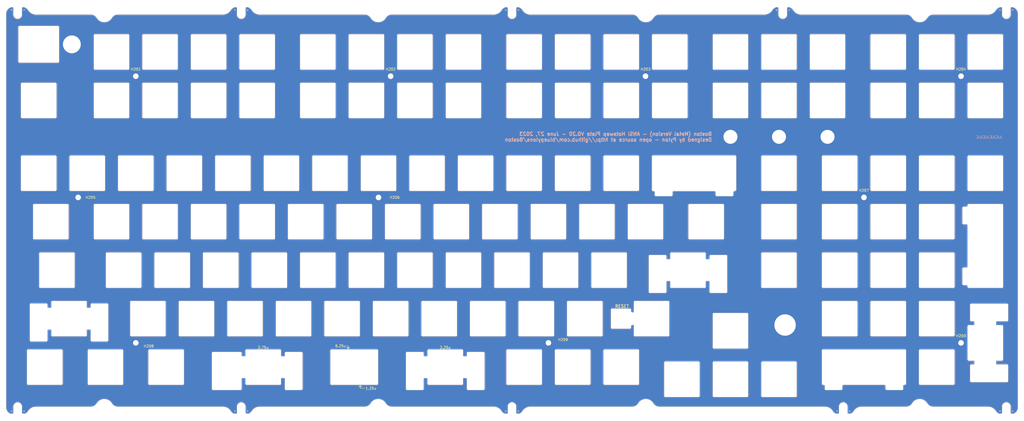
<source format=kicad_pcb>
(kicad_pcb (version 20221018) (generator pcbnew)
  (layers (0 "F.Cu" signal) (31 "B.Cu" signal) (34 "B.Paste" user) (35 "F.Paste" user) (36 "B.SilkS" user "B.Silkscreen") (37 "F.SilkS" user "F.Silkscreen") (38 "B.Mask" user) (39 "F.Mask" user) (44 "Edge.Cuts" user))
  (net 0 "")
  (net 1 "GND")
  (footprint "MountingHole:MountingHole_2.2mm_M2_ISO7380_Pad" (layer "F.Cu") (at 138.112616 -9.525008)
    (fp_text reference "H202" (at 0 -2.75) (layer "F.SilkS"))
    (fp_text value "MountingHole_Pad")
    (pad "1" thru_hole circle (at 0 0) (size 3.5 3.5) (drill 2.2) (layers "*.Cu" "*.Mask") (net 1 "GND"))
  )
  (footprint "Boston-plate-custom-footprints:Notch-3.6mm" (layer "F.Cu") (at 79.4875 -33.725)
    (fp_text reference "H102")
    (fp_text value "MountingHole_Pad")
    (pad "1" smd custom (at -2.6 -1.1) (size 1.4 2.2) (layers "B.Cu" "B.Paste" "B.Mask") (net 1 "GND") (options (clearance outline) (anchor rect)) (primitives (gr_arc (start 5.2 1.1) (mid 2.6 3.7) (end 0 1.1) (width 1.4))))
    (pad "1" smd rect (at 2.6 -1.1) (size 1.4 2.2) (layers "B.Cu" "B.Mask") (net 1 "GND"))
  )
  (footprint "Boston-plate-custom-footprints:6x6-Tact-switch-opening-enlarged" (layer "F.Cu") (at 229 85.725)
    (fp_text reference "H1")
    (fp_text value "MountingHole")
    (fp_line (start -4.5 -3.5) (end -4.5 3.5) (stroke (width 0.05)) (layer "Edge.Cuts"))
    (fp_line (start 3 -4) (end -4 -4) (stroke (width 0.05)) (layer "Edge.Cuts"))
    (fp_line (start 3 4) (end -4 4) (stroke (width 0.05)) (layer "Edge.Cuts"))
    (fp_line (start 3.5 -3.5) (end 3.5 -3) (stroke (width 0.05)) (layer "Edge.Cuts"))
    (fp_line (start 3.5 3.5) (end 3.5 3) (stroke (width 0.05)) (layer "Edge.Cuts"))
    (fp_arc (start -4.5 -3.5) (mid -4.353553 -3.853553) (end -4 -4) (stroke (width 0.05)) (layer "Edge.Cuts"))
    (fp_arc (start -4 4) (mid -4.353553 3.853553) (end -4.5 3.5) (stroke (width 0.05)) (layer "Edge.Cuts"))
    (fp_arc (start 3 -4) (mid 3.353553 -3.853554) (end 3.499998 -3.500002) (stroke (width 0.05)) (layer "Edge.Cuts"))
    (fp_arc (start 3.5 3) (mid 3.646447 2.646447) (end 4 2.5) (stroke (width 0.05)) (layer "Edge.Cuts"))
    (fp_arc (start 3.5 3.5) (mid 3.353554 3.853553) (end 3.000002 3.999998) (stroke (width 0.05)) (layer "Edge.Cuts"))
    (fp_arc (start 4 -2.5) (mid 3.646447 -2.646447) (end 3.5 -3) (stroke (width 0.05)) (layer "Edge.Cuts"))
  )
  (footprint "MountingHole:MountingHole_2.2mm_M2_ISO7380_Pad" (layer "F.Cu") (at 15.478138 38.100032)
    (fp_text reference "H205" (at 4.841862 -0.000032) (layer "F.SilkS"))
    (fp_text value "MountingHole_Pad")
    (pad "1" thru_hole circle (at 0 0) (size 3.5 3.5) (drill 2.2) (layers "*.Cu" "*.Mask") (net 1 "GND"))
  )
  (footprint "Boston-plate-custom-footprints:Notch-3.6mm" (layer "F.Cu") (at 291.9875 -33.725)
    (fp_text reference "H104")
    (fp_text value "MountingHole_Pad")
    (pad "1" smd custom (at -2.6 -1.1) (size 1.4 2.2) (layers "B.Cu" "B.Paste" "B.Mask") (net 1 "GND") (options (clearance outline) (anchor rect)) (primitives (gr_arc (start 5.2 1.1) (mid 2.6 3.7) (end 0 1.1) (width 1.4))))
    (pad "1" smd rect (at 2.6 -1.1) (size 1.4 2.2) (layers "B.Cu" "B.Mask") (net 1 "GND"))
  )
  (footprint "Boston-plate-custom-footprints:Notch-3.6mm" (layer "F.Cu") (at -8.2625 120.275 180)
    (fp_text reference "H106")
    (fp_text value "MountingHole_Pad")
    (pad "1" smd custom (at -2.6 -1.1 180) (size 1.4 2.2) (layers "B.Cu" "B.Paste" "B.Mask") (net 1 "GND") (options (clearance outline) (anchor rect)) (primitives (gr_arc (start 5.2 1.1) (mid 2.6 3.7) (end 0 1.1) (width 1.4))))
    (pad "1" smd rect (at 2.6 -1.1 180) (size 1.4 2.2) (layers "B.Cu" "B.Mask") (net 1 "GND"))
  )
  (footprint "Boston-plate-custom-footprints:Notch-3.6mm" (layer "F.Cu") (at 379.7375 -33.725)
    (fp_text reference "H105")
    (fp_text value "MountingHole_Pad")
    (pad "1" smd custom (at -2.6 -1.1) (size 1.4 2.2) (layers "B.Cu" "B.Paste" "B.Mask") (net 1 "GND") (options (clearance outline) (anchor rect)) (primitives (gr_arc (start 5.2 1.1) (mid 2.6 3.7) (end 0 1.1) (width 1.4))))
    (pad "1" smd rect (at 2.6 -1.1) (size 1.4 2.2) (layers "B.Cu" "B.Mask") (net 1 "GND"))
  )
  (footprint "MountingHole:MountingHole_5.5mm_Pad" (layer "F.Cu") (at 271.4625 14.2875)
    (fp_text reference "H2")
    (fp_text value "MountingHole_Pad")
    (pad "1" thru_hole circle (at 0 0) (size 11 11) (drill 5.5) (layers "*.Cu" "B.Mask") (net 1 "GND"))
  )
  (footprint "MountingHole:MountingHole_2.2mm_M2_ISO7380_Pad" (layer "F.Cu") (at 361.950304 95.25008)
    (fp_text reference "H200" (at 0 -2.75) (layer "F.SilkS"))
    (fp_text value "MountingHole_Pad")
    (pad "1" thru_hole circle (at 0 0) (size 3.5 3.5) (drill 2.2) (layers "*.Cu" "*.Mask") (net 1 "GND"))
  )
  (footprint "Boston-plate-custom-footprints:Notch-3.6mm" (layer "F.Cu") (at -8.2625 -33.725)
    (fp_text reference "H101")
    (fp_text value "MountingHole_Pad")
    (pad "1" smd custom (at -2.6 -1.1) (size 1.4 2.2) (layers "B.Cu" "B.Paste" "B.Mask") (net 1 "GND") (options (clearance outline) (anchor rect)) (primitives (gr_arc (start 5.2 1.1) (mid 2.6 3.7) (end 0 1.1) (width 1.4))))
    (pad "1" smd rect (at 2.6 -1.1) (size 1.4 2.2) (layers "B.Cu" "B.Mask") (net 1 "GND"))
  )
  (footprint "MountingHole:MountingHole_5.5mm_Pad" (layer "F.Cu") (at 290.5125 14.2875)
    (fp_text reference "H3")
    (fp_text value "MountingHole_Pad")
    (pad "1" thru_hole circle (at 0 0) (size 11 11) (drill 5.5) (layers "*.Cu" "B.Mask") (net 1 "GND"))
  )
  (footprint "MountingHole:MountingHole_2.2mm_M2_ISO7380_Pad" (layer "F.Cu") (at 238.1252 -9.525008)
    (fp_text reference "H203" (at 0 -2.75) (layer "F.SilkS"))
    (fp_text value "MountingHole_Pad")
    (pad "1" thru_hole circle (at 0 0) (size 3.5 3.5) (drill 2.2) (layers "*.Cu" "*.Mask") (net 1 "GND"))
  )
  (footprint "Boston-plate-custom-footprints:Notch-3.6mm" (layer "F.Cu") (at 185.7375 -33.725)
    (fp_text reference "H103")
    (fp_text value "MountingHole_Pad")
    (pad "1" smd custom (at -2.6 -1.1) (size 1.4 2.2) (layers "B.Cu" "B.Paste" "B.Mask") (net 1 "GND") (options (clearance outline) (anchor rect)) (primitives (gr_arc (start 5.2 1.1) (mid 2.6 3.7) (end 0 1.1) (width 1.4))))
    (pad "1" smd rect (at 2.6 -1.1) (size 1.4 2.2) (layers "B.Cu" "B.Mask") (net 1 "GND"))
  )
  (footprint "MountingHole:MountingHole_2.2mm_M2_ISO7380_Pad" (layer "F.Cu") (at 200.025168 95.25008)
    (fp_text reference "H209" (at 5.714832 -1.27008) (layer "F.SilkS"))
    (fp_text value "MountingHole_Pad")
    (pad "1" thru_hole circle (at 0 0) (size 3.5 3.5) (drill 2.2) (layers "*.Cu" "*.Mask") (net 1 "GND"))
  )
  (footprint "MountingHole:MountingHole_2.2mm_M2_ISO7380_Pad" (layer "F.Cu") (at 361.950304 -9.525008)
    (fp_text reference "H204" (at 0 -2.75) (layer "F.SilkS"))
    (fp_text value "MountingHole_Pad")
    (pad "1" thru_hole circle (at 0 0) (size 3.5 3.5) (drill 2.2) (layers "*.Cu" "*.Mask") (net 1 "GND"))
  )
  (footprint "MountingHole:MountingHole_8.4mm_M8_Pad" (layer "F.Cu") (at 292.89375 88.22525)
    (fp_text reference "H6")
    (fp_text value "MountingHole_Pad")
    (pad "1" thru_hole circle (at 0 0) (size 16.8 16.8) (drill 8.4) (layers "*.Cu" "B.Mask") (net 1 "GND"))
  )
  (footprint "Boston-plate-custom-footprints:Notch-3.6mm" (layer "F.Cu") (at 315.7375 120.275 180)
    (fp_text reference "H109")
    (fp_text value "MountingHole_Pad")
    (pad "1" smd custom (at -2.6 -1.1 180) (size 1.4 2.2) (layers "B.Cu" "B.Paste" "B.Mask") (net 1 "GND") (options (clearance outline) (anchor rect)) (primitives (gr_arc (start 5.2 1.1) (mid 2.6 3.7) (end 0 1.1) (width 1.4))))
    (pad "1" smd rect (at 2.6 -1.1 180) (size 1.4 2.2) (layers "B.Cu" "B.Mask") (net 1 "GND"))
  )
  (footprint "MountingHole:MountingHole_2.2mm_M2_ISO7380_Pad" (layer "F.Cu") (at 38.100032 95.25008)
    (fp_text reference "H208" (at 5.079968 1.26992) (layer "F.SilkS"))
    (fp_text value "MountingHole_Pad")
    (pad "1" thru_hole circle (at 0 0) (size 3.5 3.5) (drill 2.2) (layers "*.Cu" "*.Mask") (net 1 "GND"))
  )
  (footprint "Boston-plate-custom-footprints:Notch-3.6mm" (layer "F.Cu") (at 185.7375 120.275 180)
    (fp_text reference "H108")
    (fp_text value "MountingHole_Pad")
    (pad "1" smd custom (at -2.6 -1.1 180) (size 1.4 2.2) (layers "B.Cu" "B.Paste" "B.Mask") (net 1 "GND") (options (clearance outline) (anchor rect)) (primitives (gr_arc (start 5.2 1.1) (mid 2.6 3.7) (end 0 1.1) (width 1.4))))
    (pad "1" smd rect (at 2.6 -1.1 180) (size 1.4 2.2) (layers "B.Cu" "B.Mask") (net 1 "GND"))
  )
  (footprint "MountingHole:MountingHole_5.5mm_Pad" (layer "F.Cu") (at 309.5625 14.2875)
    (fp_text reference "H4")
    (fp_text value "MountingHole_Pad")
    (pad "1" thru_hole circle (at 0 0) (size 11 11) (drill 5.5) (layers "*.Cu" "B.Mask") (net 1 "GND"))
  )
  (footprint "Boston-plate-custom-footprints:7mm-hole" (layer "F.Cu") (at 13 -22.05)
    (fp_text reference "H5")
    (fp_text value "MountingHole_Pad")
    (pad "1" thru_hole circle (at 0 0) (size 10 10) (drill 7) (layers "*.Cu" "B.Mask") (net 1 "GND"))
  )
  (footprint "MountingHole:MountingHole_2.2mm_M2_ISO7380_Pad" (layer "F.Cu") (at 323.850272 38.100032)
    (fp_text reference "H207" (at 0 -2.75) (layer "F.SilkS"))
    (fp_text value "MountingHole_Pad")
    (pad "1" thru_hole circle (at 0 0) (size 3.5 3.5) (drill 2.2) (layers "*.Cu" "*.Mask") (net 1 "GND"))
  )
  (footprint "MountingHole:MountingHole_2.2mm_M2_ISO7380_Pad" (layer "F.Cu") (at 38.100032 -9.525008)
    (fp_text reference "H201" (at 0 -2.75) (layer "F.SilkS"))
    (fp_text value "MountingHole_Pad")
    (pad "1" thru_hole circle (at 0 0) (size 3.5 3.5) (drill 2.2) (layers "*.Cu" "*.Mask") (net 1 "GND"))
  )
  (footprint "Boston-plate-custom-footprints:Notch-3.6mm" (layer "F.Cu") (at 379.7375 120.275 180)
    (fp_text reference "H110")
    (fp_text value "MountingHole_Pad")
    (pad "1" smd custom (at -2.6 -1.1 180) (size 1.4 2.2) (layers "B.Cu" "B.Paste" "B.Mask") (net 1 "GND") (options (clearance outline) (anchor rect)) (primitives (gr_arc (start 5.2 1.1) (mid 2.6 3.7) (end 0 1.1) (width 1.4))))
    (pad "1" smd rect (at 2.6 -1.1 180) (size 1.4 2.2) (layers "B.Cu" "B.Mask") (net 1 "GND"))
  )
  (footprint "MountingHole:MountingHole_2.2mm_M2_ISO7380_Pad" (layer "F.Cu") (at 133.350112 38.100032)
    (fp_text reference "H206" (at 6.349888 -0.000032) (layer "F.SilkS"))
    (fp_text value "MountingHole_Pad")
    (pad "1" thru_hole circle (at 0 0) (size 3.5 3.5) (drill 2.2) (layers "*.Cu" "*.Mask") (net 1 "GND"))
  )
  (footprint "Boston-plate-custom-footprints:Notch-3.6mm" (layer "F.Cu") (at 79.4875 120.275 180)
    (fp_text reference "H107")
    (fp_text value "MountingHole_Pad")
    (pad "1" smd custom (at -2.6 -1.1 180) (size 1.4 2.2) (layers "B.Cu" "B.Paste" "B.Mask") (net 1 "GND") (options (clearance outline) (anchor rect)) (primitives (gr_arc (start 5.2 1.1) (mid 2.6 3.7) (end 0 1.1) (width 1.4))))
    (pad "1" smd rect (at 2.6 -1.1 180) (size 1.4 2.2) (layers "B.Cu" "B.Mask") (net 1 "GND"))
  )
  (gr_line (start 126.206356 111.918844) (end 126.801669 112.514157) (stroke (width 0.15)) (layer "F.SilkS"))
  (gr_line (start 120.848539 97.036019) (end 122.039165 97.036019) (stroke (width 0.15)) (layer "F.SilkS"))
  (gr_line (start 126.206356 111.918844) (end 126.206356 113.10947) (stroke (width 0.15)) (layer "F.SilkS"))
  (gr_line (start 126.801669 112.514157) (end 125.611043 112.514157) (stroke (width 0.15)) (layer "F.SilkS"))
  (gr_line (start 121.443852 97.631332) (end 120.848539 97.036019) (stroke (width 0.15)) (layer "F.SilkS"))
  (gr_line (start 121.443852 97.631332) (end 121.443852 96.440706) (stroke (width 0.15)) (layer "F.SilkS"))
  (gr_line (start 126.206356 113.10947) (end 127.992295 113.10947) (stroke (width 0.15)) (layer "F.SilkS"))
  (gr_line (start 122.039165 97.036019) (end 121.443852 97.631332) (stroke (width 0.15)) (layer "F.SilkS"))
  (gr_line (start 121.443852 96.440706) (end 120.848539 96.440706) (stroke (width 0.15)) (layer "F.SilkS"))
  (gr_line (start 125.611043 112.514157) (end 126.206356 111.918844) (stroke (width 0.15)) (layer "F.SilkS"))
  (gr_arc (start 135.5875 6.5) (mid 135.441053 6.853553) (end 135.0875 7) (stroke (width 0.1)) (layer "Edge.Cuts"))
  (gr_arc (start 173.6875 73.175) (mid 173.541053 73.528553) (end 173.1875 73.675) (stroke (width 0.1)) (layer "Edge.Cuts"))
  (gr_arc (start 258.9125 102.5375) (mid 259.266053 102.683947) (end 259.4125 103.0375) (stroke (width 0.1)) (layer "Edge.Cuts"))
  (gr_line (start 284.0125 -26.05) (end 297.0125 -26.05) (stroke (width 0.1)) (layer "Edge.Cuts"))
  (gr_arc (start 264.4625 103.0375) (mid 264.608947 102.683947) (end 264.9625 102.5375) (stroke (width 0.1)) (layer "Edge.Cuts"))
  (gr_line (start 326.375 -25.55) (end 326.375 -12.55) (stroke (width 0.1)) (layer "Edge.Cuts"))
  (gr_arc (start 241.235288 -32.418548) (mid 242.21982 -33.375806) (end 243.547867 -33.725) (stroke (width 0.1)) (layer "Edge.Cuts"))
  (gr_arc (start -1.7375 54.625) (mid -2.091053 54.478553) (end -2.2375 54.125) (stroke (width 0.1)) (layer "Edge.Cuts"))
  (gr_line (start -9.9625 -33.725) (end -9.9625 -36.188331) (stroke (width 0.1)) (layer "Edge.Cuts"))
  (gr_arc (start 245.4125 103.0375) (mid 245.558947 102.683947) (end 245.9125 102.5375) (stroke (width 0.1)) (layer "Edge.Cuts"))
  (gr_arc (start 297.5125 116.0375) (mid 297.366053 116.391053) (end 297.0125 116.5375) (stroke (width 0.1)) (layer "Edge.Cuts"))
  (gr_line (start 284.0125 73.675) (end 297.0125 73.675) (stroke (width 0.1)) (layer "Edge.Cuts"))
  (gr_line (start 321.325 22.075) (end 321.325 35.075) (stroke (width 0.1)) (layer "Edge.Cuts"))
  (gr_arc (start 248.883446 35.721446) (mid 249.045657 35.613058) (end 249.236999 35.574999) (stroke (width 0.2)) (layer "Edge.Cuts"))
  (gr_arc (start 272.759445 35.721446) (mid 272.921656 35.613058) (end 273.112998 35.574999) (stroke (width 0.2)) (layer "Edge.Cuts"))
  (gr_arc (start 122.0875 7) (mid 121.733947 6.853553) (end 121.5875 6.5) (stroke (width 0.1)) (layer "Edge.Cuts"))
  (gr_arc (start 221.3125 92.225) (mid 221.166053 92.578553) (end 220.8125 92.725) (stroke (width 0.1)) (layer "Edge.Cuts"))
  (gr_arc (start 268.937499 54.125) (mid 268.791052 54.478553) (end 268.437499 54.625) (stroke (width 0.1)) (layer "Edge.Cuts"))
  (gr_line (start 273.19999 35.574999) (end 273.112998 35.574999) (stroke (width 0.2)) (layer "Edge.Cuts"))
  (gr_line (start 183.999999 111.775) (end 196.999999 111.775) (stroke (width 0.1)) (layer "Edge.Cuts"))
  (gr_line (start 359.425 98.274999) (end 359.425 111.274999) (stroke (width 0.1)) (layer "Edge.Cuts"))
  (gr_line (start 160.1875 73.675) (end 173.1875 73.675) (stroke (width 0.1)) (layer "Edge.Cuts"))
  (gr_arc (start 158.9 21.575) (mid 159.253553 21.721447) (end 159.4 22.075) (stroke (width 0.1)) (layer "Edge.Cuts"))
  (gr_line (start 59.387499 60.175) (end 59.387499 73.175) (stroke (width 0.1)) (layer "Edge.Cuts"))
  (gr_line (start 297.5125 -25.55) (end 297.5125 -12.55) (stroke (width 0.1)) (layer "Edge.Cuts"))
  (gr_arc (start 151.105802 109.274998) (mid 151.164384 109.133597) (end 151.305801 109.074999) (stroke (width 0.1)) (layer "Edge.Cuts"))
  (gr_line (start 202.2625 79.225) (end 202.2625 92.225) (stroke (width 0.1)) (layer "Edge.Cuts"))
  (gr_arc (start 121.5875 -25.55) (mid 121.733947 -25.903553) (end 122.0875 -26.05) (stroke (width 0.1)) (layer "Edge.Cuts"))
  (gr_arc (start 54.9125 79.225) (mid 55.058947 78.871447) (end 55.4125 78.725) (stroke (width 0.1)) (layer "Edge.Cuts"))
  (gr_arc (start 4.906249 79.225) (mid 5.052693 78.871429) (end 5.406249 78.725) (stroke (width 0.1)) (layer "Edge.Cuts"))
  (gr_line (start 88.25 22.075) (end 88.25 35.075) (stroke (width 0.1)) (layer "Edge.Cuts"))
  (gr_line (start 326.875 73.675) (end 339.875 73.675) (stroke (width 0.1)) (layer "Edge.Cuts"))
  (gr_arc (start 96.9875 59.675) (mid 97.341053 59.821447) (end 97.4875 60.175) (stroke (width 0.1)) (layer "Edge.Cuts"))
  (gr_line (start 297.5125 41.125) (end 297.5125 54.125) (stroke (width 0.1)) (layer "Edge.Cuts"))
  (gr_line (start 222.1 -26.05) (end 235.1 -26.05) (stroke (width 0.1)) (layer "Edge.Cuts"))
  (gr_line (start 239.855749 60.675) (end 245.855749 60.675) (stroke (width 0.1)) (layer "Edge.Cuts"))
  (gr_arc (start 364.474999 41.411999) (mid 364.387131 41.624132) (end 364.174998 41.712) (stroke (width 0.1)) (layer "Edge.Cuts"))
  (gr_arc (start 345.425 79.225) (mid 345.571447 78.871447) (end 345.925 78.725) (stroke (width 0.1)) (layer "Edge.Cuts"))
  (gr_arc (start 307.824999 111.774999) (mid 307.471446 111.628552) (end 307.324999 111.274999) (stroke (width 0.1)) (layer "Edge.Cuts"))
  (gr_arc (start 345.425 60.175) (mid 345.571447 59.821447) (end 345.925 59.675) (stroke (width 0.1)) (layer "Edge.Cuts"))
  (gr_line (start 283.5125 -25.55) (end 283.5125 -12.55) (stroke (width 0.1)) (layer "Edge.Cuts"))
  (gr_line (start 332.287998 113.274999) (end 332.287998 112.075) (stroke (width 0.1)) (layer "Edge.Cuts"))
  (gr_arc (start 155.424999 54.625) (mid 155.071446 54.478553) (end 154.924999 54.125) (stroke (width 0.1)) (layer "Edge.Cuts"))
  (gr_arc (start 241.590552 35.721445) (mid 241.698933 35.883659) (end 241.736999 36.074998) (stroke (width 0.2)) (layer "Edge.Cuts"))
  (gr_line (start 283.5125 22.075) (end 283.5125 35.075) (stroke (width 0.1)) (layer "Edge.Cuts"))
  (gr_arc (start 307.325 60.175) (mid 307.471447 59.821447) (end 307.825 59.675) (stroke (width 0.1)) (layer "Edge.Cuts"))
  (gr_arc (start 60.175 7) (mid 59.821447 6.853553) (end 59.675 6.5) (stroke (width 0.1)) (layer "Edge.Cuts"))
  (gr_arc (start 81.1875 -33.725) (mid 79.4875 -32.025) (end 77.7875 -33.725) (stroke (width 0.1)) (layer "Edge.Cuts"))
  (gr_arc (start 6.499999 21.575) (mid 6.853552 21.721447) (end 6.999999 22.075) (stroke (width 0.1)) (layer "Edge.Cuts"))
  (gr_line (start 169.7125 78.725) (end 182.7125 78.725) (stroke (width 0.1)) (layer "Edge.Cuts"))
  (gr_arc (start 339.287998 112.075) (mid 339.375866 111.862867) (end 339.587999 111.774999) (stroke (width 0.1)) (layer "Edge.Cuts"))
  (gr_arc (start 177.95 21.575) (mid 178.303553 21.721447) (end 178.45 22.075) (stroke (width 0.1)) (layer "Edge.Cuts"))
  (gr_line (start 79.868302 109.074998) (end 80.906298 109.074999) (stroke (width 0.1)) (layer "Edge.Cuts"))
  (gr_line (start 207.8125 78.725) (end 220.8125 78.725) (stroke (width 0.1)) (layer "Edge.Cuts"))
  (gr_line (start 135.875 41.125) (end 135.875 54.125) (stroke (width 0.1)) (layer "Edge.Cuts"))
  (gr_arc (start 380.475001 110.187999) (mid 380.328554 110.541552) (end 379.975001 110.687999) (stroke (width 0.1)) (layer "Edge.Cuts"))
  (gr_arc (start 247.50625 92.225) (mid 247.359803 92.578553) (end 247.00625 92.725) (stroke (width 0.1)) (layer "Edge.Cuts"))
  (gr_arc (start 297.5125 35.075) (mid 297.366053 35.428553) (end 297.0125 35.575) (stroke (width 0.1)) (layer "Edge.Cuts"))
  (gr_arc (start 35.575 -12.55) (mid 35.428553 -12.196447) (end 35.075 -12.05) (stroke (width 0.1)) (layer "Edge.Cuts"))
  (gr_arc (start 78.725 -6.5) (mid 78.871447 -6.853553) (end 79.225 -7) (stroke (width 0.1)) (layer "Edge.Cuts"))
  (gr_line (start 59.675 41.125) (end 59.675 54.125) (stroke (width 0.1)) (layer "Edge.Cuts"))
  (gr_line (start 7.5 -14.8) (end -7.5 -14.8) (stroke (width 0.1)) (layer "Edge.Cuts"))
  (gr_arc (start 241.149999 35.574999) (mid 240.796441 35.428558) (end 240.65 35.074999) (stroke (width 0.2)) (layer "Edge.Cuts"))
  (gr_line (start 203.049999 -26.05) (end 216.049999 -26.05) (stroke (width 0.1)) (layer "Edge.Cuts"))
  (gr_line (start 152.343794 100.475) (end 151.305798 100.474999) (stroke (width 0.1)) (layer "Edge.Cuts"))
  (gr_arc (start 206.525 40.625) (mid 206.878553 40.771447) (end 207.025 41.125) (stroke (width 0.1)) (layer "Edge.Cuts"))
  (gr_arc (start 216.549999 111.275) (mid 216.403552 111.628553) (end 216.049999 111.775) (stroke (width 0.1)) (layer "Edge.Cuts"))
  (gr_line (start 359.425 -25.55) (end 359.425 -12.55) (stroke (width 0.1)) (layer "Edge.Cuts"))
  (gr_line (start 45.8875 59.675) (end 58.887499 59.675) (stroke (width 0.1)) (layer "Edge.Cuts"))
  (gr_line (start 41.125 40.625) (end 54.125 40.625) (stroke (width 0.1)) (layer "Edge.Cuts"))
  (gr_line (start 159.4 22.075) (end 159.4 35.075) (stroke (width 0.1)) (layer "Edge.Cuts"))
  (gr_arc (start 254.65 -12.55) (mid 254.503553 -12.196447) (end 254.15 -12.05) (stroke (width 0.1)) (layer "Edge.Cuts"))
  (gr_arc (start 188.026987 -36.681405) (mid 189.057873 -36.260498) (end 189.831237 -35.459375) (stroke (width 0.1)) (layer "Edge.Cuts"))
  (gr_arc (start 126.0625 92.225) (mid 125.916053 92.578553) (end 125.5625 92.725) (stroke (width 0.1)) (layer "Edge.Cuts"))
  (gr_arc (start 340.375 6.5) (mid 340.228553 6.853553) (end 339.875 7) (stroke (width 0.1)) (layer "Edge.Cuts"))
  (gr_line (start 284.0125 102.5375) (end 297.0125 102.5375) (stroke (width 0.1)) (layer "Edge.Cuts"))
  (gr_line (start 345.425 -25.55) (end 345.425 -12.55) (stroke (width 0.1)) (layer "Edge.Cuts"))
  (gr_line (start 326.875 7) (end 339.875 7) (stroke (width 0.1)) (layer "Edge.Cuts"))
  (gr_arc (start 381.4375 -33.725) (mid 379.7375 -32.025) (end 378.0375 -33.725) (stroke (width 0.1)) (layer "Edge.Cuts"))
  (gr_arc (start 79.668302 109.274998) (mid 79.726884 109.133597) (end 79.868301 109.074999) (stroke (width 0.1)) (layer "Edge.Cuts"))
  (gr_arc (start 233.50625 83.025) (mid 233.447672 83.166421) (end 233.306251 83.224999) (stroke (width 0.1)) (layer "Edge.Cuts"))
  (gr_line (start 340.427133 120.274999) (end 322.965933 120.274999) (stroke (width 0.1)) (layer "Edge.Cuts"))
  (gr_arc (start 203.049999 111.775) (mid 202.696446 111.628553) (end 202.549999 111.275) (stroke (width 0.1)) (layer "Edge.Cuts"))
  (gr_line (start 221.6 22.075) (end 221.6 35.075) (stroke (width 0.1)) (layer "Edge.Cuts"))
  (gr_line (start 184 21.575) (end 197 21.575) (stroke (width 0.1)) (layer "Edge.Cuts"))
  (gr_arc (start 266.112998 37.574999) (mid 265.75944 37.428557) (end 265.613 37.074999) (stroke (width 0.2)) (layer "Edge.Cuts"))
  (gr_line (start 233.50625 79.225) (end 233.50625 83.025) (stroke (width 0.1)) (layer "Edge.Cuts"))
  (gr_arc (start 345.925 7) (mid 345.571447 6.853553) (end 345.425 6.5) (stroke (width 0.1)) (layer "Edge.Cuts"))
  (gr_arc (start 166.043798 97.774999) (mid 166.397354 97.921457) (end 166.543798 98.274999) (stroke (width 0.1)) (layer "Edge.Cuts"))
  (gr_line (start 151.305802 109.074998) (end 152.343798 109.074999) (stroke (width 0.1)) (layer "Edge.Cuts"))
  (gr_arc (start 308.111999 111.775) (mid 308.324131 111.862868) (end 308.411999 112.075) (stroke (width 0.1)) (layer "Edge.Cuts"))
  (gr_line (start 326.875 78.725) (end 339.875 78.725) (stroke (width 0.1)) (layer "Edge.Cuts"))
  (gr_arc (start 244.625 40.625) (mid 244.978553 40.771447) (end 245.125 41.125) (stroke (width 0.1)) (layer "Edge.Cuts"))
  (gr_line (start 83.199999 22.075) (end 83.199999 35.075) (stroke (width 0.1)) (layer "Edge.Cuts"))
  (gr_line (start 41.125 -12.05) (end 54.125 -12.05) (stroke (width 0.1)) (layer "Edge.Cuts"))
  (gr_arc (start 378.475 73.174999) (mid 378.328553 73.528553) (end 377.974999 73.675) (stroke (width 0.1)) (layer "Edge.Cuts"))
  (gr_line (start 264.4625 83.9875) (end 264.4625 96.9875) (stroke (width 0.1)) (layer "Edge.Cuts"))
  (gr_line (start 79.668298 113.274999) (end 79.668298 109.274999) (stroke (width 0.1)) (layer "Edge.Cuts"))
  (gr_arc (start 59.387499 73.175) (mid 59.241052 73.528553) (end 58.887499 73.675) (stroke (width 0.1)) (layer "Edge.Cuts"))
  (gr_arc (start 154.6375 6.5) (mid 154.491053 6.853553) (end 154.1375 7) (stroke (width 0.1)) (layer "Edge.Cuts"))
  (gr_arc (start 192.237499 59.675) (mid 192.591052 59.821447) (end 192.737499 60.175) (stroke (width 0.1)) (layer "Edge.Cuts"))
  (gr_arc (start 261.293749 59.675) (mid 261.647305 59.821458) (end 261.793749 60.175) (stroke (width 0.1)) (layer "Edge.Cuts"))
  (gr_arc (start 377.975 -7) (mid 378.328553 -6.853553) (end 378.475 -6.5) (stroke (width 0.1)) (layer "Edge.Cuts"))
  (gr_arc (start 326.375 79.225) (mid 326.521447 78.871447) (end 326.875 78.725) (stroke (width 0.1)) (layer "Edge.Cuts"))
  (gr_line (start 364.974999 73.675) (end 377.974999 73.675) (stroke (width 0.1)) (layer "Edge.Cuts"))
  (gr_line (start 168.924999 41.125) (end 168.924999 54.125) (stroke (width 0.1)) (layer "Edge.Cuts"))
  (gr_arc (start 98.274999 54.625) (mid 97.921446 54.478553) (end 97.774999 54.125) (stroke (width 0.1)) (layer "Edge.Cuts"))
  (gr_arc (start 19.693749 111.775) (mid 19.340196 111.628553) (end 19.193749 111.275) (stroke (width 0.1)) (layer "Edge.Cuts"))
  (gr_line (start 151.105798 113.274999) (end 151.105798 109.274999) (stroke (width 0.1)) (layer "Edge.Cuts"))
  (gr_arc (start 97.4875 73.175) (mid 97.341053 73.528553) (end 96.9875 73.675) (stroke (width 0.1)) (layer "Edge.Cuts"))
  (gr_arc (start 221.6 -6.5) (mid 221.746447 -6.853553) (end 222.1 -7) (stroke (width 0.1)) (layer "Edge.Cuts"))
  (gr_arc (start 378.475002 101.75) (mid 378.328555 102.103553) (end 377.975001 102.249999) (stroke (width 0.1)) (layer "Edge.Cuts"))
  (gr_arc (start 261.993749 62.375) (mid 261.852331 62.316433) (end 261.79375 62.175001) (stroke (width 0.1)) (layer "Edge.Cuts"))
  (gr_line (start 18.906249 90.225) (end 18.906249 92.225) (stroke (width 0.1)) (layer "Edge.Cuts"))
  (gr_arc (start 339.875 40.625) (mid 340.228553 40.771447) (end 340.375 41.125) (stroke (width 0.1)) (layer "Edge.Cuts"))
  (gr_line (start 326.375 60.175) (end 326.375 73.175) (stroke (width 0.1)) (layer "Edge.Cuts"))
  (gr_arc (start -1.034066 -33.725) (mid -2.825321 -34.1875) (end -4.168762 -35.459375) (stroke (width 0.1)) (layer "Edge.Cuts"))
  (gr_arc (start 326.375 22.075) (mid 326.521447 21.721447) (end 326.875 21.575) (stroke (width 0.1)) (layer "Edge.Cuts"))
  (gr_line (start 167.981798 113.274999) (end 167.981798 109.274999) (stroke (width 0.1)) (layer "Edge.Cuts"))
  (gr_line (start 79.225 7) (end 92.225 7) (stroke (width 0.1)) (layer "Edge.Cuts"))
  (gr_arc (start 207.8125 92.725) (mid 207.458947 92.578553) (end 207.3125 92.225) (stroke (width 0.1)) (layer "Edge.Cuts"))
  (gr_arc (start 254.15 -26.05) (mid 254.503553 -25.903553) (end 254.65 -25.55) (stroke (width 0.1)) (layer "Edge.Cuts"))
  (gr_line (start 212.575 54.625) (end 225.575 54.625) (stroke (width 0.1)) (layer "Edge.Cuts"))
  (gr_arc (start 345.925 73.675) (mid 345.571447 73.528553) (end 345.425 73.175) (stroke (width 0.1)) (layer "Edge.Cuts"))
  (gr_arc (start 183.2125 92.225) (mid 183.066053 92.578553) (end 182.7125 92.725) (stroke (width 0.1)) (layer "Edge.Cuts"))
  (gr_arc (start 54.125 -26.05) (mid 54.478553 -25.903553) (end 54.625 -25.55) (stroke (width 0.1)) (layer "Edge.Cuts"))
  (gr_line (start 254.65 -25.55) (end 254.65 -12.55) (stroke (width 0.1)) (layer "Edge.Cuts"))
  (gr_line (start 178.509067 120.274999) (end 138.547867 120.274999) (stroke (width 0.1)) (layer "Edge.Cuts"))
  (gr_line (start 233.50625 92.225) (end 233.506249 88.424999) (stroke (width 0.1)) (layer "Edge.Cuts"))
  (gr_line (start 345.925 7) (end 358.925 7) (stroke (width 0.1)) (layer "Edge.Cuts"))
  (gr_line (start 179.237499 73.675) (end 192.237499 73.675) (stroke (width 0.1)) (layer "Edge.Cuts"))
  (gr_line (start 234.00625 92.725) (end 247.00625 92.725) (stroke (width 0.1)) (layer "Edge.Cuts"))
  (gr_arc (start 126.85 35.575) (mid 126.496447 35.428553) (end 126.35 35.075) (stroke (width 0.1)) (layer "Edge.Cuts"))
  (gr_line (start 317.4375 120.274999) (end 317.4375 122.739477) (stroke (width 0.1)) (layer "Edge.Cuts"))
  (gr_arc (start 339.875 21.575) (mid 340.228553 21.721447) (end 340.375 22.075) (stroke (width 0.1)) (layer "Edge.Cuts"))
  (gr_arc (start 58.887499 59.675) (mid 59.241052 59.821447) (end 59.387499 60.175) (stroke (width 0.1)) (layer "Edge.Cuts"))
  (gr_line (start 284.0125 21.575) (end 297.0125 21.575) (stroke (width 0.1)) (layer "Edge.Cuts"))
  (gr_line (start 263.031745 62.375001) (end 261.993749 62.375) (stroke (width 0.1)) (layer "Edge.Cuts"))
  (gr_arc (start 60.175 54.625) (mid 59.821447 54.478553) (end 59.675 54.125) (stroke (width 0.1)) (layer "Edge.Cuts"))
  (gr_line (start 303.0625 -12.05) (end 316.0625 -12.05) (stroke (width 0.1)) (layer "Edge.Cuts"))
  (gr_line (start 245.9125 116.5375) (end 258.9125 116.5375) (stroke (width 0.1)) (layer "Edge.Cuts"))
  (gr_line (start 174.981798 99.274999) (end 174.981798 100.274999) (stroke (width 0.1)) (layer "Edge.Cuts"))
  (gr_arc (start 316.0625 -26.05) (mid 316.416053 -25.903553) (end 316.5625 -25.55) (stroke (width 0.1)) (layer "Edge.Cuts"))
  (gr_arc (start -9.962498 122.738331) (mid -10.142666 123.122722) (end -10.553408 123.229996) (stroke (width 0.1)) (layer "Edge.Cuts"))
  (gr_arc (start 339.875 -7) (mid 340.228553 -6.853553) (end 340.375 -6.5) (stroke (width 0.1)) (layer "Edge.Cuts"))
  (gr_arc (start 284.0125 7) (mid 283.658947 6.853553) (end 283.5125 6.5) (stroke (width 0.1)) (layer "Edge.Cuts"))
  (gr_line (start 307.325 41.125) (end 307.325 54.125) (stroke (width 0.1)) (layer "Edge.Cuts"))
  (gr_arc (start 96.344298 109.074999) (mid 96.485716 109.133566) (end 96.544297 109.274998) (stroke (width 0.1)) (layer "Edge.Cuts"))
  (gr_line (start 217.3375 59.675) (end 230.3375 59.675) (stroke (width 0.1)) (layer "Edge.Cuts"))
  (gr_arc (start -4.618751 98.275) (mid -4.472304 97.921447) (end -4.118751 97.775) (stroke (width 0.1)) (layer "Edge.Cuts"))
  (gr_line (start 183.499999 98.275) (end 183.499999 111.275) (stroke (width 0.1)) (layer "Edge.Cuts"))
  (gr_arc (start 345.425 -25.55) (mid 345.571447 -25.903553) (end 345.925 -26.05) (stroke (width 0.1)) (layer "Edge.Cuts"))
  (gr_line (start 202.549999 22.075) (end 202.549999 35.075) (stroke (width 0.1)) (layer "Edge.Cuts"))
  (gr_line (start 26.8375 59.675) (end 39.8375 59.675) (stroke (width 0.1)) (layer "Edge.Cuts"))
  (gr_line (start 154.6375 -6.5) (end 154.6375 6.5) (stroke (width 0.1)) (layer "Edge.Cuts"))
  (gr_arc (start 26.3375 60.175) (mid 26.483947 59.821447) (end 26.8375 59.675) (stroke (width 0.1)) (layer "Edge.Cuts"))
  (gr_arc (start 362.475 66.087999) (mid 362.621446 65.734446) (end 362.974999 65.588) (stroke (width 0.1)) (layer "Edge.Cuts"))
  (gr_arc (start 187.975 54.125) (mid 187.828553 54.478553) (end 187.475 54.625) (stroke (width 0.1)) (layer "Edge.Cuts"))
  (gr_line (start 222.099999 111.775) (end 235.099999 111.775) (stroke (width 0.1)) (layer "Edge.Cuts"))
  (gr_arc (start 297.5125 73.175) (mid 297.366053 73.528553) (end 297.0125 73.675) (stroke (width 0.1)) (layer "Edge.Cuts"))
  (gr_line (start 103.544298 99.274999) (end 103.544298 100.274999) (stroke (width 0.1)) (layer "Edge.Cuts"))
  (gr_line (start 69.199999 22.075) (end 69.199999 35.075) (stroke (width 0.1)) (layer "Edge.Cuts"))
  (gr_line (start 203.049999 97.775) (end 216.049999 97.775) (stroke (width 0.1)) (layer "Edge.Cuts"))
  (gr_arc (start 240.65 -6.5) (mid 240.796447 -6.853553) (end 241.15 -7) (stroke (width 0.1)) (layer "Edge.Cuts"))
  (gr_line (start 316.5625 -25.55) (end 316.5625 -12.55) (stroke (width 0.1)) (layer "Edge.Cuts"))
  (gr_arc (start 225.575 40.625) (mid 225.928553 40.771447) (end 226.075 41.125) (stroke (width 0.1)) (layer "Edge.Cuts"))
  (gr_arc (start 307.825 92.725) (mid 307.471447 92.578553) (end 307.325 92.225) (stroke (width 0.1)) (layer "Edge.Cuts"))
  (gr_line (start 150.1625 79.225) (end 150.1625 92.225) (stroke (width 0.1)) (layer "Edge.Cuts"))
  (gr_line (start 149.875 41.125) (end 149.875 54.125) (stroke (width 0.1)) (layer "Edge.Cuts"))
  (gr_arc (start 261.793753 71.174999) (mid 261.852335 71.033598) (end 261.993752 70.975) (stroke (width 0.1)) (layer "Edge.Cuts"))
  (gr_arc (start 116.824999 41.125) (mid 116.971446 40.771447) (end 117.324999 40.625) (stroke (width 0.1)) (layer "Edge.Cuts"))
  (gr_line (start 160.1875 59.675) (end 173.1875 59.675) (stroke (width 0.1)) (layer "Edge.Cuts"))
  (gr_arc (start -4.118751 111.775) (mid -4.472304 111.628553) (end -4.618751 111.275) (stroke (width 0.1)) (layer "Edge.Cuts"))
  (gr_line (start 193.025 41.125) (end 193.025 54.125) (stroke (width 0.1)) (layer "Edge.Cuts"))
  (gr_line (start 50.65 21.575) (end 63.65 21.575) (stroke (width 0.1)) (layer "Edge.Cuts"))
  (gr_arc (start 321.325 92.225) (mid 321.178553 92.578553) (end 320.825 92.725) (stroke (width 0.1)) (layer "Edge.Cuts"))
  (gr_arc (start 264.4625 -25.55) (mid 264.608947 -25.903553) (end 264.9625 -26.05) (stroke (width 0.1)) (layer "Edge.Cuts"))
  (gr_line (start 345.925 21.575) (end 358.925 21.575) (stroke (width 0.1)) (layer "Edge.Cuts"))
  (gr_arc (start 235.1 -26.05) (mid 235.453553 -25.903553) (end 235.6 -25.55) (stroke (width 0.1)) (layer "Edge.Cuts"))
  (gr_arc (start 174.475 54.625) (mid 174.121447 54.478553) (end 173.975 54.125) (stroke (width 0.1)) (layer "Edge.Cuts"))
  (gr_arc (start -12.762501 -34.025) (mid -12.137847 -35.751794) (end -10.553408 -36.679997) (stroke (width 0.1)) (layer "Edge.Cuts"))
  (gr_line (start 166.743802 109.074998) (end 167.781798 109.074999) (stroke (width 0.1)) (layer "Edge.Cuts"))
  (gr_arc (start 95.306298 100.474999) (mid 95.16488 100.416432) (end 95.106299 100.275) (stroke (width 0.1)) (layer "Edge.Cuts"))
  (gr_line (start 122.0875 -26.05) (end 135.0875 -26.05) (stroke (width 0.1)) (layer "Edge.Cuts"))
  (gr_line (start 114.943749 111.775) (end 132.706249 111.775) (stroke (width 0.1)) (layer "Edge.Cuts"))
  (gr_line (start 326.875 35.575) (end 339.875 35.575) (stroke (width 0.1)) (layer "Edge.Cuts"))
  (gr_arc (start 188.026987 123.231404) (mid 187.617143 123.123367) (end 187.4375 122.739477) (stroke (width 0.1)) (layer "Edge.Cuts"))
  (gr_arc (start 28.735288 -32.418548) (mid 29.71982 -33.375806) (end 31.047867 -33.725) (stroke (width 0.1)) (layer "Edge.Cuts"))
  (gr_arc (start 202.549999 -25.55) (mid 202.696446 -25.903553) (end 203.049999 -26.05) (stroke (width 0.1)) (layer "Edge.Cuts"))
  (gr_arc (start 49.8625 92.225) (mid 49.716053 92.578553) (end 49.3625 92.725) (stroke (width 0.1)) (layer "Edge.Cuts"))
  (gr_line (start 364.174998 41.712) (end 362.974999 41.712) (stroke (width 0.1)) (layer "Edge.Cuts"))
  (gr_arc (start 173.1875 -7) (mid 173.541053 -6.853553) (end 173.6875 -6.5) (stroke (width 0.1)) (layer "Edge.Cuts"))
  (gr_arc (start 19.193749 98.275) (mid 19.340196 97.921447) (end 19.693749 97.775) (stroke (width 0.1)) (layer "Edge.Cuts"))
  (gr_line (start 74.462499 78.725) (end 87.462499 78.725) (stroke (width 0.1)) (layer "Edge.Cuts"))
  (gr_line (start 116.824999 41.125) (end 116.824999 54.125) (stroke (width 0.1)) (layer "Edge.Cuts"))
  (gr_arc (start 55.4125 92.725) (mid 55.058947 92.578553) (end 54.9125 92.225) (stroke (width 0.1)) (layer "Edge.Cuts"))
  (gr_arc (start 54.125 40.625) (mid 54.478553 40.771447) (end 54.625 41.125) (stroke (width 0.1)) (layer "Edge.Cuts"))
  (gr_arc (start 111.774999 54.125) (mid 111.628552 54.478553) (end 111.274999 54.625) (stroke (width 0.1)) (layer "Edge.Cuts"))
  (gr_arc (start 154.924999 41.125) (mid 155.071446 40.771447) (end 155.424999 40.625) (stroke (width 0.1)) (layer "Edge.Cuts"))
  (gr_arc (start 284.0125 116.5375) (mid 283.658947 116.391053) (end 283.5125 116.0375) (stroke (width 0.1)) (layer "Edge.Cuts"))
  (gr_arc (start 97.774999 41.125) (mid 97.921446 40.771447) (end 98.274999 40.625) (stroke (width 0.1)) (layer "Edge.Cuts"))
  (gr_arc (start 263.231745 62.175001) (mid 263.173163 62.316402) (end 263.031746 62.375) (stroke (width 0.1)) (layer "Edge.Cuts"))
  (gr_line (start 22.075 54.625) (end 35.075 54.625) (stroke (width 0.1)) (layer "Edge.Cuts"))
  (gr_line (start 97.044298 98.774999) (end 103.044298 98.774999) (stroke (width 0.1)) (layer "Edge.Cuts"))
  (gr_arc (start 321.325 35.075) (mid 321.178553 35.428553) (end 320.825 35.575) (stroke (width 0.1)) (layer "Edge.Cuts"))
  (gr_line (start 345.925 35.575) (end 358.925 35.575) (stroke (width 0.1)) (layer "Edge.Cuts"))
  (gr_arc (start -3.531751 80.225) (mid -3.385304 79.871447) (end -3.031751 79.725) (stroke (width 0.1)) (layer "Edge.Cuts"))
  (gr_arc (start 182.7125 78.725) (mid 183.066053 78.871447) (end 183.2125 79.225) (stroke (width 0.1)) (layer "Edge.Cuts"))
  (gr_arc (start 345.425 22.075) (mid 345.571447 21.721447) (end 345.925 21.575) (stroke (width 0.1)) (layer "Edge.Cuts"))
  (gr_line (start 160.1875 7) (end 173.1875 7) (stroke (width 0.1)) (layer "Edge.Cuts"))
  (gr_arc (start 326.875 7) (mid 326.521447 6.853553) (end 326.375 6.5) (stroke (width 0.1)) (layer "Edge.Cuts"))
  (gr_arc (start 43.506249 111.775) (mid 43.152696 111.628553) (end 43.006249 111.275) (stroke (width 0.1)) (layer "Edge.Cuts"))
  (gr_arc (start 365.975001 86.811999) (mid 365.621448 86.665552) (end 365.475001 86.311999) (stroke (width 0.1)) (layer "Edge.Cuts"))
  (gr_arc (start 73.675 54.125) (mid 73.528553 54.478553) (end 73.175 54.625) (stroke (width 0.1)) (layer "Edge.Cuts"))
  (gr_arc (start 144.605798 113.774999) (mid 144.252245 113.628552) (end 144.105798 113.274999) (stroke (width 0.1)) (layer "Edge.Cuts"))
  (gr_arc (start 92.725 6.5) (mid 92.578553 6.853553) (end 92.225 7) (stroke (width 0.1)) (layer "Edge.Cuts"))
  (gr_arc (start 141.1375 -12.05) (mid 140.783947 -12.196447) (end 140.6375 -12.55) (stroke (width 0.1)) (layer "Edge.Cuts"))
  (gr_line (start 241.15 7) (end 254.15 7) (stroke (width 0.1)) (layer "Edge.Cuts"))
  (gr_line (start 103.0375 -7) (end 116.0375 -7) (stroke (width 0.1)) (layer "Edge.Cuts"))
  (gr_line (start 96.544298 99.274999) (end 96.544298 100.274999) (stroke (width 0.1)) (layer "Edge.Cuts"))
  (gr_arc (start 72.259067 120.274999) (mid 74.050322 120.737499) (end 75.393763 122.009374) (stroke (width 0.1)) (layer "Edge.Cuts"))
  (gr_arc (start 316.5625 6.5) (mid 316.416053 6.853553) (end 316.0625 7) (stroke (width 0.1)) (layer "Edge.Cuts"))
  (gr_line (start 59.675 -25.55) (end 59.675 -12.55) (stroke (width 0.1)) (layer "Edge.Cuts"))
  (gr_arc (start 345.925 35.575) (mid 345.571447 35.428553) (end 345.425 35.075) (stroke (width 0.1)) (layer "Edge.Cuts"))
  (gr_arc (start 75.393763 -35.459375) (mid 76.167127 -36.260498) (end 77.198013 -36.681405) (stroke (width 0.1)) (layer "Edge.Cuts"))
  (gr_line (start 103.0375 73.675) (end 116.0375 73.675) (stroke (width 0.1)) (layer "Edge.Cuts"))
  (gr_arc (start 201.7625 78.725) (mid 202.116053 78.871447) (end 202.2625 79.225) (stroke (width 0.1)) (layer "Edge.Cuts"))
  (gr_arc (start 342.739712 118.968547) (mid 341.75518 119.925805) (end 340.427133 120.274999) (stroke (width 0.1)) (layer "Edge.Cuts"))
  (gr_line (start 116.5375 -25.55) (end 116.5375 -12.55) (stroke (width 0.1)) (layer "Edge.Cuts"))
  (gr_arc (start 202.549999 -6.5) (mid 202.696446 -6.853553) (end 203.049999 -7) (stroke (width 0.1)) (layer "Edge.Cuts"))
  (gr_line (start 264.9625 -12.05) (end 277.9625 -12.05) (stroke (width 0.1)) (layer "Edge.Cuts"))
  (gr_line (start 31.1 22.075) (end 31.1 35.075) (stroke (width 0.1)) (layer "Edge.Cuts"))
  (gr_arc (start 78.4375 73.175) (mid 78.291053 73.528553) (end 77.9375 73.675) (stroke (width 0.1)) (layer "Edge.Cuts"))
  (gr_arc (start 246.355753 71.174999) (mid 246.414335 71.033598) (end 246.555752 70.975) (stroke (width 0.1)) (layer "Edge.Cuts"))
  (gr_arc (start 116.5375 -12.55) (mid 116.391053 -12.196447) (end 116.0375 -12.05) (stroke (width 0.1)) (layer "Edge.Cuts"))
  (gr_arc (start 164.95 35.575) (mid 164.596447 35.428553) (end 164.45 35.075) (stroke (width 0.1)) (layer "Edge.Cuts"))
  (gr_line (start 359.425 79.225) (end 359.425 92.225) (stroke (width 0.1)) (layer "Edge.Cuts"))
  (gr_arc (start -6.5 35.575) (mid -6.853553 35.428553) (end -7 35.075) (stroke (width 0.1)) (layer "Edge.Cuts"))
  (gr_line (start 81.606298 111.774999) (end 94.606298 111.774999) (stroke (width 0.1)) (layer "Edge.Cuts"))
  (gr_arc (start 86.715933 -33.725) (mid 84.924678 -34.1875) (end 83.581237 -35.459375) (stroke (width 0.1)) (layer "Edge.Cuts"))
  (gr_line (start 55.4125 92.725) (end 68.4125 92.725) (stroke (width 0.1)) (layer "Edge.Cuts"))
  (gr_line (start 188.7625 78.725) (end 201.7625 78.725) (stroke (width 0.1)) (layer "Edge.Cuts"))
  (gr_arc (start 114.443749 98.275) (mid 114.590203 97.921454) (end 114.943749 97.775) (stroke (width 0.1)) (layer "Edge.Cuts"))
  (gr_line (start 375.975001 88.249999) (end 377.975001 88.249999) (stroke (width 0.1)) (layer "Edge.Cuts"))
  (gr_arc (start 339.875 59.675) (mid 340.228553 59.821447) (end 340.375 60.175) (stroke (width 0.1)) (layer "Edge.Cuts"))
  (gr_line (start 5.406249 92.725) (end 18.406249 92.725) (stroke (width 0.1)) (layer "Edge.Cuts"))
  (gr_arc (start 184 35.575) (mid 183.646447 35.428553) (end 183.5 35.075) (stroke (width 0.1)) (layer "Edge.Cuts"))
  (gr_line (start 381.4375 120.274999) (end 381.4375 122.73833) (stroke (width 0.1)) (layer "Edge.Cuts"))
  (gr_arc (start 320.825 21.575) (mid 321.178553 21.721447) (end 321.325 22.075) (stroke (width 0.1)) (layer "Edge.Cuts"))
  (gr_arc (start 316.0625 -7) (mid 316.416053 -6.853553) (end 316.5625 -6.5) (stroke (width 0.1)) (layer "Edge.Cuts"))
  (gr_arc (start 107.3 22.075) (mid 107.446447 21.721447) (end 107.8 21.575) (stroke (width 0.1)) (layer "Edge.Cuts"))
  (gr_arc (start 130.239712 118.968547) (mid 129.25518 119.925805) (end 127.927133 120.274999) (stroke (width 0.1)) (layer "Edge.Cuts"))
  (gr_arc (start 39.8375 59.675) (mid 40.191053 59.821447) (end 40.3375 60.175) (stroke (width 0.1)) (layer "Edge.Cuts"))
  (gr_line (start 345.425 41.125) (end 345.425 54.125) (stroke (width 0.1)) (layer "Edge.Cuts"))
  (gr_line (start 284.0125 59.675) (end 297.0125 59.675) (stroke (width 0.1)) (layer "Edge.Cuts"))
  (gr_line (start 340.375 60.175) (end 340.375 73.175) (stroke (width 0.1)) (layer "Edge.Cuts"))
  (gr_arc (start 235.6 6.5) (mid 235.453553 6.853553) (end 235.1 7) (stroke (width 0.1)) (layer "Edge.Cuts"))
  (gr_line (start 203.049999 -7) (end 216.049999 -7) (stroke (width 0.1)) (layer "Edge.Cuts"))
  (gr_arc (start 73.175 -7) (mid 73.528553 -6.853553) (end 73.675 -6.5) (stroke (width 0.1)) (layer "Edge.Cuts"))
  (gr_line (start 345.925 59.675) (end 358.925 59.675) (stroke (width 0.1)) (layer "Edge.Cuts"))
  (gr_arc (start 297.5125 -12.55) (mid 297.366053 -12.196447) (end 297.0125 -12.05) (stroke (width 0.1)) (layer "Edge.Cuts"))
  (gr_line (start -12.7625 120.575) (end -12.7625 -34.025) (stroke (width 0.1)) (layer "Edge.Cuts"))
  (gr_arc (start 35.8625 79.225) (mid 36.008947 78.871447) (end 36.3625 78.725) (stroke (width 0.1)) (layer "Edge.Cuts"))
  (gr_line (start 239.855749 75.675) (end 245.855749 75.675) (stroke (width 0.1)) (layer "Edge.Cuts"))
  (gr_arc (start 168.924999 54.125) (mid 168.778552 54.478553) (end 168.424999 54.625) (stroke (width 0.1)) (layer "Edge.Cuts"))
  (gr_arc (start 348.735288 -32.418548) (mid 349.71982 -33.375806) (end 351.047867 -33.725) (stroke (width 0.1)) (layer "Edge.Cuts"))
  (gr_line (start 184 -7) (end 197 -7) (stroke (width 0.1)) (layer "Edge.Cuts"))
  (gr_line (start 64.9375 59.675) (end 77.9375 59.675) (stroke (width 0.1)) (layer "Edge.Cuts"))
  (gr_line (start 140.6375 60.175) (end 140.6375 73.175) (stroke (width 0.1)) (layer "Edge.Cuts"))
  (gr_line (start 22.075 -7) (end 35.075 -7) (stroke (width 0.1)) (layer "Edge.Cuts"))
  (gr_arc (start 44.6 21.575) (mid 44.953553 21.721447) (end 45.1 22.075) (stroke (width 0.1)) (layer "Edge.Cuts"))
  (gr_arc (start 103.0375 -12.05) (mid 102.683947 -12.196447) (end 102.5375 -12.55) (stroke (width 0.1)) (layer "Edge.Cuts"))
  (gr_line (start 130.824999 41.125) (end 130.824999 54.125) (stroke (width 0.1)) (layer "Edge.Cuts"))
  (gr_line (start 20.844249 94.725) (end 26.844249 94.725) (stroke (width 0.1)) (layer "Edge.Cuts"))
  (gr_arc (start 241.236999 35.574999) (mid 241.428339 35.613061) (end 241.590552 35.721445) (stroke (width 0.2)) (layer "Edge.Cuts"))
  (gr_line (start 308.111999 111.775) (end 307.824999 111.774999) (stroke (width 0.1)) (layer "Edge.Cuts"))
  (gr_arc (start 59.675 41.125) (mid 59.821447 40.771447) (end 60.175 40.625) (stroke (width 0.1)) (layer "Edge.Cuts"))
  (gr_line (start 283.5125 -6.5) (end 283.5125 6.5) (stroke (width 0.1)) (layer "Edge.Cuts"))
  (gr_line (start 141.1375 -12.05) (end 154.1375 -12.05) (stroke (width 0.1)) (layer "Edge.Cuts"))
  (gr_arc (start 189.831237 122.009374) (mid 189.057873 122.810497) (end 188.026987 123.231404) (stroke (width 0.1)) (layer "Edge.Cuts"))
  (gr_arc (start 278.4625 6.5) (mid 278.316053 6.853553) (end 277.9625 7) (stroke (width 0.1)) (layer "Edge.Cuts"))
  (gr_line (start 173.6875 60.175) (end 173.6875 73.175) (stroke (width 0.1)) (layer "Edge.Cuts"))
  (gr_line (start 164.1625 79.225) (end 164.1625 92.225) (stroke (width 0.1)) (layer "Edge.Cuts"))
  (gr_arc (start 68.443749 113.775) (mid 68.090196 113.628553) (end 67.943749 113.275) (stroke (width 0.1)) (layer "Edge.Cuts"))
  (gr_arc (start 140.6375 60.175) (mid 140.783947 59.821447) (end 141.1375 59.675) (stroke (width 0.1)) (layer "Edge.Cuts"))
  (gr_arc (start 203.049999 7) (mid 202.696446 6.853553) (end 202.549999 6.5) (stroke (width 0.1)) (layer "Edge.Cuts"))
  (gr_arc (start 184.0375 120.274999) (mid 185.7375 118.574999) (end 187.4375 120.274999) (stroke (width 0.1)) (layer "Edge.Cuts"))
  (gr_line (start 326.875 -26.05) (end 339.875 -26.05) (stroke (width 0.1)) (layer "Edge.Cuts"))
  (gr_arc (start 245.855749 60.675) (mid 246.209302 60.821447) (end 246.355749 61.175) (stroke (width 0.1)) (layer "Edge.Cuts"))
  (gr_arc (start 187.4375 -36.189478) (mid 187.617144 -36.573368) (end 188.026987 -36.681405) (stroke (width 0.1)) (layer "Edge.Cuts"))
  (gr_line (start 326.875 92.725) (end 339.875 92.725) (stroke (width 0.1)) (layer "Edge.Cuts"))
  (gr_arc (start 359.425 73.175) (mid 359.278553 73.528553) (end 358.925 73.675) (stroke (width 0.1)) (layer "Edge.Cuts"))
  (gr_arc (start 348.735288 -32.418549) (mid 345.7375 -30.725) (end 342.739712 -32.418548) (stroke (width 0.1)) (layer "Edge.Cuts"))
  (gr_arc (start 178.45 35.075) (mid 178.303553 35.428553) (end 177.95 35.575) (stroke (width 0.1)) (layer "Edge.Cuts"))
  (gr_arc (start 81.106294 100.275) (mid 81.047712 100.416401) (end 80.906295 100.474999) (stroke (width 0.1)) (layer "Edge.Cuts"))
  (gr_line (start 150.6625 92.725) (end 163.6625 92.725) (stroke (width 0.1)) (layer "Edge.Cuts"))
  (gr_arc (start 222.1 35.575) (mid 221.746447 35.428553) (end 221.6 35.075) (stroke (width 0.1)) (layer "Edge.Cuts"))
  (gr_line (start 378.0375 122.739477) (end 378.0375 120.274999) (stroke (width 0.1)) (layer "Edge.Cuts"))
  (gr_arc (start 4.906245 81.225001) (mid 4.847663 81.366402) (end 4.706246 81.425) (stroke (width 0.1)) (layer "Edge.Cuts"))
  (gr_arc (start 167.981798 99.274999) (mid 168.128248 98.921463) (end 168.481798 98.774999) (stroke (width 0.1)) (layer "Edge.Cuts"))
  (gr_arc (start 377.974999 40.624999) (mid 378.328552 40.771446) (end 378.474998 41.125) (stroke (width 0.1)) (layer "Edge.Cuts"))
  (gr_line (start 168.481798 113.774999) (end 174.481798 113.774999) (stroke (width 0.1)) (layer "Edge.Cuts"))
  (gr_arc (start 150.1625 79.225) (mid 150.308947 78.871447) (end 150.6625 78.725) (stroke (width 0.1)) (layer "Edge.Cuts"))
  (gr_arc (start 307.325 22.075) (mid 307.471447 21.721447) (end 307.825 21.575) (stroke (width 0.1)) (layer "Edge.Cuts"))
  (gr_arc (start 173.1875 -26.05) (mid 173.541053 -25.903553) (end 173.6875 -25.55) (stroke (width 0.1)) (layer "Edge.Cuts"))
  (gr_arc (start 26.844249 79.725) (mid 27.197805 79.871458) (end 27.344249 80.225) (stroke (width 0.1)) (layer "Edge.Cuts"))
  (gr_arc (start 212.075 41.125) (mid 212.221447 40.771447) (end 212.575 40.625) (stroke (width 0.1)) (layer "Edge.Cuts"))
  (gr_arc (start 241.235288 -32.418549) (mid 238.2375 -30.725) (end 235.239712 -32.418548) (stroke (width 0.1)) (layer "Edge.Cuts"))
  (gr_arc (start 382.028409 123.229996) (mid 381.617699 123.122683) (end 381.4375 122.73833) (stroke (width 0.1)) (layer "Edge.Cuts"))
  (gr_line (start 107.8 21.575) (end 120.799999 21.575) (stroke (width 0.1)) (layer "Edge.Cuts"))
  (gr_arc (start 140.6375 -25.55) (mid 140.783947 -25.903553) (end 141.1375 -26.05) (stroke (width 0.1)) (layer "Edge.Cuts"))
  (gr_arc (start 14.143749 73.175) (mid 13.997302 73.528553) (end 13.643749 73.675) (stroke (width 0.1)) (layer "Edge.Cuts"))
  (gr_arc (start 326.875 54.625) (mid 326.521447 54.478553) (end 326.375 54.125) (stroke (width 0.1)) (layer "Edge.Cuts"))
  (gr_arc (start 82.699999 21.575) (mid 83.053552 21.721447) (end 83.199999 22.075) (stroke (width 0.1)) (layer "Edge.Cuts"))
  (gr_line (start 81.1875 -36.189478) (end 81.1875 -33.725) (stroke (width 0.1)) (layer "Edge.Cuts"))
  (gr_arc (start 247.793745 62.175001) (mid 247.735163 62.316402) (end 247.593746 62.375) (stroke (width 0.1)) (layer "Edge.Cuts"))
  (gr_arc (start 263.731748 75.675001) (mid 263.378198 75.528565) (end 263.231749 75.175) (stroke (width 0.1)) (layer "Edge.Cuts"))
  (gr_arc (start -7 -6.5) (mid -6.853553 -6.853553) (end -6.5 -7) (stroke (width 0.1)) (layer "Edge.Cuts"))
  (gr_arc (start 45.8875 73.675) (mid 45.533947 73.528553) (end 45.3875 73.175) (stroke (width 0.1)) (layer "Edge.Cuts"))
  (gr_arc (start 379.975002 103.687998) (mid 380.328555 103.834445) (end 380.475001 104.187999) (stroke (width 0.1)) (layer "Edge.Cuts"))
  (gr_line (start 365.975001 110.687999) (end 379.975001 110.687999) (stroke (width 0.1)) (layer "Edge.Cuts"))
  (gr_line (start 151.105798 99.274999) (end 151.105798 100.274999) (stroke (width 0.1)) (layer "Edge.Cuts"))
  (gr_arc (start 248.737 37.074999) (mid 248.590543 37.428549) (end 248.23699 37.574999) (stroke (width 0.2)) (layer "Edge.Cuts"))
  (gr_line (start 188.7625 92.725) (end 201.7625 92.725) (stroke (width 0.1)) (layer "Edge.Cuts"))
  (gr_arc (start 235.6 -12.55) (mid 235.453553 -12.196447) (end 235.1 -12.05) (stroke (width 0.1)) (layer "Edge.Cuts"))
  (gr_arc (start 3.468253 90.224999) (mid 3.526835 90.083598) (end 3.668252 90.025) (stroke (width 0.1)) (layer "Edge.Cuts"))
  (gr_arc (start 68.9125 92.225) (mid 68.766053 92.578553) (end 68.4125 92.725) (stroke (width 0.1)) (layer "Edge.Cuts"))
  (gr_arc (start 216.549999 35.075) (mid 216.403552 35.428553) (end 216.049999 35.575) (stroke (width 0.1)) (layer "Edge.Cuts"))
  (gr_arc (start 183.5 -25.55) (mid 183.646447 -25.903553) (end 184 -26.05) (stroke (width 0.1)) (layer "Edge.Cuts"))
  (gr_line (start 0.143749 60.175) (end 0.143749 73.175) (stroke (width 0.1)) (layer "Edge.Cuts"))
  (gr_line (start 203.049999 21.575) (end 216.049999 21.575) (stroke (width 0.1)) (layer "Edge.Cuts"))
  (gr_line (start 326.875 -12.05) (end 339.875 -12.05) (stroke (width 0.1)) (layer "Edge.Cuts"))
  (gr_arc (start 136.235288 -32.418548) (mid 137.21982 -33.375806) (end 138.547867 -33.725) (stroke (width 0.1)) (layer "Edge.Cuts"))
  (gr_arc (start 340.375 73.175) (mid 340.228553 73.528553) (end 339.875 73.675) (stroke (width 0.1)) (layer "Edge.Cuts"))
  (gr_arc (start 18.406249 78.725) (mid 18.759805 78.871458) (end 18.906249 79.225) (stroke (width 0.1)) (layer "Edge.Cuts"))
  (gr_arc (start 22.075 54.625) (mid 21.721447 54.478553) (end 21.575 54.125) (stroke (width 0.1)) (layer "Edge.Cuts"))
  (gr_arc (start 313.448013 123.231404) (mid 312.417127 122.810497) (end 311.643763 122.009374) (stroke (width 0.1)) (layer "Edge.Cuts"))
  (gr_arc (start 21.575 -6.5) (mid 21.721447 -6.853553) (end 22.075 -7) (stroke (width 0.1)) (layer "Edge.Cuts"))
  (gr_line (start 235.6 22.075) (end 235.6 35.075) (stroke (width 0.1)) (layer "Edge.Cuts"))
  (gr_arc (start 81.106298 98.274999) (mid 81.252742 97.921428) (end 81.606298 97.774999) (stroke (width 0.1)) (layer "Edge.Cuts"))
  (gr_line (start 12.549999 35.575) (end 25.55 35.575) (stroke (width 0.1)) (layer "Edge.Cuts"))
  (gr_arc (start 40.625 -6.5) (mid 40.771447 -6.853553) (end 41.125 -7) (stroke (width 0.1)) (layer "Edge.Cuts"))
  (gr_line (start 98.274999 54.625) (end 111.274999 54.625) (stroke (width 0.1)) (layer "Edge.Cuts"))
  (gr_line (start 160.1875 -26.05) (end 173.1875 -26.05) (stroke (width 0.1)) (layer "Edge.Cuts"))
  (gr_arc (start 378.475 6.5) (mid 378.328553 6.853553) (end 377.975 7) (stroke (width 0.1)) (layer "Edge.Cuts"))
  (gr_line (start 202.549999 -25.55) (end 202.549999 -12.55) (stroke (width 0.1)) (layer "Edge.Cuts"))
  (gr_arc (start 307.825 54.625) (mid 307.471447 54.478553) (end 307.325 54.125) (stroke (width 0.1)) (layer "Edge.Cuts"))
  (gr_arc (start 96.544294 100.275) (mid 96.485712 100.416401) (end 96.344295 100.474999) (stroke (width 0.1)) (layer "Edge.Cuts"))
  (gr_line (start 284.0125 40.625) (end 297.0125 40.625) (stroke (width 0.1)) (layer "Edge.Cuts"))
  (gr_arc (start 121.5875 60.175) (mid 121.733947 59.821447) (end 122.0875 59.675) (stroke (width 0.1)) (layer "Edge.Cuts"))
  (gr_line (start -6.5625 120.275) (end -6.5625 122.739477) (stroke (width 0.1)) (layer "Edge.Cuts"))
  (gr_arc (start 359.425 111.274999) (mid 359.278553 111.628552) (end 358.925 111.774999) (stroke (width 0.1)) (layer "Edge.Cuts"))
  (gr_arc (start 340.375 35.075) (mid 340.228553 35.428553) (end 339.875 35.575) (stroke (width 0.1)) (layer "Edge.Cuts"))
  (gr_arc (start 107.012499 92.225) (mid 106.866052 92.578553) (end 106.512499 92.725) (stroke (width 0.1)) (layer "Edge.Cuts"))
  (gr_arc (start 365.475001 104.187999) (mid 365.621448 103.834446) (end 365.975001 103.687999) (stroke (width 0.1)) (layer "Edge.Cuts"))
  (gr_line (start 49.8625 79.225) (end 49.8625 92.225) (stroke (width 0.1)) (layer "Edge.Cuts"))
  (gr_arc (start 18.906253 90.224999) (mid 18.964835 90.083598) (end 19.106252 90.025) (stroke (width 0.1)) (layer "Edge.Cuts"))
  (gr_line (start 254.937499 41.125) (end 254.937499 54.125) (stroke (width 0.1)) (layer "Edge.Cuts"))
  (gr_arc (start 94.606298 97.774999) (mid 94.959854 97.921457) (end 95.106298 98.274999) (stroke (width 0.1)) (layer "Edge.Cuts"))
  (gr_arc (start 152.543794 100.275) (mid 152.485212 100.416401) (end 152.343795 100.474999) (stroke (width 0.1)) (layer "Edge.Cuts"))
  (gr_arc (start 77.198013 -36.681405) (mid 77.607857 -36.573368) (end 77.7875 -36.189478) (stroke (width 0.1)) (layer "Edge.Cuts"))
  (gr_arc (start 49.3625 78.725) (mid 49.716053 78.871447) (end 49.8625 79.225) (stroke (width 0.1)) (layer "Edge.Cuts"))
  (gr_line (start 73.675 -6.5) (end 73.675 6.5) (stroke (width 0.1)) (layer "Edge.Cuts"))
  (gr_arc (start 54.625 6.5) (mid 54.478553 6.853553) (end 54.125 7) (stroke (width 0.1)) (layer "Edge.Cuts"))
  (gr_arc (start 248.293748 73.675001) (mid 247.940195 73.528554) (end 247.793749 73.175) (stroke (width 0.1)) (layer "Edge.Cuts"))
  (gr_line (start 155.424999 40.625) (end 168.424999 40.625) (stroke (width 0.1)) (layer "Edge.Cuts"))
  (gr_arc (start 239.855749 75.675) (mid 239.502196 75.528553) (end 239.355749 75.175) (stroke (width 0.1)) (layer "Edge.Cuts"))
  (gr_arc (start 345.925 111.774999) (mid 345.571447 111.628552) (end 345.425 111.274999) (stroke (width 0.1)) (layer "Edge.Cuts"))
  (gr_line (start 184 7) (end 197 7) (stroke (width 0.1)) (layer "Edge.Cuts"))
  (gr_arc (start 375.975 103.687995) (mid 375.833579 103.629417) (end 375.775001 103.487996) (stroke (width 0.1)) (layer "Edge.Cuts"))
  (gr_arc (start 145.112499 92.225) (mid 144.966052 92.578553) (end 144.612499 92.725) (stroke (width 0.1)) (layer "Edge.Cuts"))
  (gr_arc (start 21.575 -25.55) (mid 21.721447 -25.903553) (end 22.075 -26.05) (stroke (width 0.1)) (layer "Edge.Cuts"))
  (gr_arc (start 183.448013 123.231404) (mid 182.417127 122.810497) (end 181.643763 122.009374) (stroke (width 0.1)) (layer "Edge.Cuts"))
  (gr_arc (start 246.35575 75.175001) (mid 246.209303 75.528554) (end 245.855749 75.675) (stroke (width 0.1)) (layer "Edge.Cuts"))
  (gr_arc (start 358.925 40.625) (mid 359.278553 40.771447) (end 359.425 41.125) (stroke (width 0.1)) (layer "Edge.Cuts"))
  (gr_arc (start 278.4625 116.0375) (mid 278.316053 116.391053) (end 277.9625 116.5375) (stroke (width 0.1)) (layer "Edge.Cuts"))
  (gr_arc (start 307.825 73.675) (mid 307.471447 73.528553) (end 307.325 73.175) (stroke (width 0.1)) (layer "Edge.Cuts"))
  (gr_line (start 152.543798 98.274999) (end 152.543798 100.274999) (stroke (width 0.1)) (layer "Edge.Cuts"))
  (gr_line (start 243.547867 -33.725) (end 284.759067 -33.725) (stroke (width 0.1)) (layer "Edge.Cuts"))
  (gr_line (start 183.5 -25.55) (end 183.5 -12.55) (stroke (width 0.1)) (layer "Edge.Cuts"))
  (gr_line (start 297.5125 103.0375) (end 297.5125 116.0375) (stroke (width 0.1)) (layer "Edge.Cuts"))
  (gr_line (start 378.475 22.075) (end 378.475 35.075) (stroke (width 0.1)) (layer "Edge.Cuts"))
  (gr_arc (start 339.874998 97.774999) (mid 340.228551 97.921446) (end 340.374998 98.274999) (stroke (width 0.1)) (layer "Edge.Cuts"))
  (gr_line (start 83.9875 59.675) (end 96.9875 59.675) (stroke (width 0.1)) (layer "Edge.Cuts"))
  (gr_line (start 364.475001 101.749999) (end 364.475001 88.749999) (stroke (width 0.1)) (layer "Edge.Cuts"))
  (gr_line (start 216.549999 22.075) (end 216.549999 35.075) (stroke (width 0.1)) (layer "Edge.Cuts"))
  (gr_line (start 21.575 -6.5) (end 21.575 6.5) (stroke (width 0.1)) (layer "Edge.Cuts"))
  (gr_arc (start 159.6875 60.175) (mid 159.833947 59.821447) (end 160.1875 59.675) (stroke (width 0.1)) (layer "Edge.Cuts"))
  (gr_line (start 20.427133 120.274999) (end -1.034066 120.274999) (stroke (width 0.1)) (layer "Edge.Cuts"))
  (gr_line (start 263.231749 75.175) (end 263.231749 71.175) (stroke (width 0.1)) (layer "Edge.Cuts"))
  (gr_arc (start 163.6625 78.725) (mid 164.016053 78.871447) (end 164.1625 79.225) (stroke (width 0.1)) (layer "Edge.Cuts"))
  (gr_line (start 365.975001 103.687999) (end 366.975001 103.687999) (stroke (width 0.1)) (layer "Edge.Cuts"))
  (gr_arc (start 207.3125 79.225) (mid 207.458947 78.871447) (end 207.8125 78.725) (stroke (width 0.1)) (layer "Edge.Cuts"))
  (gr_line (start 20.844249 79.725) (end 26.844249 79.725) (stroke (width 0.1)) (layer "Edge.Cuts"))
  (gr_arc (start 141.1375 73.675) (mid 140.783947 73.528553) (end 140.6375 73.175) (stroke (width 0.1)) (layer "Edge.Cuts"))
  (gr_arc (start 184.0375 122.739477) (mid 183.857856 123.123367) (end 183.448013 123.231404) (stroke (width 0.1)) (layer "Edge.Cuts"))
  (gr_arc (start 264.4625 -6.5) (mid 264.608947 -6.853553) (end 264.9625 -7) (stroke (width 0.1)) (layer "Edge.Cuts"))
  (gr_line (start 378.0375 -33.725) (end 378.0375 -36.189478) (stroke (width 0.1)) (layer "Edge.Cuts"))
  (gr_line (start 254.65 -6.5) (end 254.65 6.5) (stroke (width 0.1)) (layer "Edge.Cuts"))
  (gr_arc (start 247.593749 70.975) (mid 247.735167 71.033567) (end 247.793748 71.174999) (stroke (width 0.1)) (layer "Edge.Cuts"))
  (gr_arc (start 297.0125 -26.05) (mid 297.366053 -25.903553) (end 297.5125 -25.55) (stroke (width 0.1)) (layer "Edge.Cuts"))
  (gr_arc (start 320.825 40.625) (mid 321.178553 40.771447) (end 321.325 41.125) (stroke (width 0.1)) (layer "Edge.Cuts"))
  (gr_line (start 68.9125 79.225) (end 68.9125 92.225) (stroke (width 0.1)) (layer "Edge.Cuts"))
  (gr_line (start 364.975001 88.249999) (end 366.975001 88.249999) (stroke (width 0.1)) (layer "Edge.Cuts"))
  (gr_arc (start 83.581237 122.009374) (mid 82.807873 122.810497) (end 81.776987 123.231404) (stroke (width 0.1)) (layer "Edge.Cuts"))
  (gr_arc (start 167.981794 100.275) (mid 167.923212 100.416401) (end 167.781795 100.474999) (stroke (width 0.1)) (layer "Edge.Cuts"))
  (gr_arc (start 140.35 35.075) (mid 140.203553 35.428553) (end 139.85 35.575) (stroke (width 0.1)) (layer "Edge.Cuts"))
  (gr_line (start 232.927133 120.274999) (end 192.965933 120.274999) (stroke (width 0.1)) (layer "Edge.Cuts"))
  (gr_line (start 379.975001 103.687999) (end 375.975001 103.687999) (stroke (width 0.1)) (layer "Edge.Cuts"))
  (gr_arc (start 154.6375 73.175) (mid 154.491053 73.528553) (end 154.1375 73.675) (stroke (width 0.1)) (layer "Edge.Cuts"))
  (gr_arc (start 192.965933 -33.725) (mid 191.174678 -34.1875) (end 189.831237 -35.459375) (stroke (width 0.1)) (layer "Edge.Cuts"))
  (gr_arc (start 379.975001 79.811999) (mid 380.328554 79.958446) (end 380.475001 80.311999) (stroke (width 0.1)) (layer "Edge.Cuts"))
  (gr_line (start 64.9375 73.675) (end 77.9375 73.675) (stroke (width 0.1)) (layer "Edge.Cuts"))
  (gr_line (start 375.975001 102.249999) (end 377.975001 102.249999) (stroke (width 0.1)) (layer "Edge.Cuts"))
  (gr_line (start 183.2125 79.225) (end 183.2125 92.225) (stroke (width 0.1)) (layer "Edge.Cuts"))
  (gr_line (start 166.543798 109.274999) (end 166.543798 111.274999) (stroke (width 0.1)) (layer "Edge.Cuts"))
  (gr_line (start 31.6 21.575) (end 44.6 21.575) (stroke (width 0.1)) (layer "Edge.Cuts"))
  (gr_arc (start 241.15 -12.05) (mid 240.796447 -12.196447) (end 240.65 -12.55) (stroke (width 0.1)) (layer "Edge.Cuts"))
  (gr_arc (start 264.9625 116.5375) (mid 264.608947 116.391053) (end 264.4625 116.0375) (stroke (width 0.1)) (layer "Edge.Cuts"))
  (gr_line (start 98.274999 40.625) (end 111.274999 40.625) (stroke (width 0.1)) (layer "Edge.Cuts"))
  (gr_arc (start 92.725 -12.55) (mid 92.578553 -12.196447) (end 92.225 -12.05) (stroke (width 0.1)) (layer "Edge.Cuts"))
  (gr_arc (start 135.0875 -26.05) (mid 135.441053 -25.903553) (end 135.5875 -25.55) (stroke (width 0.1)) (layer "Edge.Cuts"))
  (gr_arc (start 184 7) (mid 183.646447 6.853553) (end 183.5 6.5) (stroke (width 0.1)) (layer "Edge.Cuts"))
  (gr_line (start 231.625 54.625) (end 244.625 54.625) (stroke (width 0.1)) (layer "Edge.Cuts"))
  (gr_line (start -3.031751 94.725) (end 2.968249 94.725) (stroke (width 0.1)) (layer "Edge.Cuts"))
  (gr_arc (start 202.549999 22.075) (mid 202.696446 21.721447) (end 203.049999 21.575) (stroke (width 0.1)) (layer "Edge.Cuts"))
  (gr_arc (start 297.0125 21.575) (mid 297.366053 21.721447) (end 297.5125 22.075) (stroke (width 0.1)) (layer "Edge.Cuts"))
  (gr_arc (start 79.868298 100.474999) (mid 79.72688 100.416432) (end 79.668299 100.275) (stroke (width 0.1)) (layer "Edge.Cuts"))
  (gr_arc (start 264.9625 97.4875) (mid 264.608947 97.341053) (end 264.4625 96.9875) (stroke (width 0.1)) (layer "Edge.Cuts"))
  (gr_line (start 122.0875 59.675) (end 135.0875 59.675) (stroke (width 0.1)) (layer "Edge.Cuts"))
  (gr_line (start 35.575 41.125) (end 35.575 54.125) (stroke (width 0.1)) (layer "Edge.Cuts"))
  (gr_line (start 43.506249 111.775) (end 56.506249 111.775) (stroke (width 0.1)) (layer "Edge.Cuts"))
  (gr_arc (start 283.5125 41.125) (mid 283.658947 40.771447) (end 284.0125 40.625) (stroke (width 0.1)) (layer "Edge.Cuts"))
  (gr_line (start 193.525 54.625) (end 206.525 54.625) (stroke (width 0.1)) (layer "Edge.Cuts"))
  (gr_line (start 231.625 40.625) (end 244.625 40.625) (stroke (width 0.1)) (layer "Edge.Cuts"))
  (gr_arc (start 339.875 78.725) (mid 340.228553 78.871447) (end 340.375 79.225) (stroke (width 0.1)) (layer "Edge.Cuts"))
  (gr_line (start 375.775 88.049995) (end 375.775001 87.011999) (stroke (width 0.1)) (layer "Edge.Cuts"))
  (gr_arc (start 293.6875 -33.725) (mid 291.9875 -32.025) (end 290.2875 -33.725) (stroke (width 0.1)) (layer "Edge.Cuts"))
  (gr_arc (start 307.825 35.575) (mid 307.471447 35.428553) (end 307.325 35.075) (stroke (width 0.1)) (layer "Edge.Cuts"))
  (gr_line (start 211.7875 60.175) (end 211.7875 73.175) (stroke (width 0.1)) (layer "Edge.Cuts"))
  (gr_line (start 60.175 40.625) (end 73.175 40.625) (stroke (width 0.1)) (layer "Edge.Cuts"))
  (gr_arc (start 43.006249 98.275) (mid 43.152696 97.921447) (end 43.506249 97.775) (stroke (width 0.1)) (layer "Edge.Cuts"))
  (gr_line (start 326.375 79.225) (end 326.375 92.225) (stroke (width 0.1)) (layer "Edge.Cuts"))
  (gr_line (start 43.006249 98.275) (end 43.006249 111.275) (stroke (width 0.1)) (layer "Edge.Cuts"))
  (gr_line (start 247.50625 79.225) (end 247.50625 92.225) (stroke (width 0.1)) (layer "Edge.Cuts"))
  (gr_line (start -6.5 35.575) (end 6.499999 35.575) (stroke (width 0.1)) (layer "Edge.Cuts"))
  (gr_arc (start 197 -26.05) (mid 197.353553 -25.903553) (end 197.5 -25.55) (stroke (width 0.1)) (layer "Edge.Cuts"))
  (gr_arc (start 183.499999 98.275) (mid 183.646446 97.921447) (end 183.999999 97.775) (stroke (width 0.1)) (layer "Edge.Cuts"))
  (gr_arc (start 139.85 21.575) (mid 140.203553 21.721447) (end 140.35 22.075) (stroke (width 0.1)) (layer "Edge.Cuts"))
  (gr_line (start 235.6 -25.55) (end 235.6 -12.55) (stroke (width 0.1)) (layer "Edge.Cuts"))
  (gr_line (start 41.125 7) (end 54.125 7) (stroke (width 0.1)) (layer "Edge.Cuts"))
  (gr_line (start 264.4625 103.0375) (end 264.4625 116.0375) (stroke (width 0.1)) (layer "Edge.Cuts"))
  (gr_line (start 145.9 35.575) (end 158.9 35.575) (stroke (width 0.1)) (layer "Edge.Cuts"))
  (gr_line (start 247.593745 62.375001) (end 246.555749 62.375) (stroke (width 0.1)) (layer "Edge.Cuts"))
  (gr_arc (start 26.05 35.075) (mid 25.903553 35.428553) (end 25.55 35.575) (stroke (width 0.1)) (layer "Edge.Cuts"))
  (gr_line (start 379.975001 79.811999) (end 366.975001 79.811999) (stroke (width 0.1)) (layer "Edge.Cuts"))
  (gr_line (start 207.3125 79.225) (end 207.3125 92.225) (stroke (width 0.1)) (layer "Edge.Cuts"))
  (gr_arc (start 197 21.575) (mid 197.353553 21.721447) (end 197.5 22.075) (stroke (width 0.1)) (layer "Edge.Cuts"))
  (gr_arc (start 263.031749 70.975) (mid 263.173167 71.033567) (end 263.231748 71.174999) (stroke (width 0.1)) (layer "Edge.Cuts"))
  (gr_arc (start 297.0125 59.675) (mid 297.366053 59.821447) (end 297.5125 60.175) (stroke (width 0.1)) (layer "Edge.Cuts"))
  (gr_line (start 278.4625 -6.5) (end 278.4625 6.5) (stroke (width 0.1)) (layer "Edge.Cuts"))
  (gr_arc (start 20.144249 90.025) (mid 20.285667 90.083567) (end 20.344248 90.224999) (stroke (width 0.1)) (layer "Edge.Cuts"))
  (gr_line (start 45.8875 73.675) (end 58.887499 73.675) (stroke (width 0.1)) (layer "Edge.Cuts"))
  (gr_line (start 297.5125 22.075) (end 297.5125 35.075) (stroke (width 0.1)) (layer "Edge.Cuts"))
  (gr_arc (start 40.625 41.125) (mid 40.771447 40.771447) (end 41.125 40.625) (stroke (width 0.1)) (layer "Edge.Cuts"))
  (gr_line (start 241.15 -7) (end 254.15 -7) (stroke (width 0.1)) (layer "Edge.Cuts"))
  (gr_arc (start 198.2875 73.675) (mid 197.933947 73.528553) (end 197.7875 73.175) (stroke (width 0.1)) (layer "Edge.Cuts"))
  (gr_line (start 88.75 35.575) (end 101.75 35.575) (stroke (width 0.1)) (layer "Edge.Cuts"))
  (gr_line (start 86.715933 -33.725) (end 127.927133 -33.725) (stroke (width 0.1)) (layer "Edge.Cuts"))
  (gr_line (start 359.425 60.175) (end 359.425 73.175) (stroke (width 0.1)) (layer "Edge.Cuts"))
  (gr_arc (start 232.927133 -33.725) (mid 234.25518 -33.375806) (end 235.239712 -32.418548) (stroke (width 0.1)) (layer "Edge.Cuts"))
  (gr_line (start 64.149999 22.075) (end 64.149999 35.075) (stroke (width 0.1)) (layer "Edge.Cuts"))
  (gr_line (start 303.0625 -26.05) (end 316.0625 -26.05) (stroke (width 0.1)) (layer "Edge.Cuts"))
  (gr_line (start 234.00625 78.725) (end 247.00625 78.725) (stroke (width 0.1)) (layer "Edge.Cuts"))
  (gr_line (start 78.725 41.125) (end 78.725 54.125) (stroke (width 0.1)) (layer "Edge.Cuts"))
  (gr_line (start 283.5125 60.175) (end 283.5125 73.175) (stroke (width 0.1)) (layer "Edge.Cuts"))
  (gr_line (start 40.625 41.125) (end 40.625 54.125) (stroke (width 0.1)) (layer "Edge.Cuts"))
  (gr_line (start 308.411999 113.274999) (end 308.411999 112.075) (stroke (width 0.1)) (layer "Edge.Cuts"))
  (gr_arc (start 362.974999 72.588) (mid 362.621446 72.441553) (end 362.474999 72.088) (stroke (width 0.1)) (layer "Edge.Cuts"))
  (gr_line (start 284.0125 35.575) (end 297.0125 35.575) (stroke (width 0.1)) (layer "Edge.Cuts"))
  (gr_arc (start 0.643749 73.675) (mid 0.290196 73.528553) (end 0.143749 73.175) (stroke (width 0.1)) (layer "Edge.Cuts"))
  (gr_line (start 93.512499 92.725) (end 106.512499 92.725) (stroke (width 0.1)) (layer "Edge.Cuts"))
  (gr_line (start 261.793749 60.175) (end 261.793749 62.175) (stroke (width 0.1)) (layer "Edge.Cuts"))
  (gr_arc (start -9.9625 120.275) (mid -8.2625 118.575) (end -6.5625 120.275) (stroke (width 0.1)) (layer "Edge.Cuts"))
  (gr_arc (start 246.555749 62.375) (mid 246.414331 62.316433) (end 246.35575 62.175001) (stroke (width 0.1)) (layer "Edge.Cuts"))
  (gr_arc (start 345.425 98.274999) (mid 345.571447 97.921446) (end 345.925 97.774999) (stroke (width 0.1)) (layer "Edge.Cuts"))
  (gr_arc (start 179.237499 73.675) (mid 178.883946 73.528553) (end 178.737499 73.175) (stroke (width 0.1)) (layer "Edge.Cuts"))
  (gr_line (start 103.0375 7) (end 116.0375 7) (stroke (width 0.1)) (layer "Edge.Cuts"))
  (gr_line (start 114.443749 98.275) (end 114.443749 111.275) (stroke (width 0.1)) (layer "Edge.Cuts"))
  (gr_line (start 307.325 60.175) (end 307.325 73.175) (stroke (width 0.1)) (layer "Edge.Cuts"))
  (gr_arc (start 364.474999 65.287999) (mid 364.387131 65.500132) (end 364.174998 65.588) (stroke (width 0.1)) (layer "Edge.Cuts"))
  (gr_arc (start 358.925 59.675) (mid 359.278553 59.821447) (end 359.425 60.175) (stroke (width 0.1)) (layer "Edge.Cuts"))
  (gr_line (start 326.875 -7) (end 339.875 -7) (stroke (width 0.1)) (layer "Edge.Cuts"))
  (gr_arc (start 151.105799 113.275) (mid 150.959352 113.628553) (end 150.605798 113.774999) (stroke (width 0.1)) (layer "Edge.Cuts"))
  (gr_arc (start 135.5875 73.175) (mid 135.441053 73.528553) (end 135.0875 73.675) (stroke (width 0.1)) (layer "Edge.Cuts"))
  (gr_line (start -4.118751 111.775) (end 8.881249 111.775) (stroke (width 0.1)) (layer "Edge.Cuts"))
  (gr_line (start 235.6 -6.5) (end 235.6 6.5) (stroke (width 0.1)) (layer "Edge.Cuts"))
  (gr_line (start 261.993753 70.974999) (end 263.031749 70.975) (stroke (width 0.1)) (layer "Edge.Cuts"))
  (gr_arc (start 254.937499 41.125) (mid 255.083946 40.771447) (end 255.437499 40.625) (stroke (width 0.1)) (layer "Edge.Cuts"))
  (gr_arc (start 283.5125 -6.5) (mid 283.658947 -6.853553) (end 284.0125 -7) (stroke (width 0.1)) (layer "Edge.Cuts"))
  (gr_line (start 83.4875 60.175) (end 83.4875 73.175) (stroke (width 0.1)) (layer "Edge.Cuts"))
  (gr_line (start 169.2125 79.225) (end 169.2125 92.225) (stroke (width 0.1)) (layer "Edge.Cuts"))
  (gr_arc (start 36.3625 92.725) (mid 36.008947 92.578553) (end 35.8625 92.225) (stroke (width 0.1)) (layer "Edge.Cuts"))
  (gr_arc (start 178.509067 120.274999) (mid 180.300322 120.737499) (end 181.643763 122.009374) (stroke (width 0.1)) (layer "Edge.Cuts"))
  (gr_line (start 152.543798 109.274999) (end 152.543798 111.274999) (stroke (width 0.1)) (layer "Edge.Cuts"))
  (gr_line (start 302.5625 -6.5) (end 302.5625 6.5) (stroke (width 0.1)) (layer "Edge.Cuts"))
  (gr_arc (start 7.5 -29.3) (mid 7.853553 -29.153553) (end 8 -28.8) (stroke (width 0.1)) (layer "Edge.Cuts"))
  (gr_line (start 245.4125 103.0375) (end 245.4125 116.0375) (stroke (width 0.1)) (layer "Edge.Cuts"))
  (gr_arc (start 83.581237 122.009374) (mid 84.924678 120.737499) (end 86.715933 120.274999) (stroke (width 0.1)) (layer "Edge.Cuts"))
  (gr_arc (start 73.175 40.625) (mid 73.528553 40.771447) (end 73.675 41.125) (stroke (width 0.1)) (layer "Edge.Cuts"))
  (gr_line (start 154.924999 41.125) (end 154.924999 54.125) (stroke (width 0.1)) (layer "Edge.Cuts"))
  (gr_arc (start 122.0875 73.675) (mid 121.733947 73.528553) (end 121.5875 73.175) (stroke (width 0.1)) (layer "Edge.Cuts"))
  (gr_arc (start 81.1875 -36.189478) (mid 81.367144 -36.573368) (end 81.776987 -36.681405) (stroke (width 0.1)) (layer "Edge.Cuts"))
  (gr_line (start 187.4375 -36.189478) (end 187.4375 -33.725) (stroke (width 0.1)) (layer "Edge.Cuts"))
  (gr_line (start 96.544298 113.274999) (end 96.544298 109.274999) (stroke (width 0.1)) (layer "Edge.Cuts"))
  (gr_arc (start 277.9625 83.4875) (mid 278.316053 83.633947) (end 278.4625 83.9875) (stroke (width 0.1)) (layer "Edge.Cuts"))
  (gr_line (start 307.825 40.625) (end 320.825 40.625) (stroke (width 0.1)) (layer "Edge.Cuts"))
  (gr_line (start 112.5625 78.725) (end 125.5625 78.725) (stroke (width 0.1)) (layer "Edge.Cuts"))
  (gr_arc (start 340.375 -12.55) (mid 340.228553 -12.196447) (end 339.875 -12.05) (stroke (width 0.1)) (layer "Edge.Cuts"))
  (gr_line (start 364.475 -25.55) (end 364.475 -12.55) (stroke (width 0.1)) (layer "Edge.Cuts"))
  (gr_line (start 248.23699 37.574999) (end 242.236998 37.574999) (stroke (width 0.2)) (layer "Edge.Cuts"))
  (gr_arc (start 6.999999 6.5) (mid 6.853552 6.853553) (end 6.499999 7) (stroke (width 0.1)) (layer "Edge.Cuts"))
  (gr_arc (start 11.2625 40.625) (mid 11.616053 40.771447) (end 11.7625 41.125) (stroke (width 0.1)) (layer "Edge.Cuts"))
  (gr_arc (start 160.1875 73.675) (mid 159.833947 73.528553) (end 159.6875 73.175) (stroke (width 0.1)) (layer "Edge.Cuts"))
  (gr_arc (start 75.393763 -35.459375) (mid 74.050322 -34.1875) (end 72.259067 -33.725) (stroke (width 0.1)) (layer "Edge.Cuts"))
  (gr_line (start 153.043798 97.774999) (end 166.043798 97.774999) (stroke (width 0.1)) (layer "Edge.Cuts"))
  (gr_line (start 60.175 -7) (end 73.175 -7) (stroke (width 0.1)) (layer "Edge.Cuts"))
  (gr_arc (start 331.987998 111.775) (mid 332.20013 111.862868) (end 332.287998 112.075) (stroke (width 0.1)) (layer "Edge.Cuts"))
  (gr_arc (start 93.012499 79.225) (mid 93.158946 78.871447) (end 93.512499 78.725) (stroke (width 0.1)) (layer "Edge.Cuts"))
  (gr_line (start 60.175 7) (end 73.175 7) (stroke (width 0.1)) (layer "Edge.Cuts"))
  (gr_line (start 365.975001 86.811999) (end 366.975001 86.811999) (stroke (width 0.1)) (layer "Edge.Cuts"))
  (gr_arc (start 235.239712 118.968547) (mid 234.25518 119.925805) (end 232.927133 120.274999) (stroke (width 0.1)) (layer "Edge.Cuts"))
  (gr_line (start 246.555753 70.974999) (end 247.593749 70.975) (stroke (width 0.1)) (layer "Edge.Cuts"))
  (gr_line (start 221.6 -6.5) (end 221.6 6.5) (stroke (width 0.1)) (layer "Edge.Cuts"))
  (gr_line (start 6.999999 -6.5) (end 6.999999 6.5) (stroke (width 0.1)) (layer "Edge.Cuts"))
  (gr_arc (start 107.8 35.575) (mid 107.446447 35.428553) (end 107.3 35.075) (stroke (width 0.1)) (layer "Edge.Cuts"))
  (gr_arc (start 326.875 73.675) (mid 326.521447 73.528553) (end 326.375 73.175) (stroke (width 0.1)) (layer "Edge.Cuts"))
  (gr_line (start 141.1375 -26.05) (end 154.1375 -26.05) (stroke (width 0.1)) (layer "Edge.Cuts"))
  (gr_arc (start 314.0375 122.739477) (mid 313.857856 123.123367) (end 313.448013 123.231404) (stroke (width 0.1)) (layer "Edge.Cuts"))
  (gr_line (start -1.7375 40.625) (end 11.2625 40.625) (stroke (width 0.1)) (layer "Edge.Cuts"))
  (gr_line (start 54.625 -25.55) (end 54.625 -12.55) (stroke (width 0.1)) (layer "Edge.Cuts"))
  (gr_arc (start 222.099999 111.775) (mid 221.746446 111.628553) (end 221.599999 111.275) (stroke (width 0.1)) (layer "Edge.Cuts"))
  (gr_line (start 264.4625 -25.55) (end 264.4625 -12.55) (stroke (width 0.1)) (layer "Edge.Cuts"))
  (gr_line (start 60.175 -12.05) (end 73.175 -12.05) (stroke (width 0.1)) (layer "Edge.Cuts"))
  (gr_arc (start 384.2375 120.574999) (mid 383.613006 122.301925) (end 382.028409 123.229996) (stroke (width 0.1)) (layer "Edge.Cuts"))
  (gr_arc (start 32.693749 97.775) (mid 33.047302 97.921447) (end 33.193749 98.275) (stroke (width 0.1)) (layer "Edge.Cuts"))
  (gr_line (start 136.375 54.625) (end 149.375 54.625) (stroke (width 0.1)) (layer "Edge.Cuts"))
  (gr_arc (start 377.975 21.575) (mid 378.328553 21.721447) (end 378.475 22.075) (stroke (width 0.1)) (layer "Edge.Cuts"))
  (gr_line (start 97.044298 113.774999) (end 103.044298 113.774999) (stroke (width 0.1)) (layer "Edge.Cuts"))
  (gr_arc (start 197.499999 111.275) (mid 197.353552 111.628553) (end 196.999999 111.775) (stroke (width 0.1)) (layer "Edge.Cuts"))
  (gr_line (start 173.6875 -25.55) (end 173.6875 -12.55) (stroke (width 0.1)) (layer "Edge.Cuts"))
  (gr_line (start 203.049999 7) (end 216.049999 7) (stroke (width 0.1)) (layer "Edge.Cuts"))
  (gr_line (start -7.5 -29.3) (end 7.5 -29.3) (stroke (width 0.1)) (layer "Edge.Cuts"))
  (gr_line (start 73.962499 79.225) (end 73.962499 92.225) (stroke (width 0.1)) (layer "Edge.Cuts"))
  (gr_arc (start 83.199999 35.075) (mid 83.053552 35.428553) (end 82.699999 35.575) (stroke (width 0.1)) (layer "Edge.Cuts"))
  (gr_line (start 159.6875 -25.55) (end 159.6875 -12.55) (stroke (width 0.1)) (layer "Edge.Cuts"))
  (gr_line (start 57.006249 98.275) (end 57.006249 111.275) (stroke (width 0.1)) (layer "Edge.Cuts"))
  (gr_arc (start 216.049999 -26.05) (mid 216.403552 -25.903553) (end 216.549999 -25.55) (stroke (width 0.1)) (layer "Edge.Cuts"))
  (gr_line (start 198.2875 73.675) (end 211.2875 73.675) (stroke (width 0.1)) (layer "Edge.Cuts"))
  (gr_line (start 121.299999 22.075) (end 121.299999 35.075) (stroke (width 0.1)) (layer "Edge.Cuts"))
  (gr_arc (start 326.875 92.725) (mid 326.521447 92.578553) (end 326.375 92.225) (stroke (width 0.1)) (layer "Edge.Cuts"))
  (gr_line (start 92.725 41.125) (end 92.725 54.125) (stroke (width 0.1)) (layer "Edge.Cuts"))
  (gr_line (start 153.043798 111.774999) (end 166.043798 111.774999) (stroke (width 0.1)) (layer "Edge.Cuts"))
  (gr_arc (start 77.7875 122.739477) (mid 77.607856 123.123367) (end 77.198013 123.231404) (stroke (width 0.1)) (layer "Edge.Cuts"))
  (gr_arc (start 187.475 40.625) (mid 187.828553 40.771447) (end 187.975 41.125) (stroke (width 0.1)) (layer "Edge.Cuts"))
  (gr_arc (start 377.975 -26.05) (mid 378.328553 -25.903553) (end 378.475 -25.55) (stroke (width 0.1)) (layer "Edge.Cuts"))
  (gr_line (start 73.675 -25.55) (end 73.675 -12.55) (stroke (width 0.1)) (layer "Edge.Cuts"))
  (gr_arc (start 364.975 -12.05) (mid 364.621447 -12.196447) (end 364.475 -12.55) (stroke (width 0.1)) (layer "Edge.Cuts"))
  (gr_line (start 22.075 40.625) (end 35.075 40.625) (stroke (width 0.1)) (layer "Edge.Cuts"))
  (gr_line (start 122.0875 73.675) (end 135.0875 73.675) (stroke (width 0.1)) (layer "Edge.Cuts"))
  (gr_line (start 247.793749 71.175) (end 247.793749 73.175) (stroke (width 0.1)) (layer "Edge.Cuts"))
  (gr_line (start 307.825 21.575) (end 320.825 21.575) (stroke (width 0.1)) (layer "Edge.Cuts"))
  (gr_arc (start 41.125 -12.05) (mid 40.771447 -12.196447) (end 40.625 -12.55) (stroke (width 0.1)) (layer "Edge.Cuts"))
  (gr_line (start 345.425 60.175) (end 345.425 73.175) (stroke (width 0.1)) (layer "Edge.Cuts"))
  (gr_arc (start 78.725 41.125) (mid 78.871447 40.771447) (end 79.225 40.625) (stroke (width 0.1)) (layer "Edge.Cuts"))
  (gr_arc (start 243.547868 120.274999) (mid 242.21982 119.925806) (end 241.235288 118.968548) (stroke (width 0.1)) (layer "Edge.Cuts"))
  (gr_arc (start 183.5 22.075) (mid 183.646447 21.721447) (end 184 21.575) (stroke (width 0.1)) (layer "Edge.Cuts"))
  (gr_line (start 8 -28.8) (end 8 -15.3) (stroke (width 0.1)) (layer "Edge.Cuts"))
  (gr_line (start 203.049999 111.775) (end 216.049999 111.775) (stroke (width 0.1)) (layer "Edge.Cuts"))
  (gr_arc (start 222.1 -12.05) (mid 221.746447 -12.196447) (end 221.6 -12.55) (stroke (width 0.1)) (layer "Edge.Cuts"))
  (gr_line (start 303.0625 -7) (end 316.0625 -7) (stroke (width 0.1)) (layer "Edge.Cuts"))
  (gr_arc (start 149.875 54.125) (mid 149.728553 54.478553) (end 149.375 54.625) (stroke (width 0.1)) (layer "Edge.Cuts"))
  (gr_line (start 117.324999 54.625) (end 130.324999 54.625) (stroke (width 0.1)) (layer "Edge.Cuts"))
  (gr_arc (start 362.974999 48.712) (mid 362.621446 48.565553) (end 362.474999 48.212) (stroke (width 0.1)) (layer "Edge.Cuts"))
  (gr_arc (start 59.675 -25.55) (mid 59.821447 -25.903553) (end 60.175 -26.05) (stroke (width 0.1)) (layer "Edge.Cuts"))
  (gr_arc (start 378.475 35.075) (mid 378.328553 35.428553) (end 377.975 35.575) (stroke (width 0.1)) (layer "Edge.Cuts"))
  (gr_arc (start 111.274999 40.625) (mid 111.628552 40.771447) (end 111.774999 41.125) (stroke (width 0.1)) (layer "Edge.Cuts"))
  (gr_line (start 302.5625 -25.55) (end 302.5625 -12.55) (stroke (width 0.1)) (layer "Edge.Cuts"))
  (gr_line (start 12.549999 21.575) (end 25.55 21.575) (stroke (width 0.1)) (layer "Edge.Cuts"))
  (gr_arc (start 326.375 41.125) (mid 326.521447 40.771447) (end 326.875 40.625) (stroke (width 0.1)) (layer "Edge.Cuts"))
  (gr_line (start 173.975 41.125) (end 173.975 54.125) (stroke (width 0.1)) (layer "Edge.Cuts"))
  (gr_line (start 263.731749 60.675) (end 269.731749 60.675) (stroke (width 0.1)) (layer "Edge.Cuts"))
  (gr_arc (start 92.225 -26.05) (mid 92.578553 -25.903553) (end 92.725 -25.55) (stroke (width 0.1)) (layer "Edge.Cuts"))
  (gr_arc (start 294.276987 -36.681405) (mid 295.307873 -36.260498) (end 296.081237 -35.459375) (stroke (width 0.1)) (layer "Edge.Cuts"))
  (gr_arc (start 308.911999 113.774999) (mid 308.558446 113.628552) (end 308.411999 113.274999) (stroke (width 0.1)) (layer "Edge.Cuts"))
  (gr_arc (start 54.625 -12.55) (mid 54.478553 -12.196447) (end 54.125 -12.05) (stroke (width 0.1)) (layer "Edge.Cuts"))
  (gr_arc (start 2.968249 79.725) (mid 3.321802 79.871447) (end 3.468249 80.225) (stroke (width 0.1)) (layer "Edge.Cuts"))
  (gr_line (start 36.3625 78.725) (end 49.3625 78.725) (stroke (width 0.1)) (layer "Edge.Cuts"))
  (gr_line (start 154.6375 60.175) (end 154.6375 73.175) (stroke (width 0.1)) (layer "Edge.Cuts"))
  (gr_line (start 345.925 97.774999) (end 358.925 97.774999) (stroke (width 0.1)) (layer "Edge.Cuts"))
  (gr_arc (start 216.549999 -12.55) (mid 216.403552 -12.196447) (end 216.049999 -12.05) (stroke (width 0.1)) (layer "Edge.Cuts"))
  (gr_line (start 362.474999 42.212) (end 362.474999 48.212) (stroke (width 0.1)) (layer "Edge.Cuts"))
  (gr_line (start 103.0375 -26.05) (end 116.0375 -26.05) (stroke (width 0.1)) (layer "Edge.Cuts"))
  (gr_line (start 241.15 -12.05) (end 254.15 -12.05) (stroke (width 0.1)) (layer "Edge.Cuts"))
  (gr_arc (start 183.448013 -36.681405) (mid 183.857857 -36.573368) (end 184.0375 -36.189478) (stroke (width 0.1)) (layer "Edge.Cuts"))
  (gr_arc (start 297.5125 54.125) (mid 297.366053 54.478553) (end 297.0125 54.625) (stroke (width 0.1)) (layer "Edge.Cuts"))
  (gr_arc (start 230.3375 59.675) (mid 230.691053 59.821447) (end 230.8375 60.175) (stroke (width 0.1)) (layer "Edge.Cuts"))
  (gr_arc (start 64.15 35.075) (mid 64.003553 35.428553) (end 63.65 35.575) (stroke (width 0.1)) (layer "Edge.Cuts"))
  (gr_arc (start 20.427133 -33.725) (mid 21.75518 -33.375806) (end 22.739712 -32.418548) (stroke (width 0.1)) (layer "Edge.Cuts"))
  (gr_arc (start 95.106299 111.275) (mid 94.959855 111.628571) (end 94.606298 111.774999) (stroke (width 0.1)) (layer "Edge.Cuts"))
  (gr_arc (start 166.743798 100.474999) (mid 166.60238 100.416432) (end 166.543799 100.275) (stroke (width 0.1)) (layer "Edge.Cuts"))
  (gr_arc (start 297.0125 102.5375) (mid 297.366053 102.683947) (end 297.5125 103.0375) (stroke (width 0.1)) (layer "Edge.Cuts"))
  (gr_arc (start -10.55341 123.229998) (mid -12.137848 122.301794) (end -12.7625 120.575) (stroke (width 0.1)) (layer "Edge.Cuts"))
  (gr_arc (start 197.7875 60.175) (mid 197.933947 59.821447) (end 198.2875 59.675) (stroke (width 0.1)) (layer "Edge.Cuts"))
  (gr_line (start 167.981798 99.274999) (end 167.981798 100.274999) (stroke (width 0.1)) (layer "Edge.Cuts"))
  (gr_line (start -1.034066 -33.725) (end 20.427133 -33.725) (stroke (width 0.1)) (layer "Edge.Cuts"))
  (gr_arc (start 277.9625 -7) (mid 278.316053 -6.853553) (end 278.4625 -6.5) (stroke (width 0.1)) (layer "Edge.Cuts"))
  (gr_line (start 159.6875 -6.5) (end 159.6875 6.5) (stroke (width 0.1)) (layer "Edge.Cuts"))
  (gr_line (start 31.6 35.575) (end 44.6 35.575) (stroke (width 0.1)) (layer "Edge.Cuts"))
  (gr_line (start 345.425 -6.5) (end 345.425 6.5) (stroke (width 0.1)) (layer "Edge.Cuts"))
  (gr_line (start 264.9625 -26.05) (end 277.9625 -26.05) (stroke (width 0.1)) (layer "Edge.Cuts"))
  (gr_arc (start 130.239713 118.968547) (mid 133.237501 117.275) (end 136.235288 118.968548) (stroke (width 0.1)) (layer "Edge.Cuts"))
  (gr_line (start 359.425 22.075) (end 359.425 35.075) (stroke (width 0.1)) (layer "Edge.Cuts"))
  (gr_line (start 26.05 22.075) (end 26.05 35.075) (stroke (width 0.1)) (layer "Edge.Cuts"))
  (gr_line (start 278.4625 -25.55) (end 278.4625 -12.55) (stroke (width 0.1)) (layer "Edge.Cuts"))
  (gr_line (start -3.031751 79.725) (end 2.968249 79.725) (stroke (width 0.1)) (layer "Edge.Cuts"))
  (gr_arc (start 35.075 -26.05) (mid 35.428553 -25.903553) (end 35.575 -25.55) (stroke (width 0.1)) (layer "Edge.Cuts"))
  (gr_line (start 359.425 41.125) (end 359.425 54.125) (stroke (width 0.1)) (layer "Edge.Cuts"))
  (gr_line (start 121.5875 -6.5) (end 121.5875 6.5) (stroke (width 0.1)) (layer "Edge.Cuts"))
  (gr_arc (start 12.549999 35.575) (mid 12.196446 35.428553) (end 12.049999 35.075) (stroke (width 0.1)) (layer "Edge.Cuts"))
  (gr_line (start 79.225 -7) (end 92.225 -7) (stroke (width 0.1)) (layer "Edge.Cuts"))
  (gr_arc (start 289.698013 -36.681405) (mid 290.107857 -36.573368) (end 290.2875 -36.189478) (stroke (width 0.1)) (layer "Edge.Cuts"))
  (gr_line (start 140.35 22.075) (end 140.35 35.075) (stroke (width 0.1)) (layer "Edge.Cuts"))
  (gr_arc (start 77.7875 120.274999) (mid 79.4875 118.574999) (end 81.1875 120.274999) (stroke (width 0.1)) (layer "Edge.Cuts"))
  (gr_arc (start 116.5375 73.175) (mid 116.391053 73.528553) (end 116.0375 73.675) (stroke (width 0.1)) (layer "Edge.Cuts"))
  (gr_arc (start 235.099999 97.775) (mid 235.453552 97.921447) (end 235.599999 98.275) (stroke (width 0.1)) (layer "Edge.Cuts"))
  (gr_arc (start 247.00625 78.725) (mid 247.359803 78.871447) (end 247.50625 79.225) (stroke (width 0.1)) (layer "Edge.Cuts"))
  (gr_arc (start 50.65 35.575) (mid 50.296447 35.428553) (end 50.15 35.075) (stroke (width 0.1)) (layer "Edge.Cuts"))
  (gr_line (start 140.6375 -25.55) (end 140.6375 -12.55) (stroke (width 0.1)) (layer "Edge.Cuts"))
  (gr_line (start 73.675 41.125) (end 73.675 54.125) (stroke (width 0.1)) (layer "Edge.Cuts"))
  (gr_line (start 126.35 22.075) (end 126.35 35.075) (stroke (width 0.1)) (layer "Edge.Cuts"))
  (gr_arc (start 378.0375 120.274999) (mid 379.7375 118.574999) (end 381.4375 120.274999) (stroke (width 0.1)) (layer "Edge.Cuts"))
  (gr_line (start 173.6875 -6.5) (end 173.6875 6.5) (stroke (width 0.1)) (layer "Edge.Cuts"))
  (gr_arc (start 382.028409 -36.679997) (mid 383.613007 -35.751926) (end 384.2375 -34.025) (stroke (width 0.1)) (layer "Edge.Cuts"))
  (gr_arc (start 316.5625 -12.55) (mid 316.416053 -12.196447) (end 316.0625 -12.05) (stroke (width 0.1)) (layer "Edge.Cuts"))
  (gr_line (start 35.575 -25.55) (end 35.575 -12.55) (stroke (width 0.1)) (layer "Edge.Cuts"))
  (gr_line (start 221.6 -25.55) (end 221.6 -12.55) (stroke (width 0.1)) (layer "Edge.Cuts"))
  (gr_arc (start 216.049999 21.575) (mid 216.403552 21.721447) (end 216.549999 22.075) (stroke (width 0.1)) (layer "Edge.Cuts"))
  (gr_line (start 278.4625 83.9875) (end 278.4625 96.9875) (stroke (width 0.1)) (layer "Edge.Cuts"))
  (gr_line (start 64.4375 60.175) (end 64.4375 73.175) (stroke (width 0.1)) (layer "Edge.Cuts"))
  (gr_line (start 78.4375 60.175) (end 78.4375 73.175) (stroke (width 0.1)) (layer "Edge.Cuts"))
  (gr_line (start 19.693749 97.775) (end 32.693749 97.775) (stroke (width 0.1)) (layer "Edge.Cuts"))
  (gr_arc (start 135.875 41.125) (mid 136.021447 40.771447) (end 136.375 40.625) (stroke (width 0.1)) (layer "Edge.Cuts"))
  (gr_arc (start 153.043797 111.775) (mid 152.690244 111.628553) (end 152.543798 111.274999) (stroke (width 0.1)) (layer "Edge.Cuts"))
  (gr_arc (start 56.506249 97.775) (mid 56.859802 97.921447) (end 57.006249 98.275) (stroke (width 0.1)) (layer "Edge.Cuts"))
  (gr_line (start -3.531751 80.225) (end -3.531751 94.225) (stroke (width 0.1)) (layer "Edge.Cuts"))
  (gr_line (start 216.549999 98.275) (end 216.549999 111.275) (stroke (width 0.1)) (layer "Edge.Cuts"))
  (gr_line (start 345.425 22.075) (end 345.425 35.075) (stroke (width 0.1)) (layer "Edge.Cuts"))
  (gr_arc (start 254.15 -7) (mid 254.503553 -6.853553) (end 254.65 -6.5) (stroke (width 0.1)) (layer "Edge.Cuts"))
  (gr_arc (start 81.606297 111.775) (mid 81.252744 111.628553) (end 81.106298 111.274999) (stroke (width 0.1)) (layer "Edge.Cuts"))
  (gr_arc (start 73.675 6.5) (mid 73.528553 6.853553) (end 73.175 7) (stroke (width 0.1)) (layer "Edge.Cuts"))
  (gr_arc (start 364.975001 102.249999) (mid 364.621448 102.103552) (end 364.475001 101.749999) (stroke (width 0.1)) (layer "Edge.Cuts"))
  (gr_arc (start 303.0625 -12.05) (mid 302.708947 -12.196447) (end 302.5625 -12.55) (stroke (width 0.1)) (layer "Edge.Cuts"))
  (gr_line (start 183.5 -6.5) (end 183.5 6.5) (stroke (width 0.1)) (layer "Edge.Cuts"))
  (gr_line (start 19.193749 98.275) (end 19.193749 111.275) (stroke (width 0.1)) (layer "Edge.Cuts"))
  (gr_line (start 321.325 60.175) (end 321.325 73.175) (stroke (width 0.1)) (layer "Edge.Cuts"))
  (gr_line (start 14.143749 60.175) (end 14.143749 73.175) (stroke (width 0.1)) (layer "Edge.Cuts"))
  (gr_arc (start 6.999999 35.075) (mid 6.853552 35.428553) (end 6.499999 35.575) (stroke (width 0.1)) (layer "Edge.Cuts"))
  (gr_arc (start -4.168762 122.009374) (mid -4.942126 122.810497) (end -5.973012 123.231404) (stroke (width 0.1)) (layer "Edge.Cuts"))
  (gr_arc (start 183.5 -6.5) (mid 183.646447 -6.853553) (end 184 -7) (stroke (width 0.1)) (layer "Edge.Cuts"))
  (gr_line (start 184 -26.05) (end 197 -26.05) (stroke (width 0.1)) (layer "Edge.Cuts"))
  (gr_line (start 103.544298 113.274999) (end 103.544298 100.274999) (stroke (width 0.1)) (layer "Edge.Cuts"))
  (gr_line (start -4.118751 97.775) (end 8.881249 97.775) (stroke (width 0.1)) (layer "Edge.Cuts"))
  (gr_arc (start -8.000001 -28.800001) (mid -7.853554 -29.153554) (end -7.5 -29.3) (stroke (width 0.1)) (layer "Edge.Cuts"))
  (gr_arc (start 103.0375 73.675) (mid 102.683947 73.528553) (end 102.5375 73.175) (stroke (width 0.1)) (layer "Edge.Cuts"))
  (gr_arc (start 381.4375 -36.188331) (mid 381.617699 -36.572684) (end 382.028409 -36.679997) (stroke (width 0.1)) (layer "Edge.Cuts"))
  (gr_line (start 377.974999 40.625) (end 364.974999 40.625) (stroke (width 0.1)) (layer "Edge.Cuts"))
  (gr_line (start 293.6875 -36.189478) (end 293.6875 -33.725) (stroke (width 0.1)) (layer "Edge.Cuts"))
  (gr_arc (start 136.235288 -32.418549) (mid 133.2375 -30.725) (end 130.239712 -32.418548) (stroke (width 0.1)) (layer "Edge.Cuts"))
  (gr_line (start 283.5125 103.0375) (end 283.5125 116.0375) (stroke (width 0.1)) (layer "Edge.Cuts"))
  (gr_line (start 316.5625 -6.5) (end 316.5625 6.5) (stroke (width 0.1)) (layer "Edge.Cuts"))
  (gr_arc (start 319.831237 122.009374) (mid 319.057873 122.810497) (end 318.026987 123.231404) (stroke (width 0.1)) (layer "Edge.Cuts"))
  (gr_arc (start 203.049999 35.575) (mid 202.696446 35.428553) (end 202.549999 35.075) (stroke (width 0.1)) (layer "Edge.Cuts"))
  (gr_line (start 3.668253 90.024999) (end 4.706249 90.025) (stroke (width 0.1)) (layer "Edge.Cuts"))
  (gr_arc (start 135.0875 -7) (mid 135.441053 -6.853553) (end 135.5875 -6.5) (stroke (width 0.1)) (layer "Edge.Cuts"))
  (gr_line (start 192.965933 -33.725) (end 232.927133 -33.725) (stroke (width 0.1)) (layer "Edge.Cuts"))
  (gr_arc (start 375.775001 87.011999) (mid 375.833579 86.870578) (end 375.975 86.812) (stroke (width 0.1)) (layer "Edge.Cuts"))
  (gr_arc (start 277.9625 -26.05) (mid 278.316053 -25.903553) (end 278.4625 -25.55) (stroke (width 0.1)) (layer "Edge.Cuts"))
  (gr_arc (start 112.5625 92.725) (mid 112.208947 92.578553) (end 112.0625 92.225) (stroke (width 0.1)) (layer "Edge.Cuts"))
  (gr_line (start 263.231749 61.175) (end 263.231749 62.175) (stroke (width 0.1)) (layer "Edge.Cuts"))
  (gr_arc (start 116.0375 59.675) (mid 116.391053 59.821447) (end 116.5375 60.175) (stroke (width 0.1)) (layer "Edge.Cuts"))
  (gr_line (start 187.4375 120.274999) (end 187.4375 122.739477) (stroke (width 0.1)) (layer "Edge.Cuts"))
  (gr_arc (start 358.925 -26.05) (mid 359.278553 -25.903553) (end 359.425 -25.55) (stroke (width 0.1)) (layer "Edge.Cuts"))
  (gr_line (start 88.75 21.575) (end 101.75 21.575) (stroke (width 0.1)) (layer "Edge.Cuts"))
  (gr_line (start 11.7625 41.125) (end 11.7625 54.125) (stroke (width 0.1)) (layer "Edge.Cuts"))
  (gr_arc (start 367.175001 88.049999) (mid 367.116423 88.19142) (end 366.975002 88.249998) (stroke (width 0.1)) (layer "Edge.Cuts"))
  (gr_line (start 245.9125 102.5375) (end 258.9125 102.5375) (stroke (width 0.1)) (layer "Edge.Cuts"))
  (gr_arc (start 375.775001 102.449999) (mid 375.833579 102.308578) (end 375.975 102.25) (stroke (width 0.1)) (layer "Edge.Cuts"))
  (gr_arc (start 261.79375 73.175001) (mid 261.647306 73.528572) (end 261.293749 73.675) (stroke (width 0.1)) (layer "Edge.Cuts"))
  (gr_line (start 284.0125 116.5375) (end 297.0125 116.5375) (stroke (width 0.1)) (layer "Edge.Cuts"))
  (gr_line (start 364.475 -6.5) (end 364.475 6.5) (stroke (width 0.1)) (layer "Edge.Cuts"))
  (gr_line (start 20.344249 80.225) (end 20.344249 81.225) (stroke (width 0.1)) (layer "Edge.Cuts"))
  (gr_line (start 303.0625 7) (end 316.0625 7) (stroke (width 0.1)) (layer "Edge.Cuts"))
  (gr_arc (start 80.906298 109.074999) (mid 81.047716 109.133566) (end 81.106297 109.274998) (stroke (width 0.1)) (layer "Edge.Cuts"))
  (gr_line (start 159.6875 60.175) (end 159.6875 73.175) (stroke (width 0.1)) (layer "Edge.Cuts"))
  (gr_arc (start 203.049999 -12.05) (mid 202.696446 -12.196447) (end 202.549999 -12.55) (stroke (width 0.1)) (layer "Edge.Cuts"))
  (gr_arc (start 102.5375 -25.55) (mid 102.683947 -25.903553) (end 103.0375 -26.05) (stroke (width 0.1)) (layer "Edge.Cuts"))
  (gr_line (start 248.293749 59.675) (end 261.293749 59.675) (stroke (width 0.1)) (layer "Edge.Cuts"))
  (gr_line (start 81.106298 109.274999) (end 81.106298 111.274999) (stroke (width 0.1)) (layer "Edge.Cuts"))
  (gr_arc (start 35.075 40.625) (mid 35.428553 40.771447) (end 35.575 41.125) (stroke (width 0.1)) (layer "Edge.Cuts"))
  (gr_arc (start 364.974999 73.674999) (mid 364.621446 73.528552) (end 364.474999 73.174999) (stroke (width 0.1)) (layer "Edge.Cuts"))
  (gr_arc (start 272.61299 37.074999) (mid 272.466536 37.428542) (end 272.11299 37.574989) (stroke (width 0.2)) (layer "Edge.Cuts"))
  (gr_line (start 314.911999 113.775) (end 308.911999 113.774999) (stroke (width 0.1)) (layer "Edge.Cuts"))
  (gr_line (start 307.825 92.725) (end 320.825 92.725) (stroke (width 0.1)) (layer "Edge.Cuts"))
  (gr_line (start 380.475001 86.311999) (end 380.475001 80.311999) (stroke (width 0.1)) (layer "Edge.Cuts"))
  (gr_line (start 216.549999 -25.55) (end 216.549999 -12.55) (stroke (width 0.1)) (layer "Edge.Cuts"))
  (gr_line (start 326.875 21.575) (end 339.875 21.575) (stroke (width 0.1)) (layer "Edge.Cuts"))
  (gr_arc (start 359.425 54.125) (mid 359.278553 54.478553) (end 358.925 54.625) (stroke (width 0.1)) (layer "Edge.Cuts"))
  (gr_arc (start 167.781798 109.074999) (mid 167.923216 109.133566) (end 167.981797 109.274998) (stroke (width 0.1)) (layer "Edge.Cuts"))
  (gr_line (start 367.175002 102.450003) (end 367.175001 103.487999) (stroke (width 0.1)) (layer "Edge.Cuts"))
  (gr_line (start 97.774999 41.125) (end 97.774999 54.125) (stroke (width 0.1)) (layer "Edge.Cuts"))
  (gr_line (start 83.9875 73.675) (end 96.9875 73.675) (stroke (width 0.1)) (layer "Edge.Cuts"))
  (gr_arc (start -6.5 7) (mid -6.853553 6.853553) (end -7 6.5) (stroke (width 0.1)) (layer "Edge.Cuts"))
  (gr_arc (start 18.90625 92.225001) (mid 18.759806 92.578572) (end 18.406249 92.725) (stroke (width 0.1)) (layer "Edge.Cuts"))
  (gr_arc (start 169.7125 92.725) (mid 169.358947 92.578553) (end 169.2125 92.225) (stroke (width 0.1)) (layer "Edge.Cuts"))
  (gr_line (start 233.000001 83.224999) (end 233.306251 83.224999) (stroke (width 0.1)) (layer "Edge.Cuts"))
  (gr_arc (start 364.475001 88.749999) (mid 364.621448 88.396446) (end 364.975001 88.249999) (stroke (width 0.1)) (layer "Edge.Cuts"))
  (gr_arc (start 364.475 -6.5) (mid 364.621447 -6.853553) (end 364.975 -7) (stroke (width 0.1)) (layer "Edge.Cuts"))
  (gr_line (start 50.65 35.575) (end 63.65 35.575) (stroke (width 0.1)) (layer "Edge.Cuts"))
  (gr_arc (start 216.049999 -7) (mid 216.403552 -6.853553) (end 216.549999 -6.5) (stroke (width 0.1)) (layer "Edge.Cuts"))
  (gr_arc (start 50.15 22.075) (mid 50.296447 21.721447) (end 50.65 21.575) (stroke (width 0.1)) (layer "Edge.Cuts"))
  (gr_arc (start 12.049999 22.075) (mid 12.196446 21.721447) (end 12.549999 21.575) (stroke (width 0.1)) (layer "Edge.Cuts"))
  (gr_line (start 133.206249 98.275) (end 133.206249 111.275) (stroke (width 0.1)) (layer "Edge.Cuts"))
  (gr_arc (start 120.799999 21.575) (mid 121.153552 21.721447) (end 121.299999 22.075) (stroke (width 0.1)) (layer "Edge.Cuts"))
  (gr_line (start 217.3375 73.675) (end 230.3375 73.675) (stroke (width 0.1)) (layer "Edge.Cuts"))
  (gr_arc (start 81.776987 -36.681405) (mid 82.807873 -36.260498) (end 83.581237 -35.459375) (stroke (width 0.1)) (layer "Edge.Cuts"))
  (gr_line (start 79.168298 98.774999) (end 68.443749 98.775) (stroke (width 0.1)) (layer "Edge.Cuts"))
  (gr_arc (start 60.175 -12.05) (mid 59.821447 -12.196447) (end 59.675 -12.55) (stroke (width 0.1)) (layer "Edge.Cuts"))
  (gr_line (start 345.425 98.274999) (end 345.425 111.274999) (stroke (width 0.1)) (layer "Edge.Cuts"))
  (gr_line (start 164.45 22.075) (end 164.45 35.075) (stroke (width 0.1)) (layer "Edge.Cuts"))
  (gr_line (start 221.3125 79.225) (end 221.3125 92.225) (stroke (width 0.1)) (layer "Edge.Cuts"))
  (gr_arc (start 54.625 54.125) (mid 54.478553 54.478553) (end 54.125 54.625) (stroke (width 0.1)) (layer "Edge.Cuts"))
  (gr_line (start -7 22.075) (end -7 35.075) (stroke (width 0.1)) (layer "Edge.Cuts"))
  (gr_arc (start 284.0125 35.575) (mid 283.658947 35.428553) (end 283.5125 35.075) (stroke (width 0.1)) (layer "Edge.Cuts"))
  (gr_arc (start 150.6625 92.725) (mid 150.308947 92.578553) (end 150.1625 92.225) (stroke (width 0.1)) (layer "Edge.Cuts"))
  (gr_line (start 69.699999 35.575) (end 82.699999 35.575) (stroke (width 0.1)) (layer "Edge.Cuts"))
  (gr_arc (start 220.8125 78.725) (mid 221.166053 78.871447) (end 221.3125 79.225) (stroke (width 0.1)) (layer "Edge.Cuts"))
  (gr_line (start 255.437499 54.625) (end 268.437499 54.625) (stroke (width 0.1)) (layer "Edge.Cuts"))
  (gr_line (start 45.1 22.075) (end 45.1 35.075) (stroke (width 0.1)) (layer "Edge.Cuts"))
  (gr_line (start 131.612499 92.725) (end 144.612499 92.725) (stroke (width 0.1)) (layer "Edge.Cuts"))
  (gr_line (start 81.106298 98.274999) (end 81.106298 100.274999) (stroke (width 0.1)) (layer "Edge.Cuts"))
  (gr_arc (start 20.344249 80.225) (mid 20.490699 79.871464) (end 20.844249 79.725) (stroke (width 0.1)) (layer "Edge.Cuts"))
  (gr_arc (start 77.198013 123.231404) (mid 76.167127 122.810497) (end 75.393763 122.009374) (stroke (width 0.1)) (layer "Edge.Cuts"))
  (gr_arc (start 174.481798 98.774999) (mid 174.835354 98.921457) (end 174.981798 99.274999) (stroke (width 0.1)) (layer "Edge.Cuts"))
  (gr_line (start 345.925 111.774999) (end 358.925 111.774999) (stroke (width 0.1)) (layer "Edge.Cuts"))
  (gr_arc (start 152.343798 109.074999) (mid 152.485216 109.133566) (end 152.543797 109.274998) (stroke (width 0.1)) (layer "Edge.Cuts"))
  (gr_line (start 193.525 40.625) (end 206.525 40.625) (stroke (width 0.1)) (layer "Edge.Cuts"))
  (gr_line (start 345.925 54.625) (end 358.925 54.625) (stroke (width 0.1)) (layer "Edge.Cuts"))
  (gr_arc (start 358.925 97.774999) (mid 359.278553 97.921446) (end 359.425 98.274999) (stroke (width 0.1)) (layer "Edge.Cuts"))
  (gr_line (start 4.906249 79.225) (end 4.906249 81.225) (stroke (width 0.1)) (layer "Edge.Cuts"))
  (gr_arc (start 106.512499 78.725) (mid 106.866052 78.871447) (end 107.012499 79.225) (stroke (width 0.1)) (layer "Edge.Cuts"))
  (gr_arc (start 79.168298 98.774999) (mid 79.521851 98.921446) (end 79.668298 99.274999) (stroke (width 0.1)) (layer "Edge.Cuts"))
  (gr_line (start 384.2375 -34.025) (end 384.2375 120.574999) (stroke (width 0.1)) (layer "Edge.Cuts"))
  (gr_arc (start 364.474999 41.125) (mid 364.621446 40.771447) (end 364.974999 40.625) (stroke (width 0.1)) (layer "Edge.Cuts"))
  (gr_line (start 111.774999 41.125) (end 111.774999 54.125) (stroke (width 0.1)) (layer "Edge.Cuts"))
  (gr_arc (start 184 -12.05) (mid 183.646447 -12.196447) (end 183.5 -12.55) (stroke (width 0.1)) (layer "Edge.Cuts"))
  (gr_line (start 19.693749 111.775) (end 32.693749 111.775) (stroke (width 0.1)) (layer "Edge.Cuts"))
  (gr_arc (start 221.6 22.075) (mid 221.746447 21.721447) (end 222.1 21.575) (stroke (width 0.1)) (layer "Edge.Cuts"))
  (gr_line (start 321.325 79.225) (end 321.325 92.225) (stroke (width 0.1)) (layer "Edge.Cuts"))
  (gr_arc (start 181.643763 -35.459375) (mid 182.417127 -36.260498) (end 183.448013 -36.681405) (stroke (width 0.1)) (layer "Edge.Cuts"))
  (gr_arc (start 59.675 -6.5) (mid 59.821447 -6.853553) (end 60.175 -7) (stroke (width 0.1)) (layer "Edge.Cuts"))
  (gr_line (start 79.225 40.625) (end 92.225 40.625) (stroke (width 0.1)) (layer "Edge.Cuts"))
  (gr_line (start 265.112999 35.574999) (end 249.236999 35.574999) (stroke (width 0.2)) (layer "Edge.Cuts"))
  (gr_arc (start 314.0375 120.274999) (mid 315.7375 118.574999) (end 317.4375 120.274999) (stroke (width 0.1)) (layer "Edge.Cuts"))
  (gr_line (start 364.975 -12.05) (end 377.975 -12.05) (stroke (width 0.1)) (layer "Edge.Cuts"))
  (gr_arc (start 264.4625 83.9875) (mid 264.608947 83.633947) (end 264.9625 83.4875) (stroke (width 0.1)) (layer "Edge.Cuts"))
  (gr_arc (start 221.6 -25.55) (mid 221.746447 -25.903553) (end 222.1 -26.05) (stroke (width 0.1)) (layer "Edge.Cuts"))
  (gr_arc (start 366.975002 86.812003) (mid 367.116423 86.870581) (end 367.175001 87.012002) (stroke (width 0.1)) (layer "Edge.Cuts"))
  (gr_line (start 192.737499 60.175) (end 192.737499 73.175) (stroke (width 0.1)) (layer "Edge.Cuts"))
  (gr_arc (start 101.75 21.575) (mid 102.103553 21.721447) (end 102.25 22.075) (stroke (width 0.1)) (layer "Edge.Cuts"))
  (gr_line (start 126.85 21.575) (end 139.85 21.575) (stroke (width 0.1)) (layer "Edge.Cuts"))
  (gr_arc (start 264.9625 7) (mid 264.608947 6.853553) (end 264.4625 6.5) (stroke (width 0.1)) (layer "Edge.Cuts"))
  (gr_arc (start 283.5125 103.0375) (mid 283.658947 102.683947) (end 284.0125 102.5375) (stroke (width 0.1)) (layer "Edge.Cuts"))
  (gr_arc (start 79.225 54.625) (mid 78.871447 54.478553) (end 78.725 54.125) (stroke (width 0.1)) (layer "Edge.Cuts"))
  (gr_line (start 184.0375 -33.725) (end 184.0375 -36.189478) (stroke (width 0.1)) (layer "Edge.Cuts"))
  (gr_arc (start 231.625 54.625) (mid 231.271447 54.478553) (end 231.125 54.125) (stroke (width 0.1)) (layer "Edge.Cuts"))
  (gr_line (start 174.475 54.625) (end 187.475 54.625) (stroke (width 0.1)) (layer "Edge.Cuts"))
  (gr_line (start 240.65 35.074999) (end 240.649995 22.075) (stroke (width 0.2)) (layer "Edge.Cuts"))
  (gr_line (start 144.605798 113.774999) (end 150.605798 113.774999) (stroke (width 0.1)) (layer "Edge.Cuts"))
  (gr_line (start 222.1 -12.05) (end 235.1 -12.05) (stroke (width 0.1)) (layer "Edge.Cuts"))
  (gr_arc (start 40.625 -25.55) (mid 40.771447 -25.903553) (end 41.125 -26.05) (stroke (width 0.1)) (layer "Edge.Cuts"))
  (gr_arc (start 283.5125 22.075) (mid 283.658947 21.721447) (end 284.0125 21.575) (stroke (width 0.1)) (layer "Edge.Cuts"))
  (gr_arc (start 364.975 7) (mid 364.621447 6.853553) (end 364.475 6.5) (stroke (width 0.1)) (layer "Edge.Cuts"))
  (gr_arc (start 88.75 35.575) (mid 88.396447 35.428553) (end 88.25 35.075) (stroke (width 0.1)) (layer "Edge.Cuts"))
  (gr_line (start 284.0125 54.625) (end 297.0125 54.625) (stroke (width 0.1)) (layer "Edge.Cuts"))
  (gr_arc (start 178.737499 60.175) (mid 178.883946 59.821447) (end 179.237499 59.675) (stroke (width 0.1)) (layer "Edge.Cuts"))
  (gr_line (start 141.1375 59.675) (end 154.1375 59.675) (stroke (width 0.1)) (layer "Edge.Cuts"))
  (gr_arc (start 297.0125 40.625) (mid 297.366053 40.771447) (end 297.5125 41.125) (stroke (width 0.1)) (layer "Edge.Cuts"))
  (gr_line (start 54.625 -6.5) (end 54.625 6.5) (stroke (width 0.1)) (layer "Edge.Cuts"))
  (gr_arc (start 159.4 35.075) (mid 159.253553 35.428553) (end 158.9 35.575) (stroke (width 0.1)) (layer "Edge.Cuts"))
  (gr_line (start 222.1 35.575) (end 235.1 35.575) (stroke (width 0.1)) (layer "Edge.Cuts"))
  (gr_line (start 221.599999 98.275) (end 221.599999 111.275) (stroke (width 0.1)) (layer "Edge.Cuts"))
  (gr_line (start 9.381249 98.275) (end 9.381249 111.275) (stroke (width 0.1)) (layer "Edge.Cuts"))
  (gr_arc (start 159.6875 -25.55) (mid 159.833947 -25.903553) (end 160.1875 -26.05) (stroke (width 0.1)) (layer "Edge.Cuts"))
  (gr_arc (start 377.448013 -36.681405) (mid 377.857857 -36.573368) (end 378.0375 -36.189478) (stroke (width 0.1)) (layer "Edge.Cuts"))
  (gr_line (start 340.374998 98.274999) (end 340.374998 111.274999) (stroke (width 0.1)) (layer "Edge.Cuts"))
  (gr_line (start 345.925 73.675) (end 358.925 73.675) (stroke (width 0.1)) (layer "Edge.Cuts"))
  (gr_line (start 77.7875 122.739477) (end 77.7875 120.274999) (stroke (width 0.1)) (layer "Edge.Cuts"))
  (gr_arc (start 22.075 -12.05) (mid 21.721447 -12.196447) (end 21.575 -12.55) (stroke (width 0.1)) (layer "Edge.Cuts"))
  (gr_arc (start 5.406248 92.725001) (mid 5.052695 92.578554) (end 4.906249 92.225) (stroke (width 0.1)) (layer "Edge.Cuts"))
  (gr_line (start 307.325 22.075) (end 307.325 35.075) (stroke (width 0.1)) (layer "Edge.Cuts"))
  (gr_line (start 364.475 22.075) (end 364.475 35.075) (stroke (width 0.1)) (layer "Edge.Cuts"))
  (gr_arc (start 235.239713 118.968547) (mid 238.237501 117.275) (end 241.235288 118.968548) (stroke (width 0.1)) (layer "Edge.Cuts"))
  (gr_arc (start 283.5125 60.175) (mid 283.658947 59.821447) (end 284.0125 59.675) (stroke (width 0.1)) (layer "Edge.Cuts"))
  (gr_line (start 121.5875 60.175) (end 121.5875 73.175) (stroke (width 0.1)) (layer "Edge.Cuts"))
  (gr_arc (start 31.047868 120.274999) (mid 29.71982 119.925806) (end 28.735288 118.968548) (stroke (width 0.1)) (layer "Edge.Cuts"))
  (gr_arc (start 68.4125 78.725) (mid 68.766053 78.871447) (end 68.9125 79.225) (stroke (width 0.1)) (layer "Edge.Cuts"))
  (gr_line (start 103.0375 -12.05) (end 116.0375 -12.05) (stroke (width 0.1)) (layer "Edge.Cuts"))
  (gr_arc (start 375.643763 -35.459375) (mid 376.417127 -36.260498) (end 377.448013 -36.681405) (stroke (width 0.1)) (layer "Edge.Cuts"))
  (gr_arc (start 168.424999 40.625) (mid 168.778552 40.771447) (end 168.924999 41.125) (stroke (width 0.1)) (layer "Edge.Cuts"))
  (gr_line (start 222.099999 97.775) (end 235.099999 97.775) (stroke (width 0.1)) (layer "Edge.Cuts"))
  (gr_arc (start 93.512499 92.725) (mid 93.158946 92.578553) (end 93.012499 92.225) (stroke (width 0.1)) (layer "Edge.Cuts"))
  (gr_arc (start 188.2625 79.225) (mid 188.408947 78.871447) (end 188.7625 78.725) (stroke (width 0.1)) (layer "Edge.Cuts"))
  (gr_line (start 364.174998 65.588) (end 362.974999 65.588) (stroke (width 0.1)) (layer "Edge.Cuts"))
  (gr_arc (start 22.075 7) (mid 21.721447 6.853553) (end 21.575 6.5) (stroke (width 0.1)) (layer "Edge.Cuts"))
  (gr_arc (start 33.193749 111.275) (mid 33.047302 111.628553) (end 32.693749 111.775) (stroke (width 0.1)) (layer "Edge.Cuts"))
  (gr_arc (start 154.1375 -7) (mid 154.491053 -6.853553) (end 154.6375 -6.5) (stroke (width 0.1)) (layer "Edge.Cuts"))
  (gr_line (start 314.0375 122.739477) (end 314.0375 120.274999) (stroke (width 0.1)) (layer "Edge.Cuts"))
  (gr_line (start 247.793749 60.175) (end 247.793749 62.175) (stroke (width 0.1)) (layer "Edge.Cuts"))
  (gr_arc (start 254.65 6.5) (mid 254.503553 6.853553) (end 254.15 7) (stroke (width 0.1)) (layer "Edge.Cuts"))
  (gr_arc (start 340.375 92.225) (mid 340.228553 92.578553) (end 339.875 92.725) (stroke (width 0.1)) (layer "Edge.Cuts"))
  (gr_line (start 307.825 78.725) (end 320.825 78.725) (stroke (width 0.1)) (layer "Edge.Cuts"))
  (gr_arc (start 173.6875 6.5) (mid 173.541053 6.853553) (end 173.1875 7) (stroke (width 0.1)) (layer "Edge.Cuts"))
  (gr_line (start 136.375 40.625) (end 149.375 40.625) (stroke (width 0.1)) (layer "Edge.Cuts"))
  (gr_line (start 78.725 -25.55) (end 78.725 -12.55) (stroke (width 0.1)) (layer "Edge.Cuts"))
  (gr_line (start 81.606298 97.774999) (end 94.606298 97.774999) (stroke (width 0.1)) (layer "Edge.Cuts"))
  (gr_line (start 126.0625 79.225) (end 126.0625 92.225) (stroke (width 0.1)) (layer "Edge.Cuts"))
  (gr_arc (start 342.739713 118.968547) (mid 345.737501 117.275) (end 348.735288 118.968548) (stroke (width 0.1)) (layer "Edge.Cuts"))
  (gr_arc (start 197.5 -12.55) (mid 197.353553 -12.196447) (end 197 -12.05) (stroke (width 0.1)) (layer "Edge.Cuts"))
  (gr_line (start 183.999999 97.775) (end 196.999999 97.775) (stroke (width 0.1)) (layer "Edge.Cuts"))
  (gr_arc (start 114.943749 111.775) (mid 114.590203 111.628546) (end 114.443749 111.275) (stroke (width 0.1)) (layer "Edge.Cuts"))
  (gr_arc (start 326.375 -25.55) (mid 326.521447 -25.903553) (end 326.875 -26.05) (stroke (width 0.1)) (layer "Edge.Cuts"))
  (gr_arc (start 6.499999 -7) (mid 6.853552 -6.853553) (end 6.999999 -6.5) (stroke (width 0.1)) (layer "Edge.Cuts"))
  (gr_arc (start 339.875 -26.05) (mid 340.228553 -25.903553) (end 340.375 -25.55) (stroke (width 0.1)) (layer "Edge.Cuts"))
  (gr_line (start 67.943749 99.275) (end 67.943749 113.275) (stroke (width 0.1)) (layer "Edge.Cuts"))
  (gr_line (start 365.475001 110.187999) (end 365.475001 104.187999) (stroke (width 0.1)) (layer "Edge.Cuts"))
  (gr_line (start 364.474999 49.012) (end 364.474999 65.287999) (stroke (width 0.1)) (layer "Edge.Cuts"))
  (gr_arc (start 41.125 54.625) (mid 40.771447 54.478553) (end 40.625 54.125) (stroke (width 0.1)) (layer "Edge.Cuts"))
  (gr_line (start 362.974999 72.588) (end 364.174998 72.588) (stroke (width 0.1)) (layer "Edge.Cuts"))
  (gr_line (start 160.1875 -7) (end 173.1875 -7) (stroke (width 0.1)) (layer "Edge.Cuts"))
  (gr_arc (start 144.612499 78.725) (mid 144.966052 78.871447) (end 145.112499 79.225) (stroke (width 0.1)) (layer "Edge.Cuts"))
  (gr_line (start 117.324999 40.625) (end 130.324999 40.625) (stroke (width 0.1)) (layer "Edge.Cuts"))
  (gr_line (start 95.106298 109.274999) (end 95.106298 111.274999) (stroke (width 0.1)) (layer "Edge.Cuts"))
  (gr_line (start 107.8 35.575) (end 120.799999 35.575) (stroke (width 0.1)) (layer "Edge.Cuts"))
  (gr_line (start 326.375 -6.5) (end 326.375 6.5) (stroke (width 0.1)) (layer "Edge.Cuts"))
  (gr_arc (start 380.475002 86.312) (mid 380.328555 86.665553) (end 379.975001 86.811999) (stroke (width 0.1)) (layer "Edge.Cuts"))
  (gr_arc (start 154.6375 -12.55) (mid 154.491053 -12.196447) (end 154.1375 -12.05) (stroke (width 0.1)) (layer "Edge.Cuts"))
  (gr_arc (start 79.668299 113.275) (mid 79.521852 113.628553) (end 79.168298 113.774999) (stroke (width 0.1)) (layer "Edge.Cuts"))
  (gr_line (start 259.4125 103.0375) (end 259.4125 116.0375) (stroke (width 0.1)) (layer "Edge.Cuts"))
  (gr_line (start 178.737499 60.175) (end 178.737499 73.175) (stroke (width 0.1)) (layer "Edge.Cuts"))
  (gr_arc (start 242.236998 37.574999) (mid 241.88344 37.428557) (end 241.737 37.074999) (stroke (width 0.2)) (layer "Edge.Cuts"))
  (gr_arc (start 216.549999 6.5) (mid 216.403552 6.853553) (end 216.049999 7) (stroke (width 0.1)) (layer "Edge.Cuts"))
  (gr_arc (start 112.0625 79.225) (mid 112.208947 78.871447) (end 112.5625 78.725) (stroke (width 0.1)) (layer "Edge.Cuts"))
  (gr_line (start 364.975 7) (end 377.975 7) (stroke (width 0.1)) (layer "Edge.Cuts"))
  (gr_arc (start 259.4125 116.0375) (mid 259.266053 116.391053) (end 258.9125 116.5375) (stroke (width 0.1)) (layer "Edge.Cuts"))
  (gr_arc (start 365.975001 110.687999) (mid 365.621448 110.541552) (end 365.475001 110.187999) (stroke (width 0.1)) (layer "Edge.Cuts"))
  (gr_line (start 144.105798 99.274999) (end 144.105798 113.274999) (stroke (width 0.1)) (layer "Edge.Cuts"))
  (gr_line (start 183.5 22.075) (end 183.5 35.075) (stroke (width 0.1)) (layer "Edge.Cuts"))
  (gr_arc (start 315.412 113.274999) (mid 315.265553 113.628553) (end 314.911999 113.775) (stroke (width 0.1)) (layer "Edge.Cuts"))
  (gr_arc (start 166.543799 111.275) (mid 166.397355 111.628571) (end 166.043798 111.774999) (stroke (width 0.1)) (layer "Edge.Cuts"))
  (gr_arc (start 351.047868 120.274999) (mid 349.71982 119.925806) (end 348.735288 118.968548) (stroke (width 0.1)) (layer "Edge.Cuts"))
  (gr_arc (start 364.975 35.575) (mid 364.621447 35.428553) (end 364.475 35.075) (stroke (width 0.1)) (layer "Edge.Cuts"))
  (gr_arc (start 248.736999 36.074999) (mid 248.775054 35.883655) (end 248.883446 35.721446) (stroke (width 0.2)) (layer "Edge.Cuts"))
  (gr_line (start 365.975001 79.811999) (end 366.975001 79.811999) (stroke (width 0.1)) (layer "Edge.Cuts"))
  (gr_line (start 92.725 -6.5) (end 92.725 6.5) (stroke (width 0.1)) (layer "Edge.Cuts"))
  (gr_arc (start 339.287998 113.275) (mid 339.141551 113.628553) (end 338.787998 113.775) (stroke (width 0.1)) (layer "Edge.Cuts"))
  (gr_arc (start 138.547868 120.274999) (mid 137.21982 119.925806) (end 136.235288 118.968548) (stroke (width 0.1)) (layer "Edge.Cuts"))
  (gr_arc (start 189.831237 122.009374) (mid 191.174678 120.737499) (end 192.965933 120.274999) (stroke (width 0.1)) (layer "Edge.Cuts"))
  (gr_arc (start 160.1875 -12.05) (mid 159.833947 -12.196447) (end 159.6875 -12.55) (stroke (width 0.1)) (layer "Edge.Cuts"))
  (gr_arc (start 193.525 54.625) (mid 193.171447 54.478553) (end 193.025 54.125) (stroke (width 0.1)) (layer "Edge.Cuts"))
  (gr_arc (start 9.381249 111.275) (mid 9.234802 111.628553) (end 8.881249 111.775) (stroke (width 0.1)) (layer "Edge.Cuts"))
  (gr_arc (start 265.112999 35.574999) (mid 265.304339 35.613061) (end 265.466552 35.721445) (stroke (width 0.2)) (layer "Edge.Cuts"))
  (gr_line (start 122.0875 -7) (end 135.0875 -7) (stroke (width 0.1)) (layer "Edge.Cuts"))
  (gr_line (start 31.047867 -33.725) (end 72.259067 -33.725) (stroke (width 0.1)) (layer "Edge.Cuts"))
  (gr_line (start 308.509067 120.274999) (end 243.547867 120.274999) (stroke (width 0.1)) (layer "Edge.Cuts"))
  (gr_line (start 299.215933 -33.725) (end 340.427133 -33.725) (stroke (width 0.1)) (layer "Edge.Cuts"))
  (gr_line (start 33.193749 98.275) (end 33.193749 111.275) (stroke (width 0.1)) (layer "Edge.Cuts"))
  (gr_line (start 121.5875 -25.55) (end 121.5875 -12.55) (stroke (width 0.1)) (layer "Edge.Cuts"))
  (gr_line (start 241.15 -26.05) (end 254.15 -26.05) (stroke (width 0.1)) (layer "Edge.Cuts"))
  (gr_line (start 197.499999 98.275) (end 197.499999 111.275) (stroke (width 0.1)) (layer "Edge.Cuts"))
  (gr_arc (start 378.0375 122.739477) (mid 377.857856 123.123367) (end 377.448013 123.231404) (stroke (width 0.1)) (layer "Edge.Cuts"))
  (gr_arc (start 318.026987 123.231404) (mid 317.617143 123.123367) (end 317.4375 122.739477) (stroke (width 0.1)) (layer "Edge.Cuts"))
  (gr_line (start 321.325 41.125) (end 321.325 54.125) (stroke (width 0.1)) (layer "Edge.Cuts"))
  (gr_arc (start 92.225 -7) (mid 92.578553 -6.853553) (end 92.725 -6.5) (stroke (width 0.1)) (layer "Edge.Cuts"))
  (gr_arc (start 216.049999 97.775) (mid 216.403552 97.921447) (end 216.549999 98.275) (stroke (width 0.1)) (layer "Edge.Cuts"))
  (gr_line (start 79.225 -12.05) (end 92.225 -12.05) (stroke (width 0.1)) (layer "Edge.Cuts"))
  (gr_line (start 231.125 41.125) (end 231.125 54.125) (stroke (width 0.1)) (layer "Edge.Cuts"))
  (gr_line (start 339.287999 112.075) (end 339.287998 113.274999) (stroke (width 0.1)) (layer "Edge.Cuts"))
  (gr_arc (start 245.125 54.125) (mid 244.978553 54.478553) (end 244.625 54.625) (stroke (width 0.1)) (layer "Edge.Cuts"))
  (gr_line (start 264.9625 -7) (end 277.9625 -7) (stroke (width 0.1)) (layer "Edge.Cuts"))
  (gr_arc (start 20.344245 81.225001) (mid 20.285663 81.366402) (end 20.144246 81.425) (stroke (width 0.1)) (layer "Edge.Cuts"))
  (gr_line (start 378.474999 73.174999) (end 378.474998 41.125) (stroke (width 0.1)) (layer "Edge.Cuts"))
  (gr_line (start 35.575 -6.5) (end 35.575 6.5) (stroke (width 0.1)) (layer "Edge.Cuts"))
  (gr_line (start 41.125 -26.05) (end 54.125 -26.05) (stroke (width 0.1)) (layer "Edge.Cuts"))
  (gr_arc (start 345.925 -12.05) (mid 345.571447 -12.196447) (end 345.425 -12.55) (stroke (width 0.1)) (layer "Edge.Cuts"))
  (gr_line (start 35.8625 79.225) (end 35.8625 92.225) (stroke (width 0.1)) (layer "Edge.Cuts"))
  (gr_arc (start 96.544298 99.274999) (mid 96.690748 98.921463) (end 97.044298 98.774999) (stroke (width 0.1)) (layer "Edge.Cuts"))
  (gr_line (start 116.5375 -6.5) (end 116.5375 6.5) (stroke (width 0.1)) (layer "Edge.Cuts"))
  (gr_line (start 297.5125 -6.5) (end 297.5125 6.5) (stroke (width 0.1)) (layer "Edge.Cuts"))
  (gr_arc (start 13.643749 59.675) (mid 13.997302 59.821447) (end 14.143749 60.175) (stroke (width 0.1)) (layer "Edge.Cuts"))
  (gr_line (start 179.237499 59.675) (end 192.237499 59.675) (stroke (width 0.1)) (layer "Edge.Cuts"))
  (gr_arc (start 35.075 -7) (mid 35.428553 -6.853553) (end 35.575 -6.5) (stroke (width 0.1)) (layer "Edge.Cuts"))
  (gr_line (start 54.9125 79.225) (end 54.9125 92.225) (stroke (width 0.1)) (layer "Edge.Cuts"))
  (gr_arc (start 245.9125 116.5375) (mid 245.558947 116.391053) (end 245.4125 116.0375) (stroke (width 0.1)) (layer "Edge.Cuts"))
  (gr_line (start 315.411999 112.075) (end 315.411999 113.274999) (stroke (width 0.1)) (layer "Edge.Cuts"))
  (gr_arc (start 375.643763 -35.459375) (mid 374.300322 -34.1875) (end 372.509067 -33.725) (stroke (width 0.1)) (layer "Edge.Cuts"))
  (gr_line (start 240.65 -6.5) (end 240.65 6.5) (stroke (width 0.1)) (layer "Edge.Cuts"))
  (gr_line (start 81.1875 120.274999) (end 81.1875 122.739477) (stroke (width 0.1)) (layer "Edge.Cuts"))
  (gr_line (start 235.599999 98.275) (end 235.599999 111.275) (stroke (width 0.1)) (layer "Edge.Cuts"))
  (gr_line (start 202.549999 98.275) (end 202.549999 111.275) (stroke (width 0.1)) (layer "Edge.Cuts"))
  (gr_arc (start 102.5375 60.175) (mid 102.683947 59.821447) (end 103.0375 59.675) (stroke (width 0.1)) (layer "Edge.Cuts"))
  (gr_line (start 359.425 -6.5) (end 359.425 6.5) (stroke (width 0.1)) (layer "Edge.Cuts"))
  (gr_line (start 93.512499 78.725) (end 106.512499 78.725) (stroke (width 0.1)) (layer "Edge.Cuts"))
  (gr_arc (start 121.5875 -6.5) (mid 121.733947 -6.853553) (end 122.0875 -7) (stroke (width 0.1)) (layer "Edge.Cuts"))
  (gr_line (start 116.5375 60.175) (end 116.5375 73.175) (stroke (width 0.1)) (layer "Edge.Cuts"))
  (gr_arc (start 332.787998 113.774999) (mid 332.434445 113.628552) (end 332.287998 113.274999) (stroke (width 0.1)) (layer "Edge.Cuts"))
  (gr_arc (start 278.4625 -12.55) (mid 278.316053 -12.196447) (end 277.9625 -12.05) (stroke (width 0.1)) (layer "Edge.Cuts"))
  (gr_arc (start 19.106249 81.425) (mid 18.964831 81.366433) (end 18.90625 81.225001) (stroke (width 0.1)) (layer "Edge.Cuts"))
  (gr_arc (start 212.575 54.625) (mid 212.221447 54.478553) (end 212.075 54.125) (stroke (width 0.1)) (layer "Edge.Cuts"))
  (gr_arc (start 359.425 6.5) (mid 359.278553 6.853553) (end 358.925 7) (stroke (width 0.1)) (layer "Edge.Cuts"))
  (gr_line (start 135.5875 60.175) (end 135.5875 73.175) (stroke (width 0.1)) (layer "Edge.Cuts"))
  (gr_line (start 268.937499 41.125) (end 268.937499 54.125) (stroke (width 0.1)) (layer "Edge.Cuts"))
  (gr_line (start 241.737 37.074999) (end 241.736999 36.074998) (stroke (width 0.2)) (layer "Edge.Cuts"))
  (gr_line (start 140.6375 -6.5) (end 140.6375 6.5) (stroke (width 0.1)) (layer "Edge.Cuts"))
  (gr_arc (start 321.325 54.125) (mid 321.178553 54.478553) (end 320.825 54.625) (stroke (width 0.1)) (layer "Edge.Cuts"))
  (gr_arc (start 54.125 -7) (mid 54.478553 -6.853553) (end 54.625 -6.5) (stroke (width 0.1)) (layer "Edge.Cuts"))
  (gr_arc (start 22.739712 118.968547) (mid 21.75518 119.925805) (end 20.427133 120.274999) (stroke (width 0.1)) (layer "Edge.Cuts"))
  (gr_line (start 284.0125 7) (end 297.0125 7) (stroke (width 0.1)) (layer "Edge.Cuts"))
  (gr_arc (start 283.5125 -25.55) (mid 283.658947 -25.903553) (end 284.0125 -26.05) (stroke (width 0.1)) (layer "Edge.Cuts"))
  (gr_line (start 326.375 22.075) (end 326.375 35.075) (stroke (width 0.1)) (layer "Edge.Cuts"))
  (gr_line (start -4.618751 98.275) (end -4.618751 111.275) (stroke (width 0.1)) (layer "Edge.Cuts"))
  (gr_arc (start -5.97301 -36.681405) (mid -4.942125 -36.260497) (end -4.168762 -35.459375) (stroke (width 0.1)) (layer "Edge.Cuts"))
  (gr_arc (start 264.9625 -12.05) (mid 264.608947 -12.196447) (end 264.4625 -12.55) (stroke (width 0.1)) (layer "Edge.Cuts"))
  (gr_arc (start 233.30625 88.225) (mid 233.447671 88.283578) (end 233.506249 88.424999) (stroke (width 0.1)) (layer "Edge.Cuts"))
  (gr_arc (start 297.5125 6.5) (mid 297.366053 6.853553) (end 297.0125 7) (stroke (width 0.1)) (layer "Edge.Cuts"))
  (gr_line (start 375.775 103.487995) (end 375.775001 102.449999) (stroke (width 0.1)) (layer "Edge.Cuts"))
  (gr_line (start 41.125 54.625) (end 54.125 54.625) (stroke (width 0.1)) (layer "Edge.Cuts"))
  (gr_line (start 78.725 -6.5) (end 78.725 6.5) (stroke (width 0.1)) (layer "Edge.Cuts"))
  (gr_arc (start 174.981798 113.274999) (mid 174.835348 113.628535) (end 174.481798 113.774999) (stroke (width 0.1)) (layer "Edge.Cuts"))
  (gr_arc (start 78.725 -25.55) (mid 78.871447 -25.903553) (end 79.225 -26.05) (stroke (width 0.1)) (layer "Edge.Cuts"))
  (gr_arc (start 273.199999 21.574999) (mid 273.553548 21.721451) (end 273.7 22.074999) (stroke (width 0.2)) (layer "Edge.Cuts"))
  (gr_arc (start 263.231749 61.175) (mid 263.378199 60.821464) (end 263.731749 60.675) (stroke (width 0.1)) (layer "Edge.Cuts"))
  (gr_line (start 155.424999 54.625) (end 168.424999 54.625) (stroke (width 0.1)) (layer "Edge.Cuts"))
  (gr_line (start 6.999999 22.075) (end 6.999999 35.075) (stroke (width 0.1)) (layer "Edge.Cuts"))
  (gr_arc (start 136.375 54.625) (mid 136.021447 54.478553) (end 135.875 54.125) (stroke (width 0.1)) (layer "Edge.Cuts"))
  (gr_arc (start 141.1375 7) (mid 140.783947 6.853553) (end 140.6375 6.5) (stroke (width 0.1)) (layer "Edge.Cuts"))
  (gr_arc (start 73.675 -12.55) (mid 73.528553 -12.196447) (end 73.175 -12.05) (stroke (width 0.1)) (layer "Edge.Cuts"))
  (gr_arc (start 0.143749 60.175) (mid 0.290196 59.821447) (end 0.643749 59.675) (stroke (width 0.1)) (layer "Edge.Cuts"))
  (gr_line (start 248.293749 73.675) (end 261.293749 73.675) (stroke (width 0.1)) (layer "Edge.Cuts"))
  (gr_line (start 307.825 59.675) (end 320.825 59.675) (stroke (width 0.1)) (layer "Edge.Cuts"))
  (gr_arc (start 103.544298 113.274999) (mid 103.397848 113.628535) (end 103.044298 113.774999) (stroke (width 0.1)) (layer "Edge.Cuts"))
  (gr_arc (start 277.9625 102.5375) (mid 278.316053 102.683947) (end 278.4625 103.0375) (stroke (width 0.1)) (layer "Edge.Cuts"))
  (gr_arc (start 272.612998 36.074999) (mid 272.651053 35.883655) (end 272.759445 35.721446) (stroke (width 0.2)) (layer "Edge.Cuts"))
  (gr_arc (start 8 -15.3) (mid 7.853553 -14.946447) (end 7.5 -14.8) (stroke (width 0.1)) (layer "Edge.Cuts"))
  (gr_arc (start 366.975002 102.250003) (mid 367.116423 102.308581) (end 367.175001 102.450002) (stroke (width 0.1)) (layer "Edge.Cuts"))
  (gr_line (start 27.344249 80.225) (end 27.344249 81.225) (stroke (width 0.1)) (layer "Edge.Cuts"))
  (gr_line (start 145.112499 79.225) (end 145.112499 92.225) (stroke (width 0.1)) (layer "Edge.Cuts"))
  (gr_line (start 264.9625 116.5375) (end 277.9625 116.5375) (stroke (width 0.1)) (layer "Edge.Cuts"))
  (gr_line (start 273.7 22.074999) (end 273.7 35.074999) (stroke (width 0.2)) (layer "Edge.Cuts"))
  (gr_line (start 326.375 41.125) (end 326.375 54.125) (stroke (width 0.1)) (layer "Edge.Cuts"))
  (gr_line (start 364.474999 41.125) (end 364.474999 41.412) (stroke (width 0.1)) (layer "Edge.Cuts"))
  (gr_line (start 239.355749 61.175) (end 239.355749 75.175) (stroke (width 0.1)) (layer "Edge.Cuts"))
  (gr_line (start 54.625 41.125) (end 54.625 54.125) (stroke (width 0.1)) (layer "Edge.Cuts"))
  (gr_line (start 122.0875 -12.05) (end 135.0875 -12.05) (stroke (width 0.1)) (layer "Edge.Cuts"))
  (gr_line (start 112.0625 79.225) (end 112.0625 92.225) (stroke (width 0.1)) (layer "Edge.Cuts"))
  (gr_arc (start -6.5625 -33.725) (mid -8.2625 -32.025) (end -9.9625 -33.725) (stroke (width 0.1)) (layer "Edge.Cuts"))
  (gr_arc (start 11.7625 54.125) (mid 11.616053 54.478553) (end 11.2625 54.625) (stroke (width 0.1)) (layer "Edge.Cuts"))
  (gr_arc (start 235.1 -7) (mid 235.453553 -6.853553) (end 235.6 -6.5) (stroke (width 0.1)) (layer "Edge.Cuts"))
  (gr_arc (start 221.599999 98.275) (mid 221.746446 97.921447) (end 222.099999 97.775) (stroke (width 0.1)) (layer "Edge.Cuts"))
  (gr_line (start 138.547867 -33.725) (end 178.509067 -33.725) (stroke (width 0.1)) (layer "Edge.Cuts"))
  (gr_line (start 21.575 -25.55) (end 21.575 -12.55) (stroke (width 0.1)) (layer "Edge.Cuts"))
  (gr_arc (start 340.374997 111.275) (mid 340.228551 111.628553) (end 339.874998 111.774999) (stroke (width 0.1)) (layer "Edge.Cuts"))
  (gr_arc (start -6.562501 -36.189479) (mid -6.382843 -36.573354) (end -5.973012 -36.681405) (stroke (width 0.1)) (layer "Edge.Cuts"))
  (gr_arc (start 365.475001 80.311999) (mid 365.621448 79.958446) (end 365.975001 79.811999) (stroke (width 0.1)) (layer "Edge.Cuts"))
  (gr_line (start 20.144245 81.425001) (end 19.106249 81.425) (stroke (width 0.1)) (layer "Edge.Cuts"))
  (gr_line (start 261.793749 71.175) (end 261.793749 73.175) (stroke (width 0.1)) (layer "Edge.Cuts"))
  (gr_arc (start -2.2375 41.125) (mid -2.091053 40.771447) (end -1.7375 40.625) (stroke (width 0.1)) (layer "Edge.Cuts"))
  (gr_line (start 264.9625 97.4875) (end 277.9625 97.4875) (stroke (width 0.1)) (layer "Edge.Cuts"))
  (gr_arc (start 31.6 35.575) (mid 31.246447 35.428553) (end 31.1 35.075) (stroke (width 0.1)) (layer "Edge.Cuts"))
  (gr_arc (start 270.231749 75.175) (mid 270.085299 75.528536) (end 269.731749 75.675) (stroke (width 0.1)) (layer "Edge.Cuts"))
  (gr_line (start 103.0375 59.675) (end 116.0375 59.675) (stroke (width 0.1)) (layer "Edge.Cuts"))
  (gr_arc (start 302.5625 -25.55) (mid 302.708947 -25.903553) (end 303.0625 -26.05) (stroke (width 0.1)) (layer "Edge.Cuts"))
  (gr_arc (start 364.475 22.075) (mid 364.621447 21.721447) (end 364.975 21.575) (stroke (width 0.1)) (layer "Edge.Cuts"))
  (gr_line (start 60.175 -26.05) (end 73.175 -26.05) (stroke (width 0.1)) (layer "Edge.Cuts"))
  (gr_arc (start 173.1875 59.675) (mid 173.541053 59.821447) (end 173.6875 60.175) (stroke (width 0.1)) (layer "Edge.Cuts"))
  (gr_arc (start 278.4625 96.9875) (mid 278.316053 97.341053) (end 277.9625 97.4875) (stroke (width 0.1)) (layer "Edge.Cuts"))
  (gr_arc (start 303.0625 7) (mid 302.708947 6.853553) (end 302.5625 6.5) (stroke (width 0.1)) (layer "Edge.Cuts"))
  (gr_arc (start 216.8375 60.175) (mid 216.983947 59.821447) (end 217.3375 59.675) (stroke (width 0.1)) (layer "Edge.Cuts"))
  (gr_line (start 150.6625 78.725) (end 163.6625 78.725) (stroke (width 0.1)) (layer "Edge.Cuts"))
  (gr_arc (start 73.175 -26.05) (mid 73.528553 -25.903553) (end 73.675 -25.55) (stroke (width 0.1)) (layer "Edge.Cuts"))
  (gr_line (start 340.375 79.225) (end 340.375 92.225) (stroke (width 0.1)) (layer "Edge.Cuts"))
  (gr_line (start 22.075 -26.05) (end 35.075 -26.05) (stroke (width 0.1)) (layer "Edge.Cuts"))
  (gr_line (start 241.236999 35.574999) (end 241.149999 35.574999) (stroke (width 0.2)) (layer "Edge.Cuts"))
  (gr_arc (start 145.9 35.575) (mid 145.546447 35.428553) (end 145.4 35.075) (stroke (width 0.1)) (layer "Edge.Cuts"))
  (gr_arc (start 121.299999 35.075) (mid 121.153552 35.428553) (end 120.799999 35.575) (stroke (width 0.1)) (layer "Edge.Cuts"))
  (gr_arc (start 69.199999 22.075) (mid 69.346446 21.721447) (end 69.699999 21.575) (stroke (width 0.1)) (layer "Edge.Cuts"))
  (gr_line (start 68.443749 113.775) (end 79.168298 113.774999) (stroke (width 0.1)) (layer "Edge.Cuts"))
  (gr_line (start 188.2625 79.225) (end 188.2625 92.225) (stroke (width 0.1)) (layer "Edge.Cuts"))
  (gr_arc (start 122.0875 -12.05) (mid 121.733947 -12.196447) (end 121.5875 -12.55) (stroke (width 0.1)) (layer "Edge.Cuts"))
  (gr_arc (start 319.831237 122.009374) (mid 321.174678 120.737499) (end 322.965933 120.274999) (stroke (width 0.1)) (layer "Edge.Cuts"))
  (gr_arc (start 92.225 40.625) (mid 92.578553 40.771447) (end 92.725 41.125) (stroke (width 0.1)) (layer "Edge.Cuts"))
  (gr_arc (start 211.2875 59.675) (mid 211.641053 59.821447) (end 211.7875 60.175) (stroke (width 0.1)) (layer "Edge.Cuts"))
  (gr_arc (start 159.6875 -6.5) (mid 159.833947 -6.853553) (end 160.1875 -7) (stroke (width 0.1)) (layer "Edge.Cuts"))
  (gr_line (start 79.668298 99.274999) (end 79.668298 100.274999) (stroke (width 0.1)) (layer "Edge.Cuts"))
  (gr_line (start 272.612998 36.074999) (end 272.612994 37.074999) (stroke (width 0.2)) (layer "Edge.Cuts"))
  (gr_line (start 345.925 92.725) (end 358.925 92.725) (stroke (width 0.1)) (layer "Edge.Cuts"))
  (gr_line (start 168.481798 98.774999) (end 174.481798 98.774999) (stroke (width 0.1)) (layer "Edge.Cuts"))
  (gr_arc (start 31.1 22.075) (mid 31.246447 21.721447) (end 31.6 21.575) (stroke (width 0.1)) (layer "Edge.Cuts"))
  (gr_arc (start 307.324999 98.274999) (mid 307.471446 97.921446) (end 307.824999 97.774999) (stroke (width 0.1)) (layer "Edge.Cuts"))
  (gr_arc (start 234.00625 92.725) (mid 233.652697 92.578553) (end 233.50625 92.225) (stroke (width 0.1)) (layer "Edge.Cuts"))
  (gr_arc (start 207.025 54.125) (mid 206.878553 54.478553) (end 206.525 54.625) (stroke (width 0.1)) (layer "Edge.Cuts"))
  (gr_arc (start 41.125 7) (mid 40.771447 6.853553) (end 40.625 6.5) (stroke (width 0.1)) (layer "Edge.Cuts"))
  (gr_arc (start 372.509067 120.274999) (mid 374.300322 120.737499) (end 375.643763 122.009374) (stroke (width 0.1)) (layer "Edge.Cuts"))
  (gr_line (start 379.975001 86.811999) (end 375.975001 86.811999) (stroke (width 0.1)) (layer "Edge.Cuts"))
  (gr_line (start 95.106298 98.274999) (end 95.106298 100.274999) (stroke (width 0.1)) (layer "Edge.Cuts"))
  (gr_arc (start 117.324999 54.625) (mid 116.971446 54.478553) (end 116.824999 54.125) (stroke (width 0.1)) (layer "Edge.Cuts"))
  (gr_arc (start 149.375 40.625) (mid 149.728553 40.771447) (end 149.875 41.125) (stroke (width 0.1)) (layer "Edge.Cuts"))
  (gr_line (start 26.8375 73.675) (end 39.8375 73.675) (stroke (width 0.1)) (layer "Edge.Cuts"))
  (gr_arc (start 132.706249 97.775) (mid 133.059795 97.921454) (end 133.206249 98.275) (stroke (width 0.1)) (layer "Edge.Cuts"))
  (gr_line (start 131.612499 78.725) (end 144.612499 78.725) (stroke (width 0.1)) (layer "Edge.Cuts"))
  (gr_arc (start 116.0375 -26.05) (mid 116.391053 -25.903553) (end 116.5375 -25.55) (stroke (width 0.1)) (layer "Edge.Cuts"))
  (gr_line (start 4.706245 81.425001) (end 3.668249 81.425) (stroke (width 0.1)) (layer "Edge.Cuts"))
  (gr_arc (start 83.9875 73.675) (mid 83.633947 73.528553) (end 83.4875 73.175) (stroke (width 0.1)) (layer "Edge.Cuts"))
  (gr_line (start -6.5 -7) (end 6.499999 -7) (stroke (width 0.1)) (layer "Edge.Cuts"))
  (gr_line (start 364.975 -7) (end 377.975 -7) (stroke (width 0.1)) (layer "Edge.Cuts"))
  (gr_arc (start 202.549999 98.275) (mid 202.696446 97.921447) (end 203.049999 97.775) (stroke (width 0.1)) (layer "Edge.Cuts"))
  (gr_line (start 77.7875 -33.725) (end 77.7875 -36.189478) (stroke (width 0.1)) (layer "Edge.Cuts"))
  (gr_line (start 145.9 21.575) (end 158.9 21.575) (stroke (width 0.1)) (layer "Edge.Cuts"))
  (gr_arc (start 164.45 22.075) (mid 164.596447 21.721447) (end 164.95 21.575) (stroke (width 0.1)) (layer "Edge.Cuts"))
  (gr_arc (start 364.174998 72.587999) (mid 364.387131 72.675867) (end 364.474999 72.888) (stroke (width 0.1)) (layer "Edge.Cuts"))
  (gr_line (start 60.175 54.625) (end 73.175 54.625) (stroke (width 0.1)) (layer "Edge.Cuts"))
  (gr_arc (start 92.725 54.125) (mid 92.578553 54.478553) (end 92.225 54.625) (stroke (width 0.1)) (layer "Edge.Cuts"))
  (gr_line (start 365.475001 86.311999) (end 365.475001 80.311999) (stroke (width 0.1)) (layer "Edge.Cuts"))
  (gr_arc (start 284.0125 54.625) (mid 283.658947 54.478553) (end 283.5125 54.125) (stroke (width 0.1)) (layer "Edge.Cuts"))
  (gr_line (start 212.575 40.625) (end 225.575 40.625) (stroke (width 0.1)) (layer "Edge.Cuts"))
  (gr_arc (start 21.575 41.125) (mid 21.721447 40.771447) (end 22.075 40.625) (stroke (width 0.1)) (layer "Edge.Cuts"))
  (gr_line (start 345.925 -12.05) (end 358.925 -12.05) (stroke (width 0.1)) (layer "Edge.Cuts"))
  (gr_line (start 272.11299 37.574989) (end 266.112998 37.574999) (stroke (width 0.2)) (layer "Edge.Cuts"))
  (gr_line (start 326.875 54.625) (end 339.875 54.625) (stroke (width 0.1)) (layer "Edge.Cuts"))
  (gr_line (start 164.95 35.575) (end 177.95 35.575) (stroke (width 0.1)) (layer "Edge.Cuts"))
  (gr_arc (start -3.031751 94.725) (mid -3.385304 94.578553) (end -3.531751 94.225) (stroke (width 0.1)) (layer "Edge.Cuts"))
  (gr_arc (start 3.46825 94.225001) (mid 3.321803 94.578554) (end 2.968249 94.725) (stroke (width 0.1)) (layer "Edge.Cuts"))
  (gr_line (start 69.699999 21.575) (end 82.699999 21.575) (stroke (width 0.1)) (layer "Edge.Cuts"))
  (gr_line (start 241.14999 21.574989) (end 273.199999 21.575) (stroke (width 0.2)) (layer "Edge.Cuts"))
  (gr_arc (start 64.4375 60.175) (mid 64.583947 59.821447) (end 64.9375 59.675) (stroke (width 0.1)) (layer "Edge.Cuts"))
  (gr_arc (start 315.411999 112.074999) (mid 315.499867 111.862867) (end 315.711999 111.774999) (stroke (width 0.1)) (layer "Edge.Cuts"))
  (gr_arc (start 133.206249 111.275) (mid 133.059795 111.628546) (end 132.706249 111.775) (stroke (width 0.1)) (layer "Edge.Cuts"))
  (gr_line (start 184 -12.05) (end 197 -12.05) (stroke (width 0.1)) (layer "Edge.Cuts"))
  (gr_arc (start 211.7875 73.175) (mid 211.641053 73.528553) (end 211.2875 73.675) (stroke (width 0.1)) (layer "Edge.Cuts"))
  (gr_line (start 178.45 22.075) (end 178.45 35.075) (stroke (width 0.1)) (layer "Edge.Cuts"))
  (gr_arc (start 202.2625 92.225) (mid 202.116053 92.578553) (end 201.7625 92.725) (stroke (width 0.1)) (layer "Edge.Cuts"))
  (gr_arc (start 3.668249 81.425) (mid 3.526831 81.366433) (end 3.46825 81.225001) (stroke (width 0.1)) (layer "Edge.Cuts"))
  (gr_arc (start 135.0875 59.675) (mid 135.441053 59.821447) (end 135.5875 60.175) (stroke (width 0.1)) (layer "Edge.Cuts"))
  (gr_arc (start 45.3875 60.175) (mid 45.533947 59.821447) (end 45.8875 59.675) (stroke (width 0.1)) (layer "Edge.Cuts"))
  (gr_arc (start 69.699999 35.575) (mid 69.346446 35.428553) (end 69.199999 35.075) (stroke (width 0.1)) (layer "Edge.Cuts"))
  (gr_line (start 222.1 7) (end 235.1 7) (stroke (width 0.1)) (layer "Edge.Cuts"))
  (gr_line (start 345.925 40.625) (end 358.925 40.625) (stroke (width 0.1)) (layer "Edge.Cuts"))
  (gr_line (start 240.65 -25.55) (end 240.65 -12.55) (stroke (width 0.1)) (layer "Edge.Cuts"))
  (gr_arc (start 235.1 21.575) (mid 235.453553 21.721447) (end 235.6 22.075) (stroke (width 0.1)) (layer "Edge.Cuts"))
  (gr_line (start 107.3 22.075) (end 107.3 35.075) (stroke (width 0.1)) (layer "Edge.Cuts"))
  (gr_arc (start 377.448013 123.231404) (mid 376.417127 122.810497) (end 375.643763 122.009374) (stroke (width 0.1)) (layer "Edge.Cuts"))
  (gr_arc (start 320.825 78.725) (mid 321.178553 78.871447) (end 321.325 79.225) (stroke (width 0.1)) (layer "Edge.Cuts"))
  (gr_line (start 283.5125 41.125) (end 283.5125 54.125) (stroke (width 0.1)) (layer "Edge.Cuts"))
  (gr_arc (start 240.64999 22.075) (mid 240.796429 21.721436) (end 241.14999 21.574989) (stroke (width 0.2)) (layer "Edge.Cuts"))
  (gr_line (start 122.0875 7) (end 135.0875 7) (stroke (width 0.1)) (layer "Edge.Cuts"))
  (gr_line (start -9.9625 122.73833) (end -9.9625 120.275) (stroke (width 0.1)) (layer "Edge.Cuts"))
  (gr_line (start 127.927133 120.274999) (end 86.715933 120.274999) (stroke (width 0.1)) (layer "Edge.Cuts"))
  (gr_arc (start 375.975 88.249995) (mid 375.833579 88.191417) (end 375.775001 88.049996) (stroke (width 0.1)) (layer "Edge.Cuts"))
  (gr_line (start 18.906249 79.225) (end 18.906249 81.225) (stroke (width 0.1)) (layer "Edge.Cuts"))
  (gr_arc (start 359.425 -12.55) (mid 359.278553 -12.196447) (end 358.925 -12.05) (stroke (width 0.1)) (layer "Edge.Cuts"))
  (gr_arc (start 364.475 -25.55) (mid 364.621447 -25.903553) (end 364.975 -26.05) (stroke (width 0.1)) (layer "Edge.Cuts"))
  (gr_line (start 5.406249 78.725) (end 18.406249 78.725) (stroke (width 0.1)) (layer "Edge.Cuts"))
  (gr_arc (start 269.731749 60.675) (mid 270.085305 60.821458) (end 270.231749 61.175) (stroke (width 0.1)) (layer "Edge.Cuts"))
  (gr_line (start 345.425 79.225) (end 345.425 92.225) (stroke (width 0.1)) (layer "Edge.Cuts"))
  (gr_line (start 40.625 -25.55) (end 40.625 -12.55) (stroke (width 0.1)) (layer "Edge.Cuts"))
  (gr_line (start 43.506249 97.775) (end 56.506249 97.775) (stroke (width 0.1)) (layer "Edge.Cuts"))
  (gr_line (start 255.437499 40.625) (end 268.437499 40.625) (stroke (width 0.1)) (layer "Edge.Cuts"))
  (gr_arc (start 95.106302 109.274998) (mid 95.164884 109.133597) (end 95.306301 109.074999) (stroke (width 0.1)) (layer "Edge.Cuts"))
  (gr_line (start 102.25 22.075) (end 102.25 35.075) (stroke (width 0.1)) (layer "Edge.Cuts"))
  (gr_arc (start 345.925 92.725) (mid 345.571447 92.578553) (end 345.425 92.225) (stroke (width 0.1)) (layer "Edge.Cuts"))
  (gr_arc (start 116.0375 -7) (mid 116.391053 -6.853553) (end 116.5375 -6.5) (stroke (width 0.1)) (layer "Edge.Cuts"))
  (gr_arc (start 154.1375 -26.05) (mid 154.491053 -25.903553) (end 154.6375 -25.55) (stroke (width 0.1)) (layer "Edge.Cuts"))
  (gr_arc (start 183.999999 111.775) (mid 183.646446 111.628553) (end 183.499999 111.275) (stroke (width 0.1)) (layer "Edge.Cuts"))
  (gr_line (start 216.549999 -6.5) (end 216.549999 6.5) (stroke (width 0.1)) (layer "Edge.Cuts"))
  (gr_arc (start 196.999999 97.775) (mid 197.353552 97.921447) (end 197.499999 98.275) (stroke (width 0.1)) (layer "Edge.Cuts"))
  (gr_line (start 367.175002 87.012003) (end 367.175001 88.049999) (stroke (width 0.1)) (layer "Edge.Cuts"))
  (gr_line (start 378.475001 101.749999) (end 378.475001 88.749999) (stroke (width 0.1)) (layer "Edge.Cuts"))
  (gr_line (start 380.475001 110.187999) (end 380.475001 104.187999) (stroke (width 0.1)) (layer "Edge.Cuts"))
  (gr_arc (start 233.50625 79.225) (mid 233.652697 78.871447) (end 234.00625 78.725) (stroke (width 0.1)) (layer "Edge.Cuts"))
  (gr_arc (start 367.175001 103.487999) (mid 367.116423 103.62942) (end 366.975002 103.687998) (stroke (width 0.1)) (layer "Edge.Cuts"))
  (gr_arc (start 97.044297 113.775) (mid 96.690747 113.628564) (end 96.544298 113.274999) (stroke (width 0.1)) (layer "Edge.Cuts"))
  (gr_arc (start 378.475 -12.55) (mid 378.328553 -12.196447) (end 377.975 -12.05) (stroke (width 0.1)) (layer "Edge.Cuts"))
  (gr_line (start 19.106253 90.024999) (end 20.144249 90.025) (stroke (width 0.1)) (layer "Edge.Cuts"))
  (gr_arc (start 340.427133 -33.725) (mid 341.75518 -33.375806) (end 342.739712 -32.418548) (stroke (width 0.1)) (layer "Edge.Cuts"))
  (gr_line (start 107.012499 79.225) (end 107.012499 92.225) (stroke (width 0.1)) (layer "Edge.Cuts"))
  (gr_arc (start 168.481797 113.775) (mid 168.128247 113.628564) (end 167.981798 113.274999) (stroke (width 0.1)) (layer "Edge.Cuts"))
  (gr_line (start 226.075 41.125) (end 226.075 54.125) (stroke (width 0.1)) (layer "Edge.Cuts"))
  (gr_arc (start 255.437499 54.625) (mid 255.083946 54.478553) (end 254.937499 54.125) (stroke (width 0.1)) (layer "Edge.Cuts"))
  (gr_arc (start 340.375 54.125) (mid 340.228553 54.478553) (end 339.875 54.625) (stroke (width 0.1)) (layer "Edge.Cuts"))
  (gr_line (start 20.344249 94.225) (end 20.344249 90.225) (stroke (width 0.1)) (layer "Edge.Cuts"))
  (gr_arc (start 302.5625 -6.5) (mid 302.708947 -6.853553) (end 303.0625 -7) (stroke (width 0.1)) (layer "Edge.Cuts"))
  (gr_arc (start 345.425 41.125) (mid 345.571447 40.771447) (end 345.925 40.625) (stroke (width 0.1)) (layer "Edge.Cuts"))
  (gr_line (start 144.605798 98.774999) (end 150.605798 98.774999) (stroke (width 0.1)) (layer "Edge.Cuts"))
  (gr_line (start 378.475 -25.55) (end 378.475 -12.55) (stroke (width 0.1)) (layer "Edge.Cuts"))
  (gr_line (start 197.5 -25.55) (end 197.5 -12.55) (stroke (width 0.1)) (layer "Edge.Cuts"))
  (gr_line (start 55.4125 78.725) (end 68.4125 78.725) (stroke (width 0.1)) (layer "Edge.Cuts"))
  (gr_line (start 40.3375 60.175) (end 40.3375 73.175) (stroke (width 0.1)) (layer "Edge.Cuts"))
  (gr_line (start 264.9625 7) (end 277.9625 7) (stroke (width 0.1)) (layer "Edge.Cuts"))
  (gr_arc (start 359.425 35.075) (mid 359.278553 35.428553) (end 358.925 35.575) (stroke (width 0.1)) (layer "Edge.Cuts"))
  (gr_line (start 96.344294 100.475) (end 95.306298 100.474999) (stroke (width 0.1)) (layer "Edge.Cuts"))
  (gr_arc (start 63.65 21.575001) (mid 64.003553 21.721447) (end 64.149999 22.075) (stroke (width 0.1)) (layer "Edge.Cuts"))
  (gr_arc (start 226.075 54.125) (mid 225.928553 54.478553) (end 225.575 54.625) (stroke (width 0.1)) (layer "Edge.Cuts"))
  (gr_line (start 362.974999 48.712) (end 364.174998 48.712) (stroke (width 0.1)) (layer "Edge.Cuts"))
  (gr_line (start 74.462499 92.725) (end 87.462499 92.725) (stroke (width 0.1)) (layer "Edge.Cuts"))
  (gr_line (start 95.306302 109.074998) (end 96.344298 109.074999) (stroke (width 0.1)) (layer "Edge.Cuts"))
  (gr_arc (start 74.462499 92.725) (mid 74.108946 92.578553) (end 73.962499 92.225) (stroke (width 0.1)) (layer "Edge.Cuts"))
  (gr_line (start 93.012499 79.225) (end 93.012499 92.225) (stroke (width 0.1)) (layer "Edge.Cuts"))
  (gr_line (start 126.85 35.575) (end 139.85 35.575) (stroke (width 0.1)) (layer "Edge.Cuts"))
  (gr_arc (start 181.643763 -35.459375) (mid 180.300322 -34.1875) (end 178.509067 -33.725) (stroke (width 0.1)) (layer "Edge.Cuts"))
  (gr_line (start 345.925 -7) (end 358.925 -7) (stroke (width 0.1)) (layer "Edge.Cuts"))
  (gr_arc (start 35.575 6.5) (mid 35.428553 6.853553) (end 35.075 7) (stroke (width 0.1)) (layer "Edge.Cuts"))
  (gr_arc (start -4.168762 122.009374) (mid -2.825321 120.737499) (end -1.034066 120.274999) (stroke (width 0.1)) (layer "Edge.Cuts"))
  (gr_line (start 141.1375 -7) (end 154.1375 -7) (stroke (width 0.1)) (layer "Edge.Cuts"))
  (gr_line (start 40.625 -6.5) (end 40.625 6.5) (stroke (width 0.1)) (layer "Edge.Cuts"))
  (gr_arc (start 150.605798 98.774999) (mid 150.959351 98.921446) (end 151.105798 99.274999) (stroke (width 0.1)) (layer "Edge.Cuts"))
  (gr_line (start 97.4875 60.175) (end 97.4875 73.175) (stroke (width 0.1)) (layer "Edge.Cuts"))
  (gr_line (start 265.613 37.074999) (end 265.612999 36.074998) (stroke (width 0.2)) (layer "Edge.Cuts"))
  (gr_arc (start 326.875 35.575) (mid 326.521447 35.428553) (end 326.375 35.075) (stroke (width 0.1)) (layer "Edge.Cuts"))
  (gr_arc (start 40.3375 73.175) (mid 40.191053 73.528553) (end 39.8375 73.675) (stroke (width 0.1)) (layer "Edge.Cuts"))
  (gr_arc (start 359.425 92.225) (mid 359.278553 92.578553) (end 358.925 92.725) (stroke (width 0.1)) (layer "Edge.Cuts"))
  (gr_line (start 102.5375 -6.5) (end 102.5375 6.5) (stroke (width 0.1)) (layer "Edge.Cuts"))
  (gr_arc (start 308.509067 120.274999) (mid 310.300322 120.737499) (end 311.643763 122.009374) (stroke (width 0.1)) (layer "Edge.Cuts"))
  (gr_line (start 264.9625 102.5375) (end 277.9625 102.5375) (stroke (width 0.1)) (layer "Edge.Cuts"))
  (gr_line (start 263.731749 75.675) (end 269.731749 75.675) (stroke (width 0.1)) (layer "Edge.Cuts"))
  (gr_line (start 364.474999 72.888) (end 364.474999 73.174999) (stroke (width 0.1)) (layer "Edge.Cuts"))
  (gr_line (start 87.962499 79.225) (end 87.962499 92.225) (stroke (width 0.1)) (layer "Edge.Cuts"))
  (gr_line (start -2.2375 41.125) (end -2.2375 54.125) (stroke (width 0.1)) (layer "Edge.Cuts"))
  (gr_line (start 307.824999 97.774999) (end 339.874998 97.775) (stroke (width 0.1)) (layer "Edge.Cuts"))
  (gr_arc (start 131.112499 79.225) (mid 131.258946 78.871447) (end 131.612499 78.725) (stroke (width 0.1)) (layer "Edge.Cuts"))
  (gr_arc (start 103.044298 98.774999) (mid 103.397854 98.921457) (end 103.544298 99.274999) (stroke (width 0.1)) (layer "Edge.Cuts"))
  (gr_line (start 0.643749 73.675) (end 13.643749 73.675) (stroke (width 0.1)) (layer "Edge.Cuts"))
  (gr_arc (start 57.006249 111.275) (mid 56.859802 111.628553) (end 56.506249 111.775) (stroke (width 0.1)) (layer "Edge.Cuts"))
  (gr_arc (start 4.706249 90.025) (mid 4.847667 90.083567) (end 4.906248 90.224999) (stroke (width 0.1)) (layer "Edge.Cuts"))
  (gr_line (start 141.1375 7) (end 154.1375 7) (stroke (width 0.1)) (layer "Edge.Cuts"))
  (gr_arc (start 27.344249 94.225) (mid 27.197799 94.578536) (end 26.844249 94.725) (stroke (width 0.1)) (layer "Edge.Cuts"))
  (gr_line (start 198.2875 59.675) (end 211.2875 59.675) (stroke (width 0.1)) (layer "Edge.Cuts"))
  (gr_line (start 248.736999 36.074999) (end 248.737 37.074999) (stroke (width 0.2)) (layer "Edge.Cuts"))
  (gr_arc (start 284.0125 73.675) (mid 283.658947 73.528553) (end 283.5125 73.175) (stroke (width 0.1)) (layer "Edge.Cuts"))
  (gr_line (start 3.468249 80.225) (end 3.468249 81.225) (stroke (width 0.1)) (layer "Edge.Cuts"))
  (gr_arc (start -10.553407 -36.679997) (mid -10.142666 -36.572722) (end -9.9625 -36.188331) (stroke (width 0.1)) (layer "Edge.Cuts"))
  (gr_arc (start 173.975 41.125) (mid 174.121447 40.771447) (end 174.475 40.625) (stroke (width 0.1)) (layer "Edge.Cuts"))
  (gr_line (start 36.3625 92.725) (end 49.3625 92.725) (stroke (width 0.1)) (layer "Edge.Cuts"))
  (gr_line (start 222.1 21.575) (end 235.1 21.575) (stroke (width 0.1)) (layer "Edge.Cuts"))
  (gr_line (start 351.047867 -33.725) (end 372.509067 -33.725) (stroke (width 0.1)) (layer "Edge.Cuts"))
  (gr_line (start 184 35.575) (end 197 35.575) (stroke (width 0.1)) (layer "Edge.Cuts"))
  (gr_arc (start 377.975002 88.249998) (mid 378.328555 88.396445) (end 378.475001 88.749999) (stroke (width 0.1)) (layer "Edge.Cuts"))
  (gr_arc (start 131.612499 92.725) (mid 131.258946 92.578553) (end 131.112499 92.225) (stroke (width 0.1)) (layer "Edge.Cuts"))
  (gr_arc (start 130.324999 40.625) (mid 130.678552 40.771447) (end 130.824999 41.125) (stroke (width 0.1)) (layer "Edge.Cuts"))
  (gr_arc (start 287.893763 -35.459375) (mid 286.550322 -34.1875) (end 284.759067 -33.725) (stroke (width 0.1)) (layer "Edge.Cuts"))
  (gr_line (start 197.7875 60.175) (end 197.7875 73.175) (stroke (width 0.1)) (layer "Edge.Cuts"))
  (gr_arc (start 326.875 -12.05) (mid 326.521447 -12.196447) (end 326.375 -12.55) (stroke (width 0.1)) (layer "Edge.Cuts"))
  (gr_line (start 364.975001 102.249999) (end 366.975001 102.249999) (stroke (width 0.1)) (layer "Edge.Cuts"))
  (gr_line (start 326.875 40.625) (end 339.875 40.625) (stroke (width 0.1)) (layer "Edge.Cuts"))
  (gr_arc (start 125.5625 78.725) (mid 125.916053 78.871447) (end 126.0625 79.225) (stroke (width 0.1)) (layer "Edge.Cuts"))
  (gr_arc (start 188.7625 92.725) (mid 188.408947 92.578553) (end 188.2625 92.225) (stroke (width 0.1)) (layer "Edge.Cuts"))
  (gr_line (start 340.375 -6.5) (end 340.375 6.5) (stroke (width 0.1)) (layer "Edge.Cuts"))
  (gr_line (start 197.5 22.075) (end 197.5 35.075) (stroke (width 0.1)) (layer "Edge.Cuts"))
  (gr_line (start 372.509067 120.274999) (end 351.047867 120.274999) (stroke (width 0.1)) (layer "Edge.Cuts"))
  (gr_arc (start 297.0125 -7) (mid 297.366053 -6.853553) (end 297.5125 -6.5) (stroke (width 0.1)) (layer "Edge.Cuts"))
  (gr_line (start 154.6375 -25.55) (end 154.6375 -12.55) (stroke (width 0.1)) (layer "Edge.Cuts"))
  (gr_line (start 284.0125 -12.05) (end 297.0125 -12.05) (stroke (width 0.1)) (layer "Edge.Cuts"))
  (gr_arc (start 126.35 22.075) (mid 126.496447 21.721447) (end 126.85 21.575) (stroke (width 0.1)) (layer "Edge.Cuts"))
  (gr_arc (start 222.1 7) (mid 221.746447 6.853553) (end 221.6 6.5) (stroke (width 0.1)) (layer "Edge.Cuts"))
  (gr_line (start 12.049999 22.075) (end 12.049999 35.075) (stroke (width 0.1)) (layer "Edge.Cuts"))
  (gr_line (start 202.549999 -6.5) (end 202.549999 6.5) (stroke (width 0.1)) (layer "Edge.Cuts"))
  (gr_line (start 212.075 41.125) (end 212.075 54.125) (stroke (width 0.1)) (layer "Edge.Cuts"))
  (gr_arc (start 160.1875 7) (mid 159.833947 6.853553) (end 159.6875 6.5) (stroke (width 0.1)) (layer "Edge.Cuts"))
  (gr_line (start 270.231749 61.175) (end 270.231749 62.175) (stroke (width 0.1)) (layer "Edge.Cuts"))
  (gr_arc (start 284.0125 -12.05) (mid 283.658947 -12.196447) (end 283.5125 -12.55) (stroke (width 0.1)) (layer "Edge.Cuts"))
  (gr_line (start 278.4625 103.0375) (end 278.4625 116.0375) (stroke (width 0.1)) (layer "Edge.Cuts"))
  (gr_arc (start 287.893763 -35.459375) (mid 288.667127 -36.260498) (end 289.698013 -36.681405) (stroke (width 0.1)) (layer "Edge.Cuts"))
  (gr_arc (start 217.3375 73.675) (mid 216.983947 73.528553) (end 216.8375 73.175) (stroke (width 0.1)) (layer "Edge.Cuts"))
  (gr_arc (start 241.15 7) (mid 240.796447 6.853553) (end 240.65 6.5) (stroke (width 0.1)) (layer "Edge.Cuts"))
  (gr_line (start 22.075 -12.05) (end 35.075 -12.05) (stroke (width 0.1)) (layer "Edge.Cuts"))
  (gr_arc (start 321.325 73.175) (mid 321.178553 73.528553) (end 320.825 73.675) (stroke (width 0.1)) (layer "Edge.Cuts"))
  (gr_arc (start 26.8375 73.675) (mid 26.483947 73.528553) (end 26.3375 73.175) (stroke (width 0.1)) (layer "Edge.Cuts"))
  (gr_line (start 50.15 22.075) (end 50.15 35.075) (stroke (width 0.1)) (layer "Edge.Cuts"))
  (gr_arc (start -5.973013 123.231405) (mid -6.382843 123.123352) (end -6.5625 122.739477) (stroke (width 0.1)) (layer "Edge.Cuts"))
  (gr_arc (start 345.925 54.625) (mid 345.571447 54.478553) (end 345.425 54.125) (stroke (width 0.1)) (layer "Edge.Cuts"))
  (gr_line (start 270.231749 75.175) (end 270.231749 62.175) (stroke (width 0.1)) (layer "Edge.Cuts"))
  (gr_arc (start 273.7 35.074999) (mid 273.553553 35.428553) (end 273.199999 35.575) (stroke (width 0.1)) (layer "Edge.Cuts"))
  (gr_line (start 307.825 35.575) (end 320.825 35.575) (stroke (width 0.1)) (layer "Edge.Cuts"))
  (gr_line (start 364.975 35.575) (end 377.975 35.575) (stroke (width 0.1)) (layer "Edge.Cuts"))
  (gr_arc (start 102.25 35.075) (mid 102.103553 35.428553) (end 101.75 35.575) (stroke (width 0.1)) (layer "Edge.Cuts"))
  (gr_line (start 290.2875 -33.725) (end 290.2875 -36.189478) (stroke (width 0.1)) (layer "Edge.Cuts"))
  (gr_line (start 187.975 41.125) (end 187.975 54.125) (stroke (width 0.1)) (layer "Edge.Cuts"))
  (gr_arc (start 247.793749 60.175) (mid 247.940193 59.821429) (end 248.293749 59.675) (stroke (width 0.1)) (layer "Edge.Cuts"))
  (gr_arc (start 35.575 54.125) (mid 35.428553 54.478553) (end 35.075 54.625) (stroke (width 0.1)) (layer "Edge.Cuts"))
  (gr_line (start 230.8375 60.175) (end 230.8375 73.175) (stroke (width 0.1)) (layer "Edge.Cuts"))
  (gr_arc (start 320.825 59.675) (mid 321.178553 59.821447) (end 321.325 60.175) (stroke (width 0.1)) (layer "Edge.Cuts"))
  (gr_arc (start 265.466552 35.721445) (mid 265.574933 35.883659) (end 265.612999 36.074998) (stroke (width 0.2)) (layer "Edge.Cuts"))
  (gr_line (start 340.375 22.075) (end 340.375 35.075) (stroke (width 0.1)) (layer "Edge.Cuts"))
  (gr_arc (start 140.6375 -6.5) (mid 140.783947 -6.853553) (end 141.1375 -7) (stroke (width 0.1)) (layer "Edge.Cuts"))
  (gr_line (start 21.575 41.125) (end 21.575 54.125) (stroke (width 0.1)) (layer "Edge.Cuts"))
  (gr_line (start 297.5125 60.175) (end 297.5125 73.175) (stroke (width 0.1)) (layer "Edge.Cuts"))
  (gr_arc (start 345.425 -6.5) (mid 345.571447 -6.853553) (end 345.925 -7) (stroke (width 0.1)) (layer "Edge.Cuts"))
  (gr_line (start 79.225 54.625) (end 92.225 54.625) (stroke (width 0.1)) (layer "Edge.Cuts"))
  (gr_arc (start 307.325 41.125) (mid 307.471447 40.771447) (end 307.825 40.625) (stroke (width 0.1)) (layer "Edge.Cuts"))
  (gr_line (start 264.9625 83.4875) (end 277.9625 83.4875) (stroke (width 0.1)) (layer "Edge.Cuts"))
  (gr_line (start 364.975 21.575) (end 377.975 21.575) (stroke (width 0.1)) (layer "Edge.Cuts"))
  (gr_line (start 216.8375 60.175) (end 216.8375 73.175) (stroke (width 0.1)) (layer "Edge.Cuts"))
  (gr_arc (start 192.737499 73.175) (mid 192.591052 73.528553) (end 192.237499 73.675) (stroke (width 0.1)) (layer "Edge.Cuts"))
  (gr_line (start 131.112499 79.225) (end 131.112499 92.225) (stroke (width 0.1)) (layer "Edge.Cuts"))
  (gr_arc (start 88.25 22.075) (mid 88.396447 21.721447) (end 88.75 21.575) (stroke (width 0.1)) (layer "Edge.Cuts"))
  (gr_line (start -6.5625 -36.189478) (end -6.5625 -33.725) (stroke (width 0.1)) (layer "Edge.Cuts"))
  (gr_arc (start 152.543798 98.274999) (mid 152.690242 97.921428) (end 153.043798 97.774999) (stroke (width 0.1)) (layer "Edge.Cuts"))
  (gr_line (start 246.355749 61.175) (end 246.355749 62.175) (stroke (width 0.1)) (layer "Edge.Cuts"))
  (gr_line (start 22.075 7) (end 35.075 7) (stroke (width 0.1)) (layer "Edge.Cuts"))
  (gr_arc (start 358.925 21.575) (mid 359.278553 21.721447) (end 359.425 22.075) (stroke (width 0.1)) (layer "Edge.Cuts"))
  (gr_line (start -8 -15.3) (end -8 -28.8) (stroke (width 0.1)) (layer "Edge.Cuts"))
  (gr_line (start 26.3375 60.175) (end 26.3375 73.175) (stroke (width 0.1)) (layer "Edge.Cuts"))
  (gr_arc (start 230.8375 73.175) (mid 230.691053 73.528553) (end 230.3375 73.675) (stroke (width 0.1)) (layer "Edge.Cuts"))
  (gr_line (start 135.5875 -25.55) (end 135.5875 -12.55) (stroke (width 0.1)) (layer "Edge.Cuts"))
  (gr_arc (start 20.844248 94.725001) (mid 20.490698 94.578565) (end 20.344249 94.225) (stroke (width 0.1)) (layer "Edge.Cuts"))
  (gr_arc (start 130.824999 54.125) (mid 130.678552 54.478553) (end 130.324999 54.625) (stroke (width 0.1)) (layer "Edge.Cuts"))
  (gr_line (start 92.725 -25.55) (end 92.725 -12.55) (stroke (width 0.1)) (layer "Edge.Cuts"))
  (gr_arc (start 169.2125 79.225) (mid 169.358947 78.871447) (end 169.7125 78.725) (stroke (width 0.1)) (layer "Edge.Cuts"))
  (gr_line (start 307.325 79.225) (end 307.325 92.225) (stroke (width 0.1)) (layer "Edge.Cuts"))
  (gr_line (start 79.225 -26.05) (end 92.225 -26.05) (stroke (width 0.1)) (layer "Edge.Cuts"))
  (gr_arc (start 8.881249 97.775) (mid 9.234802 97.921447) (end 9.381249 98.275) (stroke (width 0.1)) (layer "Edge.Cuts"))
  (gr_line (start 174.475 40.625) (end 187.475 40.625) (stroke (width 0.1)) (layer "Edge.Cuts"))
  (gr_line (start 284.0125 -7) (end 297.0125 -7) (stroke (width 0.1)) (layer "Edge.Cuts"))
  (gr_arc (start 239.355749 61.175) (mid 239.502196 60.821447) (end 239.855749 60.675) (stroke (width 0.1)) (layer "Edge.Cuts"))
  (gr_arc (start 326.375 60.175) (mid 326.521447 59.821447) (end 326.875 59.675) (stroke (width 0.1)) (layer "Edge.Cuts"))
  (gr_arc (start -7 22.075) (mid -6.853553 21.721447) (end -6.5 21.575) (stroke (width 0.1)) (layer "Edge.Cuts"))
  (gr_line (start 112.5625 92.725) (end 125.5625 92.725) (stroke (width 0.1)) (layer "Edge.Cuts"))
  (gr_arc (start 127.927133 -33.725) (mid 129.25518 -33.375806) (end 130.239712 -32.418548) (stroke (width 0.1)) (layer "Edge.Cuts"))
  (gr_arc (start 231.125 41.125) (mid 231.271447 40.771447) (end 231.625 40.625) (stroke (width 0.1)) (layer "Edge.Cuts"))
  (gr_arc (start 116.5375 6.5) (mid 116.391053 6.853553) (end 116.0375 7) (stroke (width 0.1)) (layer "Edge.Cuts"))
  (gr_line (start 307.825 73.675) (end 320.825 73.675) (stroke (width 0.1)) (layer "Edge.Cuts"))
  (gr_arc (start 235.599999 111.275) (mid 235.453552 111.628553) (end 235.099999 111.775) (stroke (width 0.1)) (layer "Edge.Cuts"))
  (gr_arc (start 73.962499 79.225) (mid 74.108946 78.871447) (end 74.462499 78.725) (stroke (width 0.1)) (layer "Edge.Cuts"))
  (gr_arc (start 268.437499 40.625) (mid 268.791052 40.771447) (end 268.937499 41.125) (stroke (width 0.1)) (layer "Edge.Cuts"))
  (gr_line (start 331.987998 111.775) (end 315.711999 111.774999) (stroke (width 0.1)) (layer "Edge.Cuts"))
  (gr_arc (start 67.943749 99.275) (mid 68.090196 98.921447) (end 68.443749 98.775) (stroke (width 0.1)) (layer "Edge.Cuts"))
  (gr_arc (start 144.105798 99.274999) (mid 144.252245 98.921446) (end 144.605798 98.774999) (stroke (width 0.1)) (layer "Edge.Cuts"))
  (gr_line (start 340.375 41.125) (end 340.375 54.125) (stroke (width 0.1)) (layer "Edge.Cuts"))
  (gr_arc (start 81.776987 123.231404) (mid 81.367143 123.123367) (end 81.1875 122.739477) (stroke (width 0.1)) (layer "Edge.Cuts"))
  (gr_line (start 378.475 -6.5) (end 378.475 6.5) (stroke (width 0.1)) (layer "Edge.Cuts"))
  (gr_line (start 3.468249 94.225) (end 3.468249 90.225) (stroke (width 0.1)) (layer "Edge.Cuts"))
  (gr_arc (start 166.543802 109.274998) (mid 166.602384 109.133597) (end 166.743801 109.074999) (stroke (width 0.1)) (layer "Edge.Cuts"))
  (gr_arc (start 358.925 -7) (mid 359.278553 -6.853553) (end 359.425 -6.5) (stroke (width 0.1)) (layer "Edge.Cuts"))
  (gr_arc (start 102.5375 -6.5) (mid 102.683947 -6.853553) (end 103.0375 -7) (stroke (width 0.1)) (layer "Edge.Cuts"))
  (gr_arc (start 25.55 21.575) (mid 25.903553 21.721447) (end 26.05 22.075) (stroke (width 0.1)) (layer "Edge.Cuts"))
  (gr_arc (start 299.215933 -33.725) (mid 297.424678 -34.1875) (end 296.081237 -35.459375) (stroke (width 0.1)) (layer "Edge.Cuts"))
  (gr_line (start 102.5375 -25.55) (end 102.5375 -12.55) (stroke (width 0.1)) (layer "Edge.Cuts"))
  (gr_arc (start 87.462499 78.725) (mid 87.816052 78.871447) (end 87.962499 79.225) (stroke (width 0.1)) (layer "Edge.Cuts"))
  (gr_line (start 135.5875 -6.5) (end 135.5875 6.5) (stroke (width 0.1)) (layer "Edge.Cuts"))
  (gr_arc (start 164.1625 92.225) (mid 164.016053 92.578553) (end 163.6625 92.725) (stroke (width 0.1)) (layer "Edge.Cuts"))
  (gr_arc (start 103.0375 7) (mid 102.683947 6.853553) (end 102.5375 6.5) (stroke (width 0.1)) (layer "Edge.Cuts"))
  (gr_line (start 132.706249 97.775) (end 114.943749 97.775) (stroke (width 0.1)) (layer "Edge.Cuts"))
  (gr_line (start 246.355749 75.175) (end 246.355749 71.175) (stroke (width 0.1)) (layer "Edge.Cuts"))
  (gr_arc (start 307.325 79.225) (mid 307.471447 78.871447) (end 307.825 78.725) (stroke (width 0.1)) (layer "Edge.Cuts"))
  (gr_line (start 41.125 -7) (end 54.125 -7) (stroke (width 0.1)) (layer "Edge.Cuts"))
  (gr_line (start -1.7375 54.625) (end 11.2625 54.625) (stroke (width 0.1)) (layer "Edge.Cuts"))
  (gr_arc (start 77.9375 59.675) (mid 78.291053 59.821447) (end 78.4375 60.175) (stroke (width 0.1)) (layer "Edge.Cuts"))
  (gr_line (start 307.825 54.625) (end 320.825 54.625) (stroke (width 0.1)) (layer "Edge.Cuts"))
  (gr_line (start 197.5 -6.5) (end 197.5 6.5) (stroke (width 0.1)) (layer "Edge.Cuts"))
  (gr_arc (start 79.225 -12.05) (mid 78.871447 -12.196447) (end 78.725 -12.55) (stroke (width 0.1)) (layer "Edge.Cuts"))
  (gr_arc (start 64.9375 73.675) (mid 64.583947 73.528553) (end 64.4375 73.175) (stroke (width 0.1)) (layer "Edge.Cuts"))
  (gr_line (start 167.781794 100.475) (end 166.743798 100.474999) (stroke (width 0.1)) (layer "Edge.Cuts"))
  (gr_arc (start 151.305798 100.474999) (mid 151.16438 100.416432) (end 151.105799 100.275) (stroke (width 0.1)) (layer "Edge.Cuts"))
  (gr_line (start 207.025 41.125) (end 207.025 54.125) (stroke (width 0.1)) (layer "Edge.Cuts"))
  (gr_arc (start 197 -7) (mid 197.353553 -6.853553) (end 197.5 -6.5) (stroke (width 0.1)) (layer "Edge.Cuts"))
  (gr_arc (start 293.6875 -36.189478) (mid 293.867144 -36.573368) (end 294.276987 -36.681405) (stroke (width 0.1)) (layer "Edge.Cuts"))
  (gr_arc (start 187.4375 -33.725) (mid 185.7375 -32.025) (end 184.0375 -33.725) (stroke (width 0.1)) (layer "Edge.Cuts"))
  (gr_arc (start 364.174998 48.711999) (mid 364.387131 48.799867) (end 364.474999 49.012) (stroke (width 0.1)) (layer "Edge.Cuts"))
  (gr_arc (start 358.925 78.725) (mid 359.278553 78.871447) (end 359.425 79.225) (stroke (width 0.1)) (layer "Edge.Cuts"))
  (gr_arc (start 145.4 22.075) (mid 145.546447 21.721447) (end 145.9 21.575) (stroke (width 0.1)) (layer "Edge.Cuts"))
  (gr_arc (start 197.5 35.075) (mid 197.353553 35.428553) (end 197 35.575) (stroke (width 0.1)) (layer "Edge.Cuts"))
  (gr_line (start 345.925 -26.05) (end 358.925 -26.05) (stroke (width 0.1)) (layer "Edge.Cuts"))
  (gr_line (start 222.1 -7) (end 235.1 -7) (stroke (width 0.1)) (layer "Edge.Cuts"))
  (gr_arc (start 22.739713 118.968547) (mid 25.737501 117.275) (end 28.735288 118.968548) (stroke (width 0.1)) (layer "Edge.Cuts"))
  (gr_line (start -6.5 7) (end 6.499999 7) (stroke (width 0.1)) (layer "Edge.Cuts"))
  (gr_line (start 59.675 -6.5) (end 59.675 6.5) (stroke (width 0.1)) (layer "Edge.Cuts"))
  (gr_line (start 381.4375 -36.188331) (end 381.4375 -33.725) (stroke (width 0.1)) (layer "Edge.Cuts"))
  (gr_line (start 102.5375 60.175) (end 102.5375 73.175) (stroke (width 0.1)) (layer "Edge.Cuts"))
  (gr_line (start 184.0375 122.739477) (end 184.0375 120.274999) (stroke (width 0.1)) (layer "Edge.Cuts"))
  (gr_arc (start 240.65 -25.55) (mid 240.796447 -25.903553) (end 241.15 -26.05) (stroke (width 0.1)) (layer "Edge.Cuts"))
  (gr_arc (start -7.500001 -14.799999) (mid -7.853554 -14.946446) (end -8 -15.3) (stroke (width 0.1)) (layer "Edge.Cuts"))
  (gr_line (start 141.1375 73.675) (end 154.1375 73.675) (stroke (width 0.1)) (layer "Edge.Cuts"))
  (gr_arc (start 135.5875 -12.55) (mid 135.441053 -12.196447) (end 135.0875 -12.05) (stroke (width 0.1)) (layer "Edge.Cuts"))
  (gr_line (start 207.8125 92.725) (end 220.8125 92.725) (stroke (width 0.1)) (layer "Edge.Cuts"))
  (gr_line (start 0.643749 59.675) (end 13.643749 59.675) (stroke (width 0.1)) (layer "Edge.Cuts"))
  (gr_line (start 164.95 21.575) (end 177.95 21.575) (stroke (width 0.1)) (layer "Edge.Cuts"))
  (gr_line (start 245.125 41.125) (end 245.125 54.125) (stroke (width 0.1)) (layer "Edge.Cuts"))
  (gr_line (start 233 88.225) (end 233.30625 88.225) (stroke (width 0.1)) (layer "Edge.Cuts"))
  (gr_line (start 145.4 22.075) (end 145.4 35.075) (stroke (width 0.1)) (layer "Edge.Cuts"))
  (gr_line (start 203.049999 -12.05) (end 216.049999 -12.05) (stroke (width 0.1)) (layer "Edge.Cuts"))
  (gr_line (start 166.543798 98.274999) (end 166.543798 100.274999) (stroke (width 0.1)) (layer "Edge.Cuts"))
  (gr_arc (start 79.225 7) (mid 78.871447 6.853553) (end 78.725 6.5) (stroke (width 0.1)) (layer "Edge.Cuts"))
  (gr_line (start 340.375 -25.55) (end 340.375 -12.55) (stroke (width 0.1)) (layer "Edge.Cuts"))
  (gr_line (start -7 -6.5) (end -7 6.5) (stroke (width 0.1)) (layer "Edge.Cuts"))
  (gr_line (start 362.474999 66.088) (end 362.474999 72.088) (stroke (width 0.1)) (layer "Edge.Cuts"))
  (gr_arc (start 173.6875 -12.55) (mid 173.541053 -12.196447) (end 173.1875 -12.05) (stroke (width 0.1)) (layer "Edge.Cuts"))
  (gr_line (start 45.3875 60.175) (end 45.3875 73.175) (stroke (width 0.1)) (layer "Edge.Cuts"))
  (gr_line (start -6.5 21.575) (end 6.499999 21.575) (stroke (width 0.1)) (layer "Edge.Cuts"))
  (gr_arc (start 87.962499 92.225) (mid 87.816052 92.578553) (end 87.462499 92.725) (stroke (width 0.1)) (layer "Edge.Cuts"))
  (gr_line (start 203.049999 35.575) (end 216.049999 35.575) (stroke (width 0.1)) (layer "Edge.Cuts"))
  (gr_arc (start 83.4875 60.175) (mid 83.633947 59.821447) (end 83.9875 59.675) (stroke (width 0.1)) (layer "Edge.Cuts"))
  (gr_arc (start 154.1375 59.675) (mid 154.491053 59.821447) (end 154.6375 60.175) (stroke (width 0.1)) (layer "Edge.Cuts"))
  (gr_line (start 169.7125 92.725) (end 182.7125 92.725) (stroke (width 0.1)) (layer "Edge.Cuts"))
  (gr_arc (start 326.375 -6.5) (mid 326.521447 -6.853553) (end 326.875 -7) (stroke (width 0.1)) (layer "Edge.Cuts"))
  (gr_arc (start 193.025 41.125) (mid 193.171447 40.771447) (end 193.525 40.625) (stroke (width 0.1)) (layer "Edge.Cuts"))
  (gr_line (start 364.975 -26.05) (end 377.975 -26.05) (stroke (width 0.1)) (layer "Edge.Cuts"))
  (gr_line (start 4.906249 90.225) (end 4.906249 92.225) (stroke (width 0.1)) (layer "Edge.Cuts"))
  (gr_line (start 27.344249 94.225) (end 27.344249 81.225) (stroke (width 0.1)) (layer "Edge.Cuts"))
  (gr_line (start 339.874998 111.774999) (end 339.587999 111.774999) (stroke (width 0.1)) (layer "Edge.Cuts"))
  (gr_line (start 174.981798 113.274999) (end 174.981798 100.274999) (stroke (width 0.1)) (layer "Edge.Cuts"))
  (gr_line (start 160.1875 -12.05) (end 173.1875 -12.05) (stroke (width 0.1)) (layer "Edge.Cuts"))
  (gr_arc (start 235.6 35.075) (mid 235.453553 35.428553) (end 235.1 35.575) (stroke (width 0.1)) (layer "Edge.Cuts"))
  (gr_line (start 307.324999 111.274999) (end 307.324999 98.274999) (stroke (width 0.1)) (layer "Edge.Cuts"))
  (gr_line (start 72.259067 120.274999) (end 31.047867 120.274999) (stroke (width 0.1)) (layer "Edge.Cuts"))
  (gr_line (start 264.4625 -6.5) (end 264.4625 6.5) (stroke (width 0.1)) (layer "Edge.Cuts"))
  (gr_arc (start 197.5 6.5) (mid 197.353553 6.853553) (end 197 7) (stroke (width 0.1)) (layer "Edge.Cuts"))
  (gr_arc (start 362.475 42.211999) (mid 362.621446 41.858446) (end 362.974999 41.712) (stroke (width 0.1)) (layer "Edge.Cuts"))
  (gr_line (start 345.925 78.725) (end 358.925 78.725) (stroke (width 0.1)) (layer "Edge.Cuts"))
  (gr_arc (start 45.1 35.075) (mid 44.953553 35.428553) (end 44.6 35.575) (stroke (width 0.1)) (layer "Edge.Cuts"))
  (gr_line (start 338.787998 113.775) (end 332.787998 113.774999) (stroke (width 0.1)) (layer "Edge.Cuts"))
  (gr_line (start 80.906294 100.475) (end 79.868298 100.474999) (stroke (width 0.1)) (layer "Edge.Cuts"))
  (gr_line (start 326.875 59.675) (end 339.875 59.675) (stroke (width 0.1)) (layer "Edge.Cuts"))
  (gr_arc (start 28.735288 -32.418549) (mid 25.7375 -30.725) (end 22.739712 -32.418548) (stroke (width 0.1)) (layer "Edge.Cuts"))
  (gr_text "Boston (Metal Version) - ANSI Hotswap Plate V0.20 - June 27, 2023\nDesigned by Pylon - open source at http://github.com/bluepylons/Boston" (at 264.318972 14.287512) (layer "B.SilkS") (effects (font (size 1.4 1.4) (thickness 0.3)) (justify left mirror)))
  (gr_text "JLCJLCJLCJLC" (at 373.1 14.4) (layer "B.SilkS") (effects (font (size 1 1)) (justify mirror)))
  (gr_text "2.75u" (at 88.106324 97.036019) (layer "F.SilkS") (effects (font (size 1 1))))
  (gr_text "6.25u" (at 118.467287 96.440706) (layer "F.SilkS") (effects (font (size 1 1))))
  (gr_text "2.25u" (at 159.543884 97.036019) (layer "F.SilkS") (effects (font (size 1 1))))
  (gr_text "RESET" (at 228.9 80.86) (layer "F.SilkS") (effects (font (size 1.2 1.2) (thickness 0.2))))
  (gr_text "1.25u" (at 130.373547 113.10947) (layer "F.SilkS") (effects (font (size 1 1))))
  (via (at 188.25 -35.5) (size 0.8) (drill 0.4) (layers "F.Cu" "B.Cu") (net 1))
  (via (at 77 122) (size 0.8) (drill 0.4) (layers "F.Cu" "B.Cu") (net 1))
  (via (at 82 -35.5) (size 0.8) (drill 0.4) (layers "F.Cu" "B.Cu") (net 1))
  (via (at 77 -35.5) (size 0.8) (drill 0.4) (layers "F.Cu" "B.Cu") (net 1))
  (via (at 82 122) (size 0.8) (drill 0.4) (layers "F.Cu" "B.Cu") (net 1))
  (via (at 313.25 122) (size 0.8) (drill 0.4) (layers "F.Cu" "B.Cu") (net 1))
  (via (at 382.25 122) (size 0.8) (drill 0.4) (layers "F.Cu" "B.Cu") (net 1))
  (via (at -10.75 122) (size 0.8) (drill 0.4) (layers "F.Cu" "B.Cu") (net 1))
  (via (at 382.25 -35.5) (size 0.8) (drill 0.4) (layers "F.Cu" "B.Cu") (net 1))
  (via (at 183.25 122) (size 0.8) (drill 0.4) (layers "F.Cu" "B.Cu") (net 1))
  (via (at 377.25 -35.5) (size 0.8) (drill 0.4) (layers "F.Cu" "B.Cu") (net 1))
  (via (at 294.5 -35.5) (size 0.8) (drill 0.4) (layers "F.Cu" "B.Cu") (net 1))
  (via (at 183.25 -35.5) (size 0.8) (drill 0.4) (layers "F.Cu" "B.Cu") (net 1))
  (via (at 377.25 122) (size 0.8) (drill 0.4) (layers "F.Cu" "B.Cu") (net 1))
  (via (at 289.5 -35.5) (size 0.8) (drill 0.4) (layers "F.Cu" "B.Cu") (net 1))
  (via (at -5.75 122) (size 0.8) (drill 0.4) (layers "F.Cu" "B.Cu") (net 1))
  (via (at 318.25 122) (size 0.8) (drill 0.4) (layers "F.Cu" "B.Cu") (net 1))
  (via (at -5.75 -35.5) (size 0.8) (drill 0.4) (layers "F.Cu" "B.Cu") (net 1))
  (via (at -10.75 -35.5) (size 0.8) (drill 0.4) (layers "F.Cu" "B.Cu") (net 1))
  (via (at 188.25 122) (size 0.8) (drill 0.4) (layers "F.Cu" "B.Cu") (net 1))
  (zone (net 1) (net_name "GND") (layers "F&B.Cu") (name "Main-fill") (priority 1) (connect_pads yes (clearance 0.2)) (min_thickness 0.2) (fill yes (thermal_gap 0.508) (thermal_bridge_width 0.508))
    (polygon (pts (xy 385 123) (xy -13 123) (xy -13 -37) (xy 385 -37)))
  )
)
</source>
